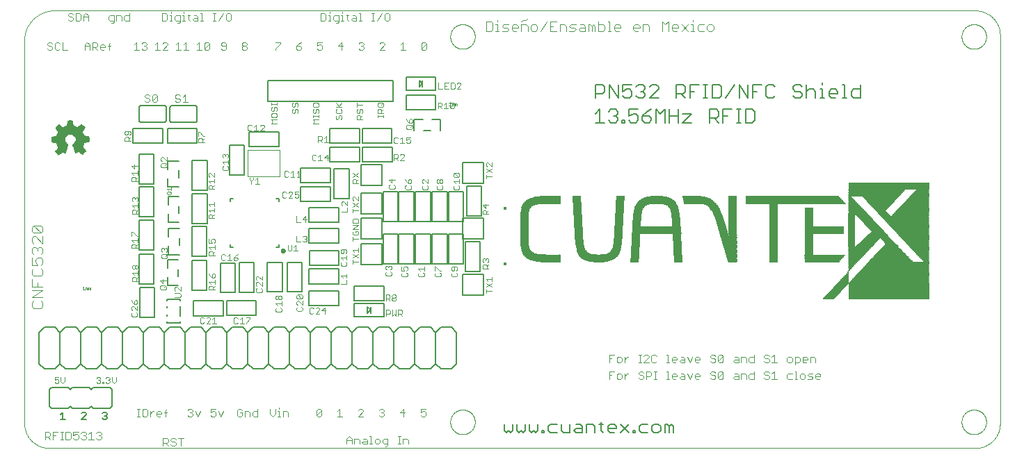
<source format=gto>
G75*
%MOIN*%
%OFA0B0*%
%FSLAX25Y25*%
%IPPOS*%
%LPD*%
%AMOC8*
5,1,8,0,0,1.08239X$1,22.5*
%
%ADD10C,0.00000*%
%ADD11C,0.00300*%
%ADD12C,0.00600*%
%ADD13C,0.00400*%
%ADD14C,0.00500*%
%ADD15C,0.01200*%
%ADD16R,0.01181X0.01181*%
%ADD17C,0.00100*%
%ADD18C,0.00200*%
%ADD19R,0.00111X0.00111*%
%ADD20R,0.05421X0.00111*%
%ADD21R,0.38500X0.00111*%
%ADD22R,0.05421X0.00111*%
%ADD23R,0.05311X0.00111*%
%ADD24R,0.05310X0.00111*%
%ADD25R,0.05310X0.00111*%
%ADD26R,0.05420X0.00111*%
%ADD27R,0.43920X0.00111*%
%ADD28R,0.43809X0.00111*%
%ADD29R,0.05199X0.00111*%
%ADD30R,0.38389X0.00111*%
%ADD31R,0.05089X0.00111*%
%ADD32R,0.38278X0.00111*%
%ADD33R,0.04978X0.00111*%
%ADD34R,0.38168X0.00111*%
%ADD35R,0.04867X0.00111*%
%ADD36R,0.38057X0.00111*%
%ADD37R,0.04757X0.00111*%
%ADD38R,0.37946X0.00111*%
%ADD39R,0.04646X0.00111*%
%ADD40R,0.37835X0.00111*%
%ADD41R,0.04535X0.00111*%
%ADD42R,0.37725X0.00111*%
%ADD43R,0.04425X0.00111*%
%ADD44R,0.37614X0.00111*%
%ADD45R,0.04315X0.00111*%
%ADD46R,0.37504X0.00111*%
%ADD47R,0.04204X0.00111*%
%ADD48R,0.37393X0.00111*%
%ADD49R,0.04093X0.00111*%
%ADD50R,0.37283X0.00111*%
%ADD51R,0.37172X0.00111*%
%ADD52R,0.03872X0.00111*%
%ADD53R,0.37061X0.00111*%
%ADD54R,0.36951X0.00111*%
%ADD55R,0.03761X0.00111*%
%ADD56R,0.36840X0.00111*%
%ADD57R,0.03650X0.00111*%
%ADD58R,0.03540X0.00111*%
%ADD59R,0.36729X0.00111*%
%ADD60R,0.03430X0.00111*%
%ADD61R,0.36619X0.00111*%
%ADD62R,0.03319X0.00111*%
%ADD63R,0.36508X0.00111*%
%ADD64R,0.03208X0.00111*%
%ADD65R,0.36397X0.00111*%
%ADD66R,0.03098X0.00111*%
%ADD67R,0.36287X0.00111*%
%ADD68R,0.02987X0.00111*%
%ADD69R,0.36176X0.00111*%
%ADD70R,0.02876X0.00111*%
%ADD71R,0.36066X0.00111*%
%ADD72R,0.02766X0.00111*%
%ADD73R,0.35955X0.00111*%
%ADD74R,0.02655X0.00111*%
%ADD75R,0.35844X0.00111*%
%ADD76R,0.02544X0.00111*%
%ADD77R,0.35734X0.00111*%
%ADD78R,0.02434X0.00111*%
%ADD79R,0.35623X0.00111*%
%ADD80R,0.35512X0.00111*%
%ADD81R,0.02323X0.00111*%
%ADD82R,0.35402X0.00111*%
%ADD83R,0.02212X0.00111*%
%ADD84R,0.35291X0.00111*%
%ADD85R,0.02102X0.00111*%
%ADD86R,0.35180X0.00111*%
%ADD87R,0.01991X0.00111*%
%ADD88R,0.01881X0.00111*%
%ADD89R,0.35070X0.00111*%
%ADD90R,0.01770X0.00111*%
%ADD91R,0.34959X0.00111*%
%ADD92R,0.01659X0.00111*%
%ADD93R,0.34848X0.00111*%
%ADD94R,0.01549X0.00111*%
%ADD95R,0.34738X0.00111*%
%ADD96R,0.01438X0.00111*%
%ADD97R,0.34628X0.00111*%
%ADD98R,0.01327X0.00111*%
%ADD99R,0.34517X0.00111*%
%ADD100R,0.01217X0.00111*%
%ADD101R,0.34406X0.00111*%
%ADD102R,0.01106X0.00111*%
%ADD103R,0.34296X0.00111*%
%ADD104R,0.00995X0.00111*%
%ADD105R,0.34185X0.00111*%
%ADD106R,0.00885X0.00111*%
%ADD107R,0.34074X0.00111*%
%ADD108R,0.00774X0.00111*%
%ADD109R,0.33963X0.00111*%
%ADD110R,0.00663X0.00111*%
%ADD111R,0.33853X0.00111*%
%ADD112R,0.33743X0.00111*%
%ADD113R,0.00553X0.00111*%
%ADD114R,0.33631X0.00111*%
%ADD115R,0.00332X0.00111*%
%ADD116R,0.33521X0.00111*%
%ADD117R,0.00221X0.00111*%
%ADD118R,0.33411X0.00111*%
%ADD119R,0.00110X0.00111*%
%ADD120R,0.33300X0.00111*%
%ADD121R,0.33189X0.00111*%
%ADD122R,0.00111X0.00111*%
%ADD123R,0.33079X0.00111*%
%ADD124R,0.00222X0.00111*%
%ADD125R,0.32968X0.00111*%
%ADD126R,0.32857X0.00111*%
%ADD127R,0.00443X0.00111*%
%ADD128R,0.32746X0.00111*%
%ADD129R,0.00554X0.00111*%
%ADD130R,0.32636X0.00111*%
%ADD131R,0.00664X0.00111*%
%ADD132R,0.32525X0.00111*%
%ADD133R,0.32415X0.00111*%
%ADD134R,0.00885X0.00111*%
%ADD135R,0.32304X0.00111*%
%ADD136R,0.32194X0.00111*%
%ADD137R,0.00996X0.00111*%
%ADD138R,0.32083X0.00111*%
%ADD139R,0.31972X0.00111*%
%ADD140R,0.31862X0.00111*%
%ADD141R,0.01328X0.00111*%
%ADD142R,0.31751X0.00111*%
%ADD143R,0.01439X0.00111*%
%ADD144R,0.31640X0.00111*%
%ADD145R,0.01660X0.00111*%
%ADD146R,0.31530X0.00111*%
%ADD147R,0.01770X0.00111*%
%ADD148R,0.31419X0.00111*%
%ADD149R,0.31308X0.00111*%
%ADD150R,0.31198X0.00111*%
%ADD151R,0.02102X0.00111*%
%ADD152R,0.31087X0.00111*%
%ADD153R,0.02213X0.00111*%
%ADD154R,0.30976X0.00111*%
%ADD155R,0.30866X0.00111*%
%ADD156R,0.30756X0.00111*%
%ADD157R,0.02545X0.00111*%
%ADD158R,0.30645X0.00111*%
%ADD159R,0.30534X0.00111*%
%ADD160R,0.30423X0.00111*%
%ADD161R,0.30313X0.00111*%
%ADD162R,0.02877X0.00111*%
%ADD163R,0.30202X0.00111*%
%ADD164R,0.02987X0.00111*%
%ADD165R,0.29981X0.00111*%
%ADD166R,0.29870X0.00111*%
%ADD167R,0.03319X0.00111*%
%ADD168R,0.29759X0.00111*%
%ADD169R,0.29649X0.00111*%
%ADD170R,0.03651X0.00111*%
%ADD171R,0.29539X0.00111*%
%ADD172R,0.03762X0.00111*%
%ADD173R,0.29428X0.00111*%
%ADD174R,0.29317X0.00111*%
%ADD175R,0.03983X0.00111*%
%ADD176R,0.29207X0.00111*%
%ADD177R,0.04094X0.00111*%
%ADD178R,0.29096X0.00111*%
%ADD179R,0.04204X0.00111*%
%ADD180R,0.26440X0.00111*%
%ADD181R,0.09293X0.00111*%
%ADD182R,0.04093X0.00111*%
%ADD183R,0.16484X0.00111*%
%ADD184R,0.21130X0.00111*%
%ADD185R,0.10509X0.00111*%
%ADD186R,0.06859X0.00111*%
%ADD187R,0.04426X0.00111*%
%ADD188R,0.20909X0.00111*%
%ADD189R,0.11506X0.00111*%
%ADD190R,0.08187X0.00111*%
%ADD191R,0.16595X0.00111*%
%ADD192R,0.04536X0.00111*%
%ADD193R,0.20688X0.00111*%
%ADD194R,0.12169X0.00111*%
%ADD195R,0.09404X0.00111*%
%ADD196R,0.16705X0.00111*%
%ADD197R,0.20577X0.00111*%
%ADD198R,0.02656X0.00111*%
%ADD199R,0.12501X0.00111*%
%ADD200R,0.09957X0.00111*%
%ADD201R,0.16816X0.00111*%
%ADD202R,0.20356X0.00111*%
%ADD203R,0.13165X0.00111*%
%ADD204R,0.10842X0.00111*%
%ADD205R,0.04536X0.00111*%
%ADD206R,0.16927X0.00111*%
%ADD207R,0.20135X0.00111*%
%ADD208R,0.13496X0.00111*%
%ADD209R,0.04868X0.00111*%
%ADD210R,0.19913X0.00111*%
%ADD211R,0.13829X0.00111*%
%ADD212R,0.12058X0.00111*%
%ADD213R,0.17148X0.00111*%
%ADD214R,0.04978X0.00111*%
%ADD215R,0.19802X0.00111*%
%ADD216R,0.14161X0.00111*%
%ADD217R,0.12612X0.00111*%
%ADD218R,0.04646X0.00111*%
%ADD219R,0.19581X0.00111*%
%ADD220R,0.14493X0.00111*%
%ADD221R,0.13054X0.00111*%
%ADD222R,0.17259X0.00111*%
%ADD223R,0.05200X0.00111*%
%ADD224R,0.19361X0.00111*%
%ADD225R,0.14713X0.00111*%
%ADD226R,0.13497X0.00111*%
%ADD227R,0.04204X0.00111*%
%ADD228R,0.17369X0.00111*%
%ADD229R,0.19139X0.00111*%
%ADD230R,0.03430X0.00111*%
%ADD231R,0.14935X0.00111*%
%ADD232R,0.13939X0.00111*%
%ADD233R,0.17480X0.00111*%
%ADD234R,0.18917X0.00111*%
%ADD235R,0.15156X0.00111*%
%ADD236R,0.14381X0.00111*%
%ADD237R,0.17590X0.00111*%
%ADD238R,0.05531X0.00111*%
%ADD239R,0.18697X0.00111*%
%ADD240R,0.15377X0.00111*%
%ADD241R,0.14714X0.00111*%
%ADD242R,0.17701X0.00111*%
%ADD243R,0.05643X0.00111*%
%ADD244R,0.18476X0.00111*%
%ADD245R,0.15599X0.00111*%
%ADD246R,0.15046X0.00111*%
%ADD247R,0.17811X0.00111*%
%ADD248R,0.05753X0.00111*%
%ADD249R,0.18254X0.00111*%
%ADD250R,0.15820X0.00111*%
%ADD251R,0.15488X0.00111*%
%ADD252R,0.05863X0.00111*%
%ADD253R,0.18032X0.00111*%
%ADD254R,0.15931X0.00111*%
%ADD255R,0.15709X0.00111*%
%ADD256R,0.17922X0.00111*%
%ADD257R,0.05974X0.00111*%
%ADD258R,0.17812X0.00111*%
%ADD259R,0.16152X0.00111*%
%ADD260R,0.16041X0.00111*%
%ADD261R,0.18033X0.00111*%
%ADD262R,0.06085X0.00111*%
%ADD263R,0.16262X0.00111*%
%ADD264R,0.16374X0.00111*%
%ADD265R,0.18144X0.00111*%
%ADD266R,0.06195X0.00111*%
%ADD267R,0.17369X0.00111*%
%ADD268R,0.16484X0.00111*%
%ADD269R,0.18254X0.00111*%
%ADD270R,0.17148X0.00111*%
%ADD271R,0.16594X0.00111*%
%ADD272R,0.16706X0.00111*%
%ADD273R,0.18365X0.00111*%
%ADD274R,0.06306X0.00111*%
%ADD275R,0.17037X0.00111*%
%ADD276R,0.17037X0.00111*%
%ADD277R,0.06417X0.00111*%
%ADD278R,0.16816X0.00111*%
%ADD279R,0.17258X0.00111*%
%ADD280R,0.18586X0.00111*%
%ADD281R,0.06528X0.00111*%
%ADD282R,0.16705X0.00111*%
%ADD283R,0.16926X0.00111*%
%ADD284R,0.18696X0.00111*%
%ADD285R,0.06638X0.00111*%
%ADD286R,0.16373X0.00111*%
%ADD287R,0.17037X0.00111*%
%ADD288R,0.17700X0.00111*%
%ADD289R,0.06749X0.00111*%
%ADD290R,0.16152X0.00111*%
%ADD291R,0.17147X0.00111*%
%ADD292R,0.18807X0.00111*%
%ADD293R,0.06859X0.00111*%
%ADD294R,0.16041X0.00111*%
%ADD295R,0.04979X0.00111*%
%ADD296R,0.17258X0.00111*%
%ADD297R,0.18918X0.00111*%
%ADD298R,0.06970X0.00111*%
%ADD299R,0.15820X0.00111*%
%ADD300R,0.17369X0.00111*%
%ADD301R,0.19028X0.00111*%
%ADD302R,0.07080X0.00111*%
%ADD303R,0.05200X0.00111*%
%ADD304R,0.07191X0.00111*%
%ADD305R,0.15378X0.00111*%
%ADD306R,0.07302X0.00111*%
%ADD307R,0.17701X0.00111*%
%ADD308R,0.18696X0.00111*%
%ADD309R,0.19250X0.00111*%
%ADD310R,0.07412X0.00111*%
%ADD311R,0.18807X0.00111*%
%ADD312R,0.19360X0.00111*%
%ADD313R,0.07523X0.00111*%
%ADD314R,0.10731X0.00111*%
%ADD315R,0.08630X0.00111*%
%ADD316R,0.08518X0.00111*%
%ADD317R,0.03983X0.00111*%
%ADD318R,0.07634X0.00111*%
%ADD319R,0.14493X0.00111*%
%ADD320R,0.08408X0.00111*%
%ADD321R,0.07191X0.00111*%
%ADD322R,0.07744X0.00111*%
%ADD323R,0.14271X0.00111*%
%ADD324R,0.07301X0.00111*%
%ADD325R,0.06417X0.00111*%
%ADD326R,0.06527X0.00111*%
%ADD327R,0.07855X0.00111*%
%ADD328R,0.14050X0.00111*%
%ADD329R,0.05974X0.00111*%
%ADD330R,0.06084X0.00111*%
%ADD331R,0.07966X0.00111*%
%ADD332R,0.13829X0.00111*%
%ADD333R,0.06306X0.00111*%
%ADD334R,0.05753X0.00111*%
%ADD335R,0.05752X0.00111*%
%ADD336R,0.13718X0.00111*%
%ADD337R,0.05863X0.00111*%
%ADD338R,0.08076X0.00111*%
%ADD339R,0.05531X0.00111*%
%ADD340R,0.13276X0.00111*%
%ADD341R,0.05089X0.00111*%
%ADD342R,0.05642X0.00111*%
%ADD343R,0.08298X0.00111*%
%ADD344R,0.13165X0.00111*%
%ADD345R,0.04868X0.00111*%
%ADD346R,0.08408X0.00111*%
%ADD347R,0.12944X0.00111*%
%ADD348R,0.08519X0.00111*%
%ADD349R,0.12722X0.00111*%
%ADD350R,0.04757X0.00111*%
%ADD351R,0.04757X0.00111*%
%ADD352R,0.08629X0.00111*%
%ADD353R,0.06748X0.00111*%
%ADD354R,0.04647X0.00111*%
%ADD355R,0.08740X0.00111*%
%ADD356R,0.12280X0.00111*%
%ADD357R,0.08851X0.00111*%
%ADD358R,0.08961X0.00111*%
%ADD359R,0.11837X0.00111*%
%ADD360R,0.09072X0.00111*%
%ADD361R,0.11617X0.00111*%
%ADD362R,0.09183X0.00111*%
%ADD363R,0.11395X0.00111*%
%ADD364R,0.04425X0.00111*%
%ADD365R,0.09293X0.00111*%
%ADD366R,0.11173X0.00111*%
%ADD367R,0.05974X0.00111*%
%ADD368R,0.10952X0.00111*%
%ADD369R,0.09515X0.00111*%
%ADD370R,0.10731X0.00111*%
%ADD371R,0.07523X0.00111*%
%ADD372R,0.09625X0.00111*%
%ADD373R,0.10510X0.00111*%
%ADD374R,0.04314X0.00111*%
%ADD375R,0.09735X0.00111*%
%ADD376R,0.10399X0.00111*%
%ADD377R,0.07744X0.00111*%
%ADD378R,0.06085X0.00111*%
%ADD379R,0.10178X0.00111*%
%ADD380R,0.09846X0.00111*%
%ADD381R,0.09957X0.00111*%
%ADD382R,0.06195X0.00111*%
%ADD383R,0.09846X0.00111*%
%ADD384R,0.04315X0.00111*%
%ADD385R,0.10067X0.00111*%
%ADD386R,0.09624X0.00111*%
%ADD387R,0.08297X0.00111*%
%ADD388R,0.10289X0.00111*%
%ADD389R,0.09072X0.00111*%
%ADD390R,0.10400X0.00111*%
%ADD391R,0.08519X0.00111*%
%ADD392R,0.08739X0.00111*%
%ADD393R,0.10620X0.00111*%
%ADD394R,0.06416X0.00111*%
%ADD395R,0.08076X0.00111*%
%ADD396R,0.07854X0.00111*%
%ADD397R,0.11063X0.00111*%
%ADD398R,0.06527X0.00111*%
%ADD399R,0.09293X0.00111*%
%ADD400R,0.03982X0.00111*%
%ADD401R,0.07744X0.00111*%
%ADD402R,0.06748X0.00111*%
%ADD403R,0.10068X0.00111*%
%ADD404R,0.06969X0.00111*%
%ADD405R,0.07633X0.00111*%
%ADD406R,0.10842X0.00111*%
%ADD407R,0.11063X0.00111*%
%ADD408R,0.11174X0.00111*%
%ADD409R,0.11284X0.00111*%
%ADD410R,0.07522X0.00111*%
%ADD411R,0.11395X0.00111*%
%ADD412R,0.11506X0.00111*%
%ADD413R,0.07302X0.00111*%
%ADD414R,0.11727X0.00111*%
%ADD415R,0.11837X0.00111*%
%ADD416R,0.11948X0.00111*%
%ADD417R,0.12059X0.00111*%
%ADD418R,0.12723X0.00111*%
%ADD419R,0.12833X0.00111*%
%ADD420R,0.12944X0.00111*%
%ADD421R,0.07633X0.00111*%
%ADD422R,0.13055X0.00111*%
%ADD423R,0.13386X0.00111*%
%ADD424R,0.11616X0.00111*%
%ADD425R,0.13497X0.00111*%
%ADD426R,0.13607X0.00111*%
%ADD427R,0.13940X0.00111*%
%ADD428R,0.10289X0.00111*%
%ADD429R,0.14272X0.00111*%
%ADD430R,0.14382X0.00111*%
%ADD431R,0.03761X0.00111*%
%ADD432R,0.14604X0.00111*%
%ADD433R,0.03872X0.00111*%
%ADD434R,0.14824X0.00111*%
%ADD435R,0.14935X0.00111*%
%ADD436R,0.00443X0.00111*%
%ADD437R,0.15046X0.00111*%
%ADD438R,0.23674X0.00111*%
%ADD439R,0.15157X0.00111*%
%ADD440R,0.15267X0.00111*%
%ADD441R,0.23454X0.00111*%
%ADD442R,0.15489X0.00111*%
%ADD443R,0.15820X0.00111*%
%ADD444R,0.16263X0.00111*%
%ADD445R,0.23343X0.00111*%
%ADD446R,0.23232X0.00111*%
%ADD447R,0.17480X0.00111*%
%ADD448R,0.18033X0.00111*%
%ADD449R,0.18254X0.00111*%
%ADD450R,0.18475X0.00111*%
%ADD451R,0.18586X0.00111*%
%ADD452R,0.19029X0.00111*%
%ADD453R,0.19250X0.00111*%
%ADD454R,0.19581X0.00111*%
%ADD455R,0.19693X0.00111*%
%ADD456R,0.19803X0.00111*%
%ADD457R,0.20024X0.00111*%
%ADD458R,0.20246X0.00111*%
%ADD459R,0.20467X0.00111*%
%ADD460R,0.20578X0.00111*%
%ADD461R,0.20798X0.00111*%
%ADD462R,0.21020X0.00111*%
%ADD463R,0.21130X0.00111*%
%ADD464R,0.21241X0.00111*%
%ADD465R,0.21352X0.00111*%
%ADD466R,0.21462X0.00111*%
%ADD467R,0.21573X0.00111*%
%ADD468R,0.21684X0.00111*%
%ADD469R,0.21794X0.00111*%
%ADD470R,0.21905X0.00111*%
%ADD471R,0.22016X0.00111*%
%ADD472R,0.22126X0.00111*%
%ADD473R,0.22237X0.00111*%
%ADD474R,0.22347X0.00111*%
%ADD475R,0.22458X0.00111*%
%ADD476R,0.22569X0.00111*%
%ADD477R,0.22679X0.00111*%
%ADD478R,0.22790X0.00111*%
%ADD479R,0.15931X0.00111*%
%ADD480R,0.06306X0.00111*%
%ADD481R,0.07413X0.00111*%
%ADD482R,0.07855X0.00111*%
%ADD483R,0.08297X0.00111*%
%ADD484R,0.08961X0.00111*%
%ADD485R,0.09182X0.00111*%
%ADD486R,0.09404X0.00111*%
%ADD487R,0.09846X0.00111*%
%ADD488R,0.05642X0.00111*%
%ADD489R,0.05532X0.00111*%
%ADD490R,0.10067X0.00111*%
%ADD491R,0.10510X0.00111*%
%ADD492R,0.06859X0.00111*%
%ADD493R,0.10953X0.00111*%
%ADD494R,0.12391X0.00111*%
%ADD495R,0.17811X0.00111*%
%ADD496R,0.18918X0.00111*%
%ADD497R,0.47681X0.00111*%
%ADD498R,0.47570X0.00111*%
%ADD499R,0.11394X0.00111*%
%ADD500R,0.18585X0.00111*%
%ADD501R,0.47460X0.00111*%
%ADD502R,0.11616X0.00111*%
%ADD503R,0.18365X0.00111*%
%ADD504R,0.14935X0.00111*%
%ADD505R,0.47349X0.00111*%
%ADD506R,0.11838X0.00111*%
%ADD507R,0.47239X0.00111*%
%ADD508R,0.12059X0.00111*%
%ADD509R,0.18143X0.00111*%
%ADD510R,0.47128X0.00111*%
%ADD511R,0.12280X0.00111*%
%ADD512R,0.17922X0.00111*%
%ADD513R,0.03872X0.00111*%
%ADD514R,0.47018X0.00111*%
%ADD515R,0.14603X0.00111*%
%ADD516R,0.46907X0.00111*%
%ADD517R,0.46796X0.00111*%
%ADD518R,0.46686X0.00111*%
%ADD519R,0.14271X0.00111*%
%ADD520R,0.46575X0.00111*%
%ADD521R,0.14160X0.00111*%
%ADD522R,0.46464X0.00111*%
%ADD523R,0.13387X0.00111*%
%ADD524R,0.14161X0.00111*%
%ADD525R,0.13608X0.00111*%
%ADD526R,0.16373X0.00111*%
%ADD527R,0.14050X0.00111*%
%ADD528R,0.46354X0.00111*%
%ADD529R,0.13828X0.00111*%
%ADD530R,0.16152X0.00111*%
%ADD531R,0.46243X0.00111*%
%ADD532R,0.14050X0.00111*%
%ADD533R,0.46132X0.00111*%
%ADD534R,0.15488X0.00111*%
%ADD535R,0.46022X0.00111*%
%ADD536R,0.14492X0.00111*%
%ADD537R,0.45911X0.00111*%
%ADD538R,0.45800X0.00111*%
%ADD539R,0.15267X0.00111*%
%ADD540R,0.14603X0.00111*%
%ADD541R,0.45690X0.00111*%
%ADD542R,0.15045X0.00111*%
%ADD543R,0.45580X0.00111*%
%ADD544R,0.14824X0.00111*%
%ADD545R,0.45469X0.00111*%
%ADD546R,0.15598X0.00111*%
%ADD547R,0.14382X0.00111*%
%ADD548R,0.12280X0.00111*%
%ADD549R,0.45358X0.00111*%
%ADD550R,0.12391X0.00111*%
%ADD551R,0.45137X0.00111*%
%ADD552R,0.13607X0.00111*%
%ADD553R,0.11948X0.00111*%
%ADD554R,0.45026X0.00111*%
%ADD555R,0.13275X0.00111*%
%ADD556R,0.44915X0.00111*%
%ADD557R,0.44805X0.00111*%
%ADD558R,0.09736X0.00111*%
%ADD559R,0.10731X0.00111*%
%ADD560R,0.08740X0.00111*%
%ADD561R,0.44694X0.00111*%
%ADD562R,0.44583X0.00111*%
%ADD563R,0.44363X0.00111*%
%ADD564R,0.17590X0.00111*%
%ADD565R,0.24339X0.00111*%
%ADD566R,0.24450X0.00111*%
%ADD567R,0.24560X0.00111*%
%ADD568R,0.24670X0.00111*%
%ADD569R,0.24781X0.00111*%
%ADD570R,0.24892X0.00111*%
%ADD571R,0.25002X0.00111*%
%ADD572R,0.25113X0.00111*%
%ADD573R,0.25224X0.00111*%
%ADD574R,0.25334X0.00111*%
%ADD575R,0.25445X0.00111*%
%ADD576R,0.25556X0.00111*%
%ADD577R,0.25667X0.00111*%
%ADD578R,0.25777X0.00111*%
%ADD579R,0.25888X0.00111*%
%ADD580R,0.25998X0.00111*%
%ADD581R,0.26109X0.00111*%
%ADD582R,0.26219X0.00111*%
%ADD583R,0.26330X0.00111*%
%ADD584R,0.26441X0.00111*%
%ADD585R,0.26551X0.00111*%
%ADD586R,0.26662X0.00111*%
%ADD587R,0.26773X0.00111*%
%ADD588R,0.26883X0.00111*%
%ADD589R,0.26994X0.00111*%
%ADD590R,0.27105X0.00111*%
%ADD591R,0.27215X0.00111*%
%ADD592R,0.00045X0.00015*%
%ADD593R,0.00105X0.00015*%
%ADD594R,0.00165X0.00015*%
%ADD595R,0.00225X0.00015*%
%ADD596R,0.00285X0.00015*%
%ADD597R,0.00345X0.00015*%
%ADD598R,0.00405X0.00015*%
%ADD599R,0.00435X0.00015*%
%ADD600R,0.00465X0.00015*%
%ADD601R,0.00495X0.00015*%
%ADD602R,0.00540X0.00015*%
%ADD603R,0.00585X0.00015*%
%ADD604R,0.00645X0.00015*%
%ADD605R,0.00150X0.00015*%
%ADD606R,0.00675X0.00015*%
%ADD607R,0.00195X0.00015*%
%ADD608R,0.00705X0.00015*%
%ADD609R,0.00240X0.00015*%
%ADD610R,0.00735X0.00015*%
%ADD611R,0.00270X0.00015*%
%ADD612R,0.00765X0.00015*%
%ADD613R,0.00300X0.00015*%
%ADD614R,0.00810X0.00015*%
%ADD615R,0.00360X0.00015*%
%ADD616R,0.00855X0.00015*%
%ADD617R,0.00435X0.00015*%
%ADD618R,0.00915X0.00015*%
%ADD619R,0.00465X0.00015*%
%ADD620R,0.00945X0.00015*%
%ADD621R,0.00960X0.00015*%
%ADD622R,0.00525X0.00015*%
%ADD623R,0.00990X0.00015*%
%ADD624R,0.00555X0.00015*%
%ADD625R,0.01035X0.00015*%
%ADD626R,0.00600X0.00015*%
%ADD627R,0.01080X0.00015*%
%ADD628R,0.01125X0.00015*%
%ADD629R,0.01170X0.00015*%
%ADD630R,0.00720X0.00015*%
%ADD631R,0.01200X0.00015*%
%ADD632R,0.00750X0.00015*%
%ADD633R,0.01230X0.00015*%
%ADD634R,0.00780X0.00015*%
%ADD635R,0.01260X0.00015*%
%ADD636R,0.00810X0.00015*%
%ADD637R,0.01305X0.00015*%
%ADD638R,0.01365X0.00015*%
%ADD639R,0.00900X0.00015*%
%ADD640R,0.01395X0.00015*%
%ADD641R,0.01440X0.00015*%
%ADD642R,0.01470X0.00015*%
%ADD643R,0.01005X0.00015*%
%ADD644R,0.01500X0.00015*%
%ADD645R,0.01020X0.00015*%
%ADD646R,0.01530X0.00015*%
%ADD647R,0.01065X0.00015*%
%ADD648R,0.01575X0.00015*%
%ADD649R,0.01095X0.00015*%
%ADD650R,0.01635X0.00015*%
%ADD651R,0.01155X0.00015*%
%ADD652R,0.01680X0.00015*%
%ADD653R,0.01200X0.00015*%
%ADD654R,0.01710X0.00015*%
%ADD655R,0.01230X0.00015*%
%ADD656R,0.01725X0.00015*%
%ADD657R,0.01245X0.00015*%
%ADD658R,0.01755X0.00015*%
%ADD659R,0.01275X0.00015*%
%ADD660R,0.01800X0.00015*%
%ADD661R,0.01320X0.00015*%
%ADD662R,0.01860X0.00015*%
%ADD663R,0.01905X0.00015*%
%ADD664R,0.01410X0.00015*%
%ADD665R,0.01935X0.00015*%
%ADD666R,0.01455X0.00015*%
%ADD667R,0.01965X0.00015*%
%ADD668R,0.01485X0.00015*%
%ADD669R,0.01995X0.00015*%
%ADD670R,0.01515X0.00015*%
%ADD671R,0.02040X0.00015*%
%ADD672R,0.01530X0.00015*%
%ADD673R,0.02070X0.00015*%
%ADD674R,0.01575X0.00015*%
%ADD675R,0.02115X0.00015*%
%ADD676R,0.01620X0.00015*%
%ADD677R,0.02160X0.00015*%
%ADD678R,0.01665X0.00015*%
%ADD679R,0.02190X0.00015*%
%ADD680R,0.00075X0.00015*%
%ADD681R,0.01695X0.00015*%
%ADD682R,0.02220X0.00015*%
%ADD683R,0.00105X0.00015*%
%ADD684R,0.02235X0.00015*%
%ADD685R,0.00135X0.00015*%
%ADD686R,0.01755X0.00015*%
%ADD687R,0.02280X0.00015*%
%ADD688R,0.00180X0.00015*%
%ADD689R,0.01785X0.00015*%
%ADD690R,0.02340X0.00015*%
%ADD691R,0.00240X0.00015*%
%ADD692R,0.01830X0.00015*%
%ADD693R,0.02385X0.00015*%
%ADD694R,0.01890X0.00015*%
%ADD695R,0.02415X0.00015*%
%ADD696R,0.00330X0.00015*%
%ADD697R,0.00120X0.00015*%
%ADD698R,0.01920X0.00015*%
%ADD699R,0.02430X0.00015*%
%ADD700R,0.00375X0.00015*%
%ADD701R,0.02460X0.00015*%
%ADD702R,0.00405X0.00015*%
%ADD703R,0.00195X0.00015*%
%ADD704R,0.01965X0.00015*%
%ADD705R,0.02505X0.00015*%
%ADD706R,0.00210X0.00015*%
%ADD707R,0.02010X0.00015*%
%ADD708R,0.02535X0.00015*%
%ADD709R,0.00480X0.00015*%
%ADD710R,0.02580X0.00015*%
%ADD711R,0.00540X0.00015*%
%ADD712R,0.02085X0.00015*%
%ADD713R,0.02625X0.00015*%
%ADD714R,0.02130X0.00015*%
%ADD715R,0.02670X0.00015*%
%ADD716R,0.00630X0.00015*%
%ADD717R,0.02700X0.00015*%
%ADD718R,0.00660X0.00015*%
%ADD719R,0.00450X0.00015*%
%ADD720R,0.02190X0.00015*%
%ADD721R,0.02715X0.00015*%
%ADD722R,0.02205X0.00015*%
%ADD723R,0.02745X0.00015*%
%ADD724R,0.00510X0.00015*%
%ADD725R,0.02235X0.00015*%
%ADD726R,0.02775X0.00015*%
%ADD727R,0.02820X0.00015*%
%ADD728R,0.02310X0.00015*%
%ADD729R,0.02880X0.00015*%
%ADD730R,0.00855X0.00015*%
%ADD731R,0.02355X0.00015*%
%ADD732R,0.02895X0.00015*%
%ADD733R,0.00870X0.00015*%
%ADD734R,0.00660X0.00015*%
%ADD735R,0.02925X0.00015*%
%ADD736R,0.00690X0.00015*%
%ADD737R,0.02970X0.00015*%
%ADD738R,0.03000X0.00015*%
%ADD739R,0.00750X0.00015*%
%ADD740R,0.03045X0.00015*%
%ADD741R,0.01005X0.00015*%
%ADD742R,0.00780X0.00015*%
%ADD743R,0.02505X0.00015*%
%ADD744R,0.03090X0.00015*%
%ADD745R,0.01050X0.00015*%
%ADD746R,0.00825X0.00015*%
%ADD747R,0.02550X0.00015*%
%ADD748R,0.03135X0.00015*%
%ADD749R,0.01095X0.00015*%
%ADD750R,0.00870X0.00015*%
%ADD751R,0.03165X0.00015*%
%ADD752R,0.01125X0.00015*%
%ADD753R,0.02625X0.00015*%
%ADD754R,0.03195X0.00015*%
%ADD755R,0.01140X0.00015*%
%ADD756R,0.00930X0.00015*%
%ADD757R,0.02655X0.00015*%
%ADD758R,0.03210X0.00015*%
%ADD759R,0.00960X0.00015*%
%ADD760R,0.03240X0.00015*%
%ADD761R,0.02700X0.00015*%
%ADD762R,0.03285X0.00015*%
%ADD763R,0.01245X0.00015*%
%ADD764R,0.02745X0.00015*%
%ADD765R,0.03330X0.00015*%
%ADD766R,0.02790X0.00015*%
%ADD767R,0.03360X0.00015*%
%ADD768R,0.01110X0.00015*%
%ADD769R,0.02835X0.00015*%
%ADD770R,0.03390X0.00015*%
%ADD771R,0.01335X0.00015*%
%ADD772R,0.01140X0.00015*%
%ADD773R,0.02865X0.00015*%
%ADD774R,0.03420X0.00015*%
%ADD775R,0.01155X0.00015*%
%ADD776R,0.04905X0.00015*%
%ADD777R,0.04920X0.00015*%
%ADD778R,0.02940X0.00015*%
%ADD779R,0.04950X0.00015*%
%ADD780R,0.02985X0.00015*%
%ADD781R,0.04965X0.00015*%
%ADD782R,0.01275X0.00015*%
%ADD783R,0.03015X0.00015*%
%ADD784R,0.04980X0.00015*%
%ADD785R,0.03045X0.00015*%
%ADD786R,0.05010X0.00015*%
%ADD787R,0.01335X0.00015*%
%ADD788R,0.03075X0.00015*%
%ADD789R,0.01350X0.00015*%
%ADD790R,0.03105X0.00015*%
%ADD791R,0.05040X0.00015*%
%ADD792R,0.01380X0.00015*%
%ADD793R,0.05040X0.00015*%
%ADD794R,0.01410X0.00015*%
%ADD795R,0.03180X0.00015*%
%ADD796R,0.05070X0.00015*%
%ADD797R,0.03225X0.00015*%
%ADD798R,0.03255X0.00015*%
%ADD799R,0.05085X0.00015*%
%ADD800R,0.01515X0.00015*%
%ADD801R,0.03300X0.00015*%
%ADD802R,0.05100X0.00015*%
%ADD803R,0.04935X0.00015*%
%ADD804R,0.05115X0.00015*%
%ADD805R,0.04995X0.00015*%
%ADD806R,0.05130X0.00015*%
%ADD807R,0.05010X0.00015*%
%ADD808R,0.05130X0.00015*%
%ADD809R,0.05010X0.00015*%
%ADD810R,0.05025X0.00015*%
%ADD811R,0.05040X0.00015*%
%ADD812R,0.05055X0.00015*%
%ADD813R,0.05130X0.00015*%
%ADD814R,0.05085X0.00015*%
%ADD815R,0.05115X0.00015*%
%ADD816R,0.05145X0.00015*%
%ADD817R,0.05160X0.00015*%
%ADD818R,0.05130X0.00015*%
%ADD819R,0.05190X0.00015*%
%ADD820R,0.05190X0.00015*%
%ADD821R,0.05205X0.00015*%
%ADD822R,0.05220X0.00015*%
%ADD823R,0.05070X0.00015*%
%ADD824R,0.05085X0.00015*%
%ADD825R,0.05205X0.00015*%
%ADD826R,0.05220X0.00015*%
%ADD827R,0.05055X0.00015*%
%ADD828R,0.05025X0.00015*%
%ADD829R,0.05205X0.00015*%
%ADD830R,0.05025X0.00015*%
%ADD831R,0.05190X0.00015*%
%ADD832R,0.05190X0.00015*%
%ADD833R,0.04995X0.00015*%
%ADD834R,0.05175X0.00015*%
%ADD835R,0.04950X0.00015*%
%ADD836R,0.05145X0.00015*%
%ADD837R,0.05145X0.00015*%
%ADD838R,0.04920X0.00015*%
%ADD839R,0.04905X0.00015*%
%ADD840R,0.04905X0.00015*%
%ADD841R,0.05115X0.00015*%
%ADD842R,0.04890X0.00015*%
%ADD843R,0.04890X0.00015*%
%ADD844R,0.04875X0.00015*%
%ADD845R,0.04845X0.00015*%
%ADD846R,0.04830X0.00015*%
%ADD847R,0.04830X0.00015*%
%ADD848R,0.05070X0.00015*%
%ADD849R,0.04830X0.00015*%
%ADD850R,0.04815X0.00015*%
%ADD851R,0.04800X0.00015*%
%ADD852R,0.04800X0.00015*%
%ADD853R,0.05010X0.00015*%
%ADD854R,0.04785X0.00015*%
%ADD855R,0.04770X0.00015*%
%ADD856R,0.04770X0.00015*%
%ADD857R,0.04755X0.00015*%
%ADD858R,0.04740X0.00015*%
%ADD859R,0.04725X0.00015*%
%ADD860R,0.04725X0.00015*%
%ADD861R,0.04980X0.00015*%
%ADD862R,0.04710X0.00015*%
%ADD863R,0.04725X0.00015*%
%ADD864R,0.04710X0.00015*%
%ADD865R,0.04695X0.00015*%
%ADD866R,0.04680X0.00015*%
%ADD867R,0.04695X0.00015*%
%ADD868R,0.04680X0.00015*%
%ADD869R,0.04905X0.00015*%
%ADD870R,0.04665X0.00015*%
%ADD871R,0.04650X0.00015*%
%ADD872R,0.04635X0.00015*%
%ADD873R,0.04620X0.00015*%
%ADD874R,0.04620X0.00015*%
%ADD875R,0.04890X0.00015*%
%ADD876R,0.04605X0.00015*%
%ADD877R,0.04605X0.00015*%
%ADD878R,0.04590X0.00015*%
%ADD879R,0.04845X0.00015*%
%ADD880R,0.04575X0.00015*%
%ADD881R,0.04590X0.00015*%
%ADD882R,0.04575X0.00015*%
%ADD883R,0.04845X0.00015*%
%ADD884R,0.04560X0.00015*%
%ADD885R,0.04545X0.00015*%
%ADD886R,0.04530X0.00015*%
%ADD887R,0.04515X0.00015*%
%ADD888R,0.04530X0.00015*%
%ADD889R,0.04500X0.00015*%
%ADD890R,0.04515X0.00015*%
%ADD891R,0.04785X0.00015*%
%ADD892R,0.04485X0.00015*%
%ADD893R,0.04755X0.00015*%
%ADD894R,0.04470X0.00015*%
%ADD895R,0.04740X0.00015*%
%ADD896R,0.04485X0.00015*%
%ADD897R,0.04755X0.00015*%
%ADD898R,0.04545X0.00015*%
%ADD899R,0.04695X0.00015*%
%ADD900R,0.04680X0.00015*%
%ADD901R,0.04665X0.00015*%
%ADD902R,0.04725X0.00015*%
%ADD903R,0.04680X0.00015*%
%ADD904R,0.04860X0.00015*%
%ADD905R,0.04740X0.00015*%
%ADD906R,0.04875X0.00015*%
%ADD907R,0.04965X0.00015*%
%ADD908R,0.04860X0.00015*%
%ADD909R,0.04995X0.00015*%
%ADD910R,0.04875X0.00015*%
%ADD911R,0.04980X0.00015*%
%ADD912R,0.05235X0.00015*%
%ADD913R,0.05235X0.00015*%
%ADD914R,0.05250X0.00015*%
%ADD915R,0.05280X0.00015*%
%ADD916R,0.05295X0.00015*%
%ADD917R,0.05325X0.00015*%
%ADD918R,0.05340X0.00015*%
%ADD919R,0.05235X0.00015*%
%ADD920R,0.05355X0.00015*%
%ADD921R,0.05370X0.00015*%
%ADD922R,0.05265X0.00015*%
%ADD923R,0.05370X0.00015*%
%ADD924R,0.05280X0.00015*%
%ADD925R,0.05385X0.00015*%
%ADD926R,0.05295X0.00015*%
%ADD927R,0.05400X0.00015*%
%ADD928R,0.05415X0.00015*%
%ADD929R,0.05310X0.00015*%
%ADD930R,0.05430X0.00015*%
%ADD931R,0.05445X0.00015*%
%ADD932R,0.05460X0.00015*%
%ADD933R,0.05355X0.00015*%
%ADD934R,0.05475X0.00015*%
%ADD935R,0.05505X0.00015*%
%ADD936R,0.05520X0.00015*%
%ADD937R,0.05535X0.00015*%
%ADD938R,0.05550X0.00015*%
%ADD939R,0.05550X0.00015*%
%ADD940R,0.05475X0.00015*%
%ADD941R,0.05490X0.00015*%
%ADD942R,0.05475X0.00015*%
%ADD943R,0.05385X0.00015*%
%ADD944R,0.05370X0.00015*%
%ADD945R,0.05325X0.00015*%
%ADD946R,0.05310X0.00015*%
%ADD947R,0.05265X0.00015*%
%ADD948R,0.05175X0.00015*%
%ADD949R,0.04980X0.00015*%
%ADD950R,0.04965X0.00015*%
%ADD951R,0.04860X0.00015*%
%ADD952R,0.04845X0.00015*%
%ADD953R,0.04815X0.00015*%
%ADD954R,0.04770X0.00015*%
%ADD955R,0.05295X0.00015*%
%ADD956R,0.04635X0.00015*%
%ADD957R,0.05610X0.00015*%
%ADD958R,0.05700X0.00015*%
%ADD959R,0.05760X0.00015*%
%ADD960R,0.05805X0.00015*%
%ADD961R,0.05850X0.00015*%
%ADD962R,0.05895X0.00015*%
%ADD963R,0.06000X0.00015*%
%ADD964R,0.06135X0.00015*%
%ADD965R,0.06225X0.00015*%
%ADD966R,0.06300X0.00015*%
%ADD967R,0.06330X0.00015*%
%ADD968R,0.06375X0.00015*%
%ADD969R,0.06450X0.00015*%
%ADD970R,0.06570X0.00015*%
%ADD971R,0.05565X0.00015*%
%ADD972R,0.06690X0.00015*%
%ADD973R,0.06735X0.00015*%
%ADD974R,0.05790X0.00015*%
%ADD975R,0.06765X0.00015*%
%ADD976R,0.05850X0.00015*%
%ADD977R,0.06780X0.00015*%
%ADD978R,0.05895X0.00015*%
%ADD979R,0.06795X0.00015*%
%ADD980R,0.05955X0.00015*%
%ADD981R,0.06810X0.00015*%
%ADD982R,0.06060X0.00015*%
%ADD983R,0.06195X0.00015*%
%ADD984R,0.06825X0.00015*%
%ADD985R,0.06330X0.00015*%
%ADD986R,0.06840X0.00015*%
%ADD987R,0.06390X0.00015*%
%ADD988R,0.06495X0.00015*%
%ADD989R,0.06840X0.00015*%
%ADD990R,0.06555X0.00015*%
%ADD991R,0.06825X0.00015*%
%ADD992R,0.06645X0.00015*%
%ADD993R,0.06825X0.00015*%
%ADD994R,0.06705X0.00015*%
%ADD995R,0.06705X0.00015*%
%ADD996R,0.06810X0.00015*%
%ADD997R,0.06720X0.00015*%
%ADD998R,0.06795X0.00015*%
%ADD999R,0.06750X0.00015*%
%ADD1000R,0.06765X0.00015*%
%ADD1001R,0.06795X0.00015*%
%ADD1002R,0.06780X0.00015*%
%ADD1003R,0.06780X0.00015*%
%ADD1004R,0.06750X0.00015*%
%ADD1005R,0.06720X0.00015*%
%ADD1006R,0.06720X0.00015*%
%ADD1007R,0.06705X0.00015*%
%ADD1008R,0.06705X0.00015*%
%ADD1009R,0.06690X0.00015*%
%ADD1010R,0.06675X0.00015*%
%ADD1011R,0.06690X0.00015*%
%ADD1012R,0.06675X0.00015*%
%ADD1013R,0.06675X0.00015*%
%ADD1014R,0.06660X0.00015*%
%ADD1015R,0.06675X0.00015*%
%ADD1016R,0.06660X0.00015*%
%ADD1017R,0.06660X0.00015*%
%ADD1018R,0.06645X0.00015*%
%ADD1019R,0.06630X0.00015*%
%ADD1020R,0.06660X0.00015*%
%ADD1021R,0.06630X0.00015*%
%ADD1022R,0.06645X0.00015*%
%ADD1023R,0.06735X0.00015*%
%ADD1024R,0.06765X0.00015*%
%ADD1025R,0.06780X0.00015*%
%ADD1026R,0.06825X0.00015*%
%ADD1027R,0.06855X0.00015*%
%ADD1028R,0.06855X0.00015*%
%ADD1029R,0.06870X0.00015*%
%ADD1030R,0.06885X0.00015*%
%ADD1031R,0.06525X0.00015*%
%ADD1032R,0.06405X0.00015*%
%ADD1033R,0.06255X0.00015*%
%ADD1034R,0.06165X0.00015*%
%ADD1035R,0.06870X0.00015*%
%ADD1036R,0.06120X0.00015*%
%ADD1037R,0.06885X0.00015*%
%ADD1038R,0.06060X0.00015*%
%ADD1039R,0.06015X0.00015*%
%ADD1040R,0.05910X0.00015*%
%ADD1041R,0.05670X0.00015*%
%ADD1042R,0.05595X0.00015*%
%ADD1043R,0.06585X0.00015*%
%ADD1044R,0.05160X0.00015*%
%ADD1045R,0.06390X0.00015*%
%ADD1046R,0.05025X0.00015*%
%ADD1047R,0.06330X0.00015*%
%ADD1048R,0.06075X0.00015*%
%ADD1049R,0.05820X0.00015*%
%ADD1050R,0.05775X0.00015*%
%ADD1051R,0.05685X0.00015*%
%ADD1052R,0.05460X0.00015*%
%ADD1053R,0.04860X0.00015*%
%ADD1054R,0.04935X0.00015*%
%ADD1055R,0.05160X0.00015*%
%ADD1056R,0.05325X0.00015*%
%ADD1057R,0.05340X0.00015*%
%ADD1058R,0.05355X0.00015*%
%ADD1059R,0.05430X0.00015*%
%ADD1060R,0.05535X0.00015*%
%ADD1061R,0.05595X0.00015*%
%ADD1062R,0.05640X0.00015*%
%ADD1063R,0.05640X0.00015*%
%ADD1064R,0.05670X0.00015*%
%ADD1065R,0.05685X0.00015*%
%ADD1066R,0.05700X0.00015*%
%ADD1067R,0.05715X0.00015*%
%ADD1068R,0.05715X0.00015*%
%ADD1069R,0.05730X0.00015*%
%ADD1070R,0.05745X0.00015*%
%ADD1071R,0.05760X0.00015*%
%ADD1072R,0.06000X0.00015*%
%ADD1073R,0.06105X0.00015*%
%ADD1074R,0.06180X0.00015*%
%ADD1075R,0.06210X0.00015*%
%ADD1076R,0.12690X0.00015*%
%ADD1077R,0.12675X0.00015*%
%ADD1078R,0.12660X0.00015*%
%ADD1079R,0.12660X0.00015*%
%ADD1080R,0.12645X0.00015*%
%ADD1081R,0.12615X0.00015*%
%ADD1082R,0.12600X0.00015*%
%ADD1083R,0.12585X0.00015*%
%ADD1084R,0.12555X0.00015*%
%ADD1085R,0.12540X0.00015*%
%ADD1086R,0.12525X0.00015*%
%ADD1087R,0.12510X0.00015*%
%ADD1088R,0.12510X0.00015*%
%ADD1089R,0.12480X0.00015*%
%ADD1090R,0.12450X0.00015*%
%ADD1091R,0.12435X0.00015*%
%ADD1092R,0.12420X0.00015*%
%ADD1093R,0.12390X0.00015*%
%ADD1094R,0.12375X0.00015*%
%ADD1095R,0.12360X0.00015*%
%ADD1096R,0.12330X0.00015*%
%ADD1097R,0.12300X0.00015*%
%ADD1098R,0.12285X0.00015*%
%ADD1099R,0.12270X0.00015*%
%ADD1100R,0.12255X0.00015*%
%ADD1101R,0.12240X0.00015*%
%ADD1102R,0.12225X0.00015*%
%ADD1103R,0.12195X0.00015*%
%ADD1104R,0.12165X0.00015*%
%ADD1105R,0.12150X0.00015*%
%ADD1106R,0.12135X0.00015*%
%ADD1107R,0.12120X0.00015*%
%ADD1108R,0.12090X0.00015*%
%ADD1109R,0.12075X0.00015*%
%ADD1110R,0.12060X0.00015*%
%ADD1111R,0.12045X0.00015*%
%ADD1112R,0.12015X0.00015*%
%ADD1113R,0.12000X0.00015*%
%ADD1114R,0.11985X0.00015*%
%ADD1115R,0.11955X0.00015*%
%ADD1116R,0.11940X0.00015*%
%ADD1117R,0.11925X0.00015*%
%ADD1118R,0.11910X0.00015*%
%ADD1119R,0.11910X0.00015*%
%ADD1120R,0.11880X0.00015*%
%ADD1121R,0.11850X0.00015*%
%ADD1122R,0.11835X0.00015*%
%ADD1123R,0.11805X0.00015*%
%ADD1124R,0.11775X0.00015*%
%ADD1125R,0.11760X0.00015*%
%ADD1126R,0.11745X0.00015*%
%ADD1127R,0.11730X0.00015*%
%ADD1128R,0.11700X0.00015*%
%ADD1129R,0.11700X0.00015*%
%ADD1130R,0.11685X0.00015*%
%ADD1131R,0.11655X0.00015*%
%ADD1132R,0.11640X0.00015*%
%ADD1133R,0.11625X0.00015*%
%ADD1134R,0.11625X0.00015*%
%ADD1135R,0.11670X0.00015*%
%ADD1136R,0.11715X0.00015*%
%ADD1137R,0.11790X0.00015*%
%ADD1138R,0.11820X0.00015*%
%ADD1139R,0.11820X0.00015*%
%ADD1140R,0.11880X0.00015*%
%ADD1141R,0.11895X0.00015*%
%ADD1142R,0.11970X0.00015*%
%ADD1143R,0.12045X0.00015*%
%ADD1144R,0.12075X0.00015*%
%ADD1145R,0.12105X0.00015*%
%ADD1146R,0.12135X0.00015*%
%ADD1147R,0.12165X0.00015*%
%ADD1148R,0.12180X0.00015*%
%ADD1149R,0.12195X0.00015*%
%ADD1150R,0.12210X0.00015*%
%ADD1151R,0.12225X0.00015*%
%ADD1152R,0.12255X0.00015*%
%ADD1153R,0.12360X0.00015*%
%ADD1154R,0.12390X0.00015*%
%ADD1155R,0.12405X0.00015*%
%ADD1156R,0.12435X0.00015*%
%ADD1157R,0.12480X0.00015*%
%ADD1158R,0.12480X0.00015*%
%ADD1159R,0.12510X0.00015*%
%ADD1160R,0.12570X0.00015*%
%ADD1161R,0.12630X0.00015*%
%ADD1162R,0.12675X0.00015*%
%ADD1163R,0.12705X0.00015*%
%ADD1164R,0.12735X0.00015*%
%ADD1165R,0.12750X0.00015*%
%ADD1166R,0.12780X0.00015*%
%ADD1167R,0.12795X0.00015*%
%ADD1168R,0.12810X0.00015*%
%ADD1169R,0.12840X0.00015*%
%ADD1170R,0.12855X0.00015*%
%ADD1171R,0.12885X0.00015*%
%ADD1172R,0.12900X0.00015*%
%ADD1173R,0.12915X0.00015*%
%ADD1174R,0.12945X0.00015*%
%ADD1175R,0.12960X0.00015*%
%ADD1176R,0.12990X0.00015*%
%ADD1177R,0.13005X0.00015*%
%ADD1178R,0.13020X0.00015*%
%ADD1179R,0.13035X0.00015*%
%ADD1180R,0.13065X0.00015*%
%ADD1181R,0.13080X0.00015*%
%ADD1182R,0.13110X0.00015*%
%ADD1183R,0.13125X0.00015*%
%ADD1184R,0.13155X0.00015*%
%ADD1185R,0.13170X0.00015*%
%ADD1186R,0.13200X0.00015*%
%ADD1187R,0.13230X0.00015*%
%ADD1188R,0.13260X0.00015*%
%ADD1189R,0.13290X0.00015*%
%ADD1190R,0.13320X0.00015*%
%ADD1191R,0.13350X0.00015*%
%ADD1192R,0.13365X0.00015*%
%ADD1193R,0.13395X0.00015*%
%ADD1194R,0.13425X0.00015*%
%ADD1195R,0.13455X0.00015*%
%ADD1196R,0.13470X0.00015*%
%ADD1197R,0.13500X0.00015*%
%ADD1198R,0.13530X0.00015*%
%ADD1199R,0.13560X0.00015*%
%ADD1200R,0.13575X0.00015*%
%ADD1201R,0.13605X0.00015*%
%ADD1202R,0.13635X0.00015*%
%ADD1203R,0.13650X0.00015*%
%ADD1204R,0.13680X0.00015*%
%ADD1205R,0.13695X0.00015*%
%ADD1206R,0.13725X0.00015*%
%ADD1207R,0.13740X0.00015*%
%ADD1208R,0.13770X0.00015*%
%ADD1209R,0.13785X0.00015*%
%ADD1210R,0.13800X0.00015*%
%ADD1211R,0.13830X0.00015*%
%ADD1212R,0.13860X0.00015*%
%ADD1213R,0.13875X0.00015*%
%ADD1214R,0.13905X0.00015*%
%ADD1215R,0.13935X0.00015*%
%ADD1216R,0.13950X0.00015*%
%ADD1217R,0.13980X0.00015*%
%ADD1218R,0.14010X0.00015*%
%ADD1219R,0.14025X0.00015*%
%ADD1220R,0.14055X0.00015*%
%ADD1221R,0.14070X0.00015*%
%ADD1222R,0.14085X0.00015*%
%ADD1223R,0.14115X0.00015*%
%ADD1224R,0.14145X0.00015*%
%ADD1225R,0.14160X0.00015*%
%ADD1226R,0.14190X0.00015*%
%ADD1227R,0.14205X0.00015*%
%ADD1228R,0.14220X0.00015*%
%ADD1229R,0.14235X0.00015*%
%ADD1230R,0.14265X0.00015*%
%ADD1231R,0.14280X0.00015*%
%ADD1232R,0.14295X0.00015*%
%ADD1233R,0.14295X0.00015*%
%ADD1234R,0.14250X0.00015*%
%ADD1235R,0.14205X0.00015*%
%ADD1236R,0.14175X0.00015*%
%ADD1237R,0.14160X0.00015*%
%ADD1238R,0.14130X0.00015*%
%ADD1239R,0.14100X0.00015*%
%ADD1240R,0.14040X0.00015*%
%ADD1241R,0.14010X0.00015*%
%ADD1242R,0.03465X0.00015*%
%ADD1243R,0.10440X0.00015*%
%ADD1244R,0.03420X0.00015*%
%ADD1245R,0.10395X0.00015*%
%ADD1246R,0.03375X0.00015*%
%ADD1247R,0.10335X0.00015*%
%ADD1248R,0.03570X0.00015*%
%ADD1249R,0.06600X0.00015*%
%ADD1250R,0.03525X0.00015*%
%ADD1251R,0.03270X0.00015*%
%ADD1252R,0.03495X0.00015*%
%ADD1253R,0.03210X0.00015*%
%ADD1254R,0.06480X0.00015*%
%ADD1255R,0.03435X0.00015*%
%ADD1256R,0.03165X0.00015*%
%ADD1257R,0.03390X0.00015*%
%ADD1258R,0.03120X0.00015*%
%ADD1259R,0.06315X0.00015*%
%ADD1260R,0.03345X0.00015*%
%ADD1261R,0.03090X0.00015*%
%ADD1262R,0.03075X0.00015*%
%ADD1263R,0.06225X0.00015*%
%ADD1264R,0.03270X0.00015*%
%ADD1265R,0.06180X0.00015*%
%ADD1266R,0.02970X0.00015*%
%ADD1267R,0.06075X0.00015*%
%ADD1268R,0.03195X0.00015*%
%ADD1269R,0.02925X0.00015*%
%ADD1270R,0.05985X0.00015*%
%ADD1271R,0.03135X0.00015*%
%ADD1272R,0.02850X0.00015*%
%ADD1273R,0.05835X0.00015*%
%ADD1274R,0.03030X0.00015*%
%ADD1275R,0.02805X0.00015*%
%ADD1276R,0.02730X0.00015*%
%ADD1277R,0.05625X0.00015*%
%ADD1278R,0.02925X0.00015*%
%ADD1279R,0.02640X0.00015*%
%ADD1280R,0.02595X0.00015*%
%ADD1281R,0.02565X0.00015*%
%ADD1282R,0.02760X0.00015*%
%ADD1283R,0.02520X0.00015*%
%ADD1284R,0.02730X0.00015*%
%ADD1285R,0.02475X0.00015*%
%ADD1286R,0.02685X0.00015*%
%ADD1287R,0.02445X0.00015*%
%ADD1288R,0.02400X0.00015*%
%ADD1289R,0.02370X0.00015*%
%ADD1290R,0.02565X0.00015*%
%ADD1291R,0.02340X0.00015*%
%ADD1292R,0.02325X0.00015*%
%ADD1293R,0.02505X0.00015*%
%ADD1294R,0.02280X0.00015*%
%ADD1295R,0.02460X0.00015*%
%ADD1296R,0.04560X0.00015*%
%ADD1297R,0.02190X0.00015*%
%ADD1298R,0.04440X0.00015*%
%ADD1299R,0.02370X0.00015*%
%ADD1300R,0.02145X0.00015*%
%ADD1301R,0.04365X0.00015*%
%ADD1302R,0.04320X0.00015*%
%ADD1303R,0.02310X0.00015*%
%ADD1304R,0.02100X0.00015*%
%ADD1305R,0.04260X0.00015*%
%ADD1306R,0.04200X0.00015*%
%ADD1307R,0.02265X0.00015*%
%ADD1308R,0.02040X0.00015*%
%ADD1309R,0.04095X0.00015*%
%ADD1310R,0.02220X0.00015*%
%ADD1311R,0.03915X0.00015*%
%ADD1312R,0.02175X0.00015*%
%ADD1313R,0.03765X0.00015*%
%ADD1314R,0.03675X0.00015*%
%ADD1315R,0.01890X0.00015*%
%ADD1316R,0.03615X0.00015*%
%ADD1317R,0.02055X0.00015*%
%ADD1318R,0.01860X0.00015*%
%ADD1319R,0.03555X0.00015*%
%ADD1320R,0.01815X0.00015*%
%ADD1321R,0.03450X0.00015*%
%ADD1322R,0.01725X0.00015*%
%ADD1323R,0.03315X0.00015*%
%ADD1324R,0.01905X0.00015*%
%ADD1325R,0.01680X0.00015*%
%ADD1326R,0.01650X0.00015*%
%ADD1327R,0.01620X0.00015*%
%ADD1328R,0.01590X0.00015*%
%ADD1329R,0.01770X0.00015*%
%ADD1330R,0.01560X0.00015*%
%ADD1331R,0.03240X0.00015*%
%ADD1332R,0.01740X0.00015*%
%ADD1333R,0.01665X0.00015*%
%ADD1334R,0.01455X0.00015*%
%ADD1335R,0.01635X0.00015*%
%ADD1336R,0.01410X0.00015*%
%ADD1337R,0.01395X0.00015*%
%ADD1338R,0.01365X0.00015*%
%ADD1339R,0.01335X0.00015*%
%ADD1340R,0.01290X0.00015*%
%ADD1341R,0.03210X0.00015*%
%ADD1342R,0.01455X0.00015*%
%ADD1343R,0.01185X0.00015*%
%ADD1344R,0.01290X0.00015*%
%ADD1345R,0.01110X0.00015*%
%ADD1346R,0.01260X0.00015*%
%ADD1347R,0.03180X0.00015*%
%ADD1348R,0.00975X0.00015*%
%ADD1349R,0.03150X0.00015*%
%ADD1350R,0.00885X0.00015*%
%ADD1351R,0.03150X0.00015*%
%ADD1352R,0.01050X0.00015*%
%ADD1353R,0.00795X0.00015*%
%ADD1354R,0.00885X0.00015*%
%ADD1355R,0.00690X0.00015*%
%ADD1356R,0.00840X0.00015*%
%ADD1357R,0.00570X0.00015*%
%ADD1358R,0.00525X0.00015*%
%ADD1359R,0.03105X0.00015*%
%ADD1360R,0.00660X0.00015*%
%ADD1361R,0.00615X0.00015*%
%ADD1362R,0.00420X0.00015*%
%ADD1363R,0.00555X0.00015*%
%ADD1364R,0.00390X0.00015*%
%ADD1365R,0.00525X0.00015*%
%ADD1366R,0.00360X0.00015*%
%ADD1367R,0.00495X0.00015*%
%ADD1368R,0.03075X0.00015*%
%ADD1369R,0.00450X0.00015*%
%ADD1370R,0.00225X0.00015*%
%ADD1371R,0.00345X0.00015*%
%ADD1372R,0.00255X0.00015*%
%ADD1373R,0.03060X0.00015*%
%ADD1374R,0.00180X0.00015*%
%ADD1375R,0.00075X0.00015*%
%ADD1376R,0.03000X0.00015*%
%ADD1377R,0.02955X0.00015*%
%ADD1378R,0.02940X0.00015*%
%ADD1379R,0.02940X0.00015*%
%ADD1380R,0.02910X0.00015*%
%ADD1381R,0.02910X0.00015*%
%ADD1382R,0.02865X0.00015*%
%ADD1383R,0.02805X0.00015*%
%ADD1384R,0.02775X0.00015*%
%ADD1385R,0.02760X0.00015*%
%ADD1386R,0.02655X0.00015*%
%ADD1387R,0.02640X0.00015*%
%ADD1388R,0.02610X0.00015*%
%ADD1389R,0.02595X0.00015*%
%ADD1390R,0.02535X0.00015*%
%ADD1391R,0.02475X0.00015*%
%ADD1392R,0.02175X0.00015*%
%ADD1393R,0.01575X0.00015*%
D10*
X0063780Y0019811D02*
X0063780Y0204189D01*
X0063796Y0204540D01*
X0063822Y0204891D01*
X0063855Y0205240D01*
X0063898Y0205589D01*
X0063949Y0205937D01*
X0064008Y0206283D01*
X0064076Y0206628D01*
X0064152Y0206971D01*
X0064237Y0207312D01*
X0064330Y0207651D01*
X0064432Y0207988D01*
X0064541Y0208322D01*
X0064659Y0208653D01*
X0064785Y0208981D01*
X0064919Y0209306D01*
X0065060Y0209628D01*
X0065210Y0209946D01*
X0065368Y0210260D01*
X0065533Y0210570D01*
X0065705Y0210876D01*
X0065885Y0211178D01*
X0066073Y0211475D01*
X0066268Y0211768D01*
X0066469Y0212056D01*
X0066678Y0212338D01*
X0066894Y0212616D01*
X0067116Y0212888D01*
X0067345Y0213154D01*
X0067581Y0213415D01*
X0067823Y0213670D01*
X0068071Y0213919D01*
X0068325Y0214162D01*
X0068585Y0214399D01*
X0068851Y0214629D01*
X0069122Y0214852D01*
X0069399Y0215069D01*
X0069680Y0215279D01*
X0069967Y0215482D01*
X0070259Y0215678D01*
X0070556Y0215866D01*
X0070857Y0216047D01*
X0071162Y0216221D01*
X0071472Y0216388D01*
X0071786Y0216546D01*
X0072103Y0216697D01*
X0072424Y0216840D01*
X0072749Y0216975D01*
X0073076Y0217102D01*
X0073407Y0217221D01*
X0073740Y0217332D01*
X0074077Y0217435D01*
X0074415Y0217529D01*
X0074756Y0217615D01*
X0075099Y0217693D01*
X0075443Y0217762D01*
X0075789Y0217823D01*
X0076137Y0217875D01*
X0076486Y0217919D01*
X0076835Y0217954D01*
X0077186Y0217980D01*
X0077537Y0217998D01*
X0077888Y0218008D01*
X0078240Y0218008D01*
X0078591Y0218000D01*
X0519409Y0218000D01*
X0531280Y0206189D02*
X0531280Y0019811D01*
X0531279Y0019811D02*
X0531275Y0019525D01*
X0531264Y0019239D01*
X0531246Y0018953D01*
X0531221Y0018668D01*
X0531189Y0018384D01*
X0531151Y0018100D01*
X0531105Y0017818D01*
X0531053Y0017537D01*
X0530994Y0017257D01*
X0530928Y0016978D01*
X0530855Y0016701D01*
X0530776Y0016426D01*
X0530690Y0016153D01*
X0530598Y0015883D01*
X0530499Y0015614D01*
X0530394Y0015348D01*
X0530282Y0015085D01*
X0530164Y0014824D01*
X0530040Y0014566D01*
X0529909Y0014312D01*
X0529772Y0014060D01*
X0529630Y0013812D01*
X0529481Y0013568D01*
X0529327Y0013327D01*
X0529166Y0013090D01*
X0529000Y0012857D01*
X0528829Y0012628D01*
X0528652Y0012403D01*
X0528469Y0012183D01*
X0528282Y0011967D01*
X0528089Y0011755D01*
X0527891Y0011549D01*
X0527688Y0011347D01*
X0527481Y0011150D01*
X0527268Y0010958D01*
X0527051Y0010771D01*
X0526830Y0010590D01*
X0526604Y0010414D01*
X0526374Y0010244D01*
X0526140Y0010079D01*
X0525903Y0009920D01*
X0525661Y0009767D01*
X0525416Y0009619D01*
X0525167Y0009478D01*
X0524915Y0009342D01*
X0524660Y0009213D01*
X0524401Y0009090D01*
X0524140Y0008973D01*
X0523876Y0008863D01*
X0523610Y0008759D01*
X0523341Y0008661D01*
X0523069Y0008570D01*
X0522796Y0008486D01*
X0522521Y0008408D01*
X0522244Y0008337D01*
X0521965Y0008273D01*
X0521685Y0008215D01*
X0521403Y0008164D01*
X0521120Y0008120D01*
X0520837Y0008083D01*
X0520552Y0008052D01*
X0520267Y0008029D01*
X0519981Y0008012D01*
X0519695Y0008003D01*
X0519409Y0008000D01*
X0075591Y0008000D01*
X0075306Y0008003D01*
X0075020Y0008014D01*
X0074735Y0008031D01*
X0074451Y0008055D01*
X0074167Y0008086D01*
X0073884Y0008124D01*
X0073603Y0008169D01*
X0073322Y0008220D01*
X0073042Y0008278D01*
X0072764Y0008343D01*
X0072488Y0008415D01*
X0072214Y0008493D01*
X0071941Y0008578D01*
X0071671Y0008670D01*
X0071403Y0008768D01*
X0071137Y0008872D01*
X0070874Y0008983D01*
X0070614Y0009100D01*
X0070356Y0009223D01*
X0070102Y0009353D01*
X0069851Y0009489D01*
X0069603Y0009630D01*
X0069359Y0009778D01*
X0069118Y0009931D01*
X0068882Y0010091D01*
X0068649Y0010256D01*
X0068420Y0010426D01*
X0068195Y0010602D01*
X0067975Y0010784D01*
X0067759Y0010970D01*
X0067548Y0011162D01*
X0067341Y0011359D01*
X0067139Y0011561D01*
X0066942Y0011768D01*
X0066750Y0011979D01*
X0066564Y0012195D01*
X0066382Y0012415D01*
X0066206Y0012640D01*
X0066036Y0012869D01*
X0065871Y0013102D01*
X0065711Y0013338D01*
X0065558Y0013579D01*
X0065410Y0013823D01*
X0065269Y0014071D01*
X0065133Y0014322D01*
X0065003Y0014576D01*
X0064880Y0014834D01*
X0064763Y0015094D01*
X0064652Y0015357D01*
X0064548Y0015623D01*
X0064450Y0015891D01*
X0064358Y0016161D01*
X0064273Y0016434D01*
X0064195Y0016708D01*
X0064123Y0016984D01*
X0064058Y0017262D01*
X0064000Y0017542D01*
X0063949Y0017823D01*
X0063904Y0018104D01*
X0063866Y0018387D01*
X0063835Y0018671D01*
X0063811Y0018955D01*
X0063794Y0019240D01*
X0063783Y0019526D01*
X0063780Y0019811D01*
X0267874Y0020500D02*
X0267876Y0020653D01*
X0267882Y0020807D01*
X0267892Y0020960D01*
X0267906Y0021112D01*
X0267924Y0021265D01*
X0267946Y0021416D01*
X0267971Y0021567D01*
X0268001Y0021718D01*
X0268035Y0021868D01*
X0268072Y0022016D01*
X0268113Y0022164D01*
X0268158Y0022310D01*
X0268207Y0022456D01*
X0268260Y0022600D01*
X0268316Y0022742D01*
X0268376Y0022883D01*
X0268440Y0023023D01*
X0268507Y0023161D01*
X0268578Y0023297D01*
X0268653Y0023431D01*
X0268730Y0023563D01*
X0268812Y0023693D01*
X0268896Y0023821D01*
X0268984Y0023947D01*
X0269075Y0024070D01*
X0269169Y0024191D01*
X0269267Y0024309D01*
X0269367Y0024425D01*
X0269471Y0024538D01*
X0269577Y0024649D01*
X0269686Y0024757D01*
X0269798Y0024862D01*
X0269912Y0024963D01*
X0270030Y0025062D01*
X0270149Y0025158D01*
X0270271Y0025251D01*
X0270396Y0025340D01*
X0270523Y0025427D01*
X0270652Y0025509D01*
X0270783Y0025589D01*
X0270916Y0025665D01*
X0271051Y0025738D01*
X0271188Y0025807D01*
X0271327Y0025872D01*
X0271467Y0025934D01*
X0271609Y0025992D01*
X0271752Y0026047D01*
X0271897Y0026098D01*
X0272043Y0026145D01*
X0272190Y0026188D01*
X0272338Y0026227D01*
X0272487Y0026263D01*
X0272637Y0026294D01*
X0272788Y0026322D01*
X0272939Y0026346D01*
X0273092Y0026366D01*
X0273244Y0026382D01*
X0273397Y0026394D01*
X0273550Y0026402D01*
X0273703Y0026406D01*
X0273857Y0026406D01*
X0274010Y0026402D01*
X0274163Y0026394D01*
X0274316Y0026382D01*
X0274468Y0026366D01*
X0274621Y0026346D01*
X0274772Y0026322D01*
X0274923Y0026294D01*
X0275073Y0026263D01*
X0275222Y0026227D01*
X0275370Y0026188D01*
X0275517Y0026145D01*
X0275663Y0026098D01*
X0275808Y0026047D01*
X0275951Y0025992D01*
X0276093Y0025934D01*
X0276233Y0025872D01*
X0276372Y0025807D01*
X0276509Y0025738D01*
X0276644Y0025665D01*
X0276777Y0025589D01*
X0276908Y0025509D01*
X0277037Y0025427D01*
X0277164Y0025340D01*
X0277289Y0025251D01*
X0277411Y0025158D01*
X0277530Y0025062D01*
X0277648Y0024963D01*
X0277762Y0024862D01*
X0277874Y0024757D01*
X0277983Y0024649D01*
X0278089Y0024538D01*
X0278193Y0024425D01*
X0278293Y0024309D01*
X0278391Y0024191D01*
X0278485Y0024070D01*
X0278576Y0023947D01*
X0278664Y0023821D01*
X0278748Y0023693D01*
X0278830Y0023563D01*
X0278907Y0023431D01*
X0278982Y0023297D01*
X0279053Y0023161D01*
X0279120Y0023023D01*
X0279184Y0022883D01*
X0279244Y0022742D01*
X0279300Y0022600D01*
X0279353Y0022456D01*
X0279402Y0022310D01*
X0279447Y0022164D01*
X0279488Y0022016D01*
X0279525Y0021868D01*
X0279559Y0021718D01*
X0279589Y0021567D01*
X0279614Y0021416D01*
X0279636Y0021265D01*
X0279654Y0021112D01*
X0279668Y0020960D01*
X0279678Y0020807D01*
X0279684Y0020653D01*
X0279686Y0020500D01*
X0279684Y0020347D01*
X0279678Y0020193D01*
X0279668Y0020040D01*
X0279654Y0019888D01*
X0279636Y0019735D01*
X0279614Y0019584D01*
X0279589Y0019433D01*
X0279559Y0019282D01*
X0279525Y0019132D01*
X0279488Y0018984D01*
X0279447Y0018836D01*
X0279402Y0018690D01*
X0279353Y0018544D01*
X0279300Y0018400D01*
X0279244Y0018258D01*
X0279184Y0018117D01*
X0279120Y0017977D01*
X0279053Y0017839D01*
X0278982Y0017703D01*
X0278907Y0017569D01*
X0278830Y0017437D01*
X0278748Y0017307D01*
X0278664Y0017179D01*
X0278576Y0017053D01*
X0278485Y0016930D01*
X0278391Y0016809D01*
X0278293Y0016691D01*
X0278193Y0016575D01*
X0278089Y0016462D01*
X0277983Y0016351D01*
X0277874Y0016243D01*
X0277762Y0016138D01*
X0277648Y0016037D01*
X0277530Y0015938D01*
X0277411Y0015842D01*
X0277289Y0015749D01*
X0277164Y0015660D01*
X0277037Y0015573D01*
X0276908Y0015491D01*
X0276777Y0015411D01*
X0276644Y0015335D01*
X0276509Y0015262D01*
X0276372Y0015193D01*
X0276233Y0015128D01*
X0276093Y0015066D01*
X0275951Y0015008D01*
X0275808Y0014953D01*
X0275663Y0014902D01*
X0275517Y0014855D01*
X0275370Y0014812D01*
X0275222Y0014773D01*
X0275073Y0014737D01*
X0274923Y0014706D01*
X0274772Y0014678D01*
X0274621Y0014654D01*
X0274468Y0014634D01*
X0274316Y0014618D01*
X0274163Y0014606D01*
X0274010Y0014598D01*
X0273857Y0014594D01*
X0273703Y0014594D01*
X0273550Y0014598D01*
X0273397Y0014606D01*
X0273244Y0014618D01*
X0273092Y0014634D01*
X0272939Y0014654D01*
X0272788Y0014678D01*
X0272637Y0014706D01*
X0272487Y0014737D01*
X0272338Y0014773D01*
X0272190Y0014812D01*
X0272043Y0014855D01*
X0271897Y0014902D01*
X0271752Y0014953D01*
X0271609Y0015008D01*
X0271467Y0015066D01*
X0271327Y0015128D01*
X0271188Y0015193D01*
X0271051Y0015262D01*
X0270916Y0015335D01*
X0270783Y0015411D01*
X0270652Y0015491D01*
X0270523Y0015573D01*
X0270396Y0015660D01*
X0270271Y0015749D01*
X0270149Y0015842D01*
X0270030Y0015938D01*
X0269912Y0016037D01*
X0269798Y0016138D01*
X0269686Y0016243D01*
X0269577Y0016351D01*
X0269471Y0016462D01*
X0269367Y0016575D01*
X0269267Y0016691D01*
X0269169Y0016809D01*
X0269075Y0016930D01*
X0268984Y0017053D01*
X0268896Y0017179D01*
X0268812Y0017307D01*
X0268730Y0017437D01*
X0268653Y0017569D01*
X0268578Y0017703D01*
X0268507Y0017839D01*
X0268440Y0017977D01*
X0268376Y0018117D01*
X0268316Y0018258D01*
X0268260Y0018400D01*
X0268207Y0018544D01*
X0268158Y0018690D01*
X0268113Y0018836D01*
X0268072Y0018984D01*
X0268035Y0019132D01*
X0268001Y0019282D01*
X0267971Y0019433D01*
X0267946Y0019584D01*
X0267924Y0019735D01*
X0267906Y0019888D01*
X0267892Y0020040D01*
X0267882Y0020193D01*
X0267876Y0020347D01*
X0267874Y0020500D01*
X0512874Y0020500D02*
X0512876Y0020653D01*
X0512882Y0020807D01*
X0512892Y0020960D01*
X0512906Y0021112D01*
X0512924Y0021265D01*
X0512946Y0021416D01*
X0512971Y0021567D01*
X0513001Y0021718D01*
X0513035Y0021868D01*
X0513072Y0022016D01*
X0513113Y0022164D01*
X0513158Y0022310D01*
X0513207Y0022456D01*
X0513260Y0022600D01*
X0513316Y0022742D01*
X0513376Y0022883D01*
X0513440Y0023023D01*
X0513507Y0023161D01*
X0513578Y0023297D01*
X0513653Y0023431D01*
X0513730Y0023563D01*
X0513812Y0023693D01*
X0513896Y0023821D01*
X0513984Y0023947D01*
X0514075Y0024070D01*
X0514169Y0024191D01*
X0514267Y0024309D01*
X0514367Y0024425D01*
X0514471Y0024538D01*
X0514577Y0024649D01*
X0514686Y0024757D01*
X0514798Y0024862D01*
X0514912Y0024963D01*
X0515030Y0025062D01*
X0515149Y0025158D01*
X0515271Y0025251D01*
X0515396Y0025340D01*
X0515523Y0025427D01*
X0515652Y0025509D01*
X0515783Y0025589D01*
X0515916Y0025665D01*
X0516051Y0025738D01*
X0516188Y0025807D01*
X0516327Y0025872D01*
X0516467Y0025934D01*
X0516609Y0025992D01*
X0516752Y0026047D01*
X0516897Y0026098D01*
X0517043Y0026145D01*
X0517190Y0026188D01*
X0517338Y0026227D01*
X0517487Y0026263D01*
X0517637Y0026294D01*
X0517788Y0026322D01*
X0517939Y0026346D01*
X0518092Y0026366D01*
X0518244Y0026382D01*
X0518397Y0026394D01*
X0518550Y0026402D01*
X0518703Y0026406D01*
X0518857Y0026406D01*
X0519010Y0026402D01*
X0519163Y0026394D01*
X0519316Y0026382D01*
X0519468Y0026366D01*
X0519621Y0026346D01*
X0519772Y0026322D01*
X0519923Y0026294D01*
X0520073Y0026263D01*
X0520222Y0026227D01*
X0520370Y0026188D01*
X0520517Y0026145D01*
X0520663Y0026098D01*
X0520808Y0026047D01*
X0520951Y0025992D01*
X0521093Y0025934D01*
X0521233Y0025872D01*
X0521372Y0025807D01*
X0521509Y0025738D01*
X0521644Y0025665D01*
X0521777Y0025589D01*
X0521908Y0025509D01*
X0522037Y0025427D01*
X0522164Y0025340D01*
X0522289Y0025251D01*
X0522411Y0025158D01*
X0522530Y0025062D01*
X0522648Y0024963D01*
X0522762Y0024862D01*
X0522874Y0024757D01*
X0522983Y0024649D01*
X0523089Y0024538D01*
X0523193Y0024425D01*
X0523293Y0024309D01*
X0523391Y0024191D01*
X0523485Y0024070D01*
X0523576Y0023947D01*
X0523664Y0023821D01*
X0523748Y0023693D01*
X0523830Y0023563D01*
X0523907Y0023431D01*
X0523982Y0023297D01*
X0524053Y0023161D01*
X0524120Y0023023D01*
X0524184Y0022883D01*
X0524244Y0022742D01*
X0524300Y0022600D01*
X0524353Y0022456D01*
X0524402Y0022310D01*
X0524447Y0022164D01*
X0524488Y0022016D01*
X0524525Y0021868D01*
X0524559Y0021718D01*
X0524589Y0021567D01*
X0524614Y0021416D01*
X0524636Y0021265D01*
X0524654Y0021112D01*
X0524668Y0020960D01*
X0524678Y0020807D01*
X0524684Y0020653D01*
X0524686Y0020500D01*
X0524684Y0020347D01*
X0524678Y0020193D01*
X0524668Y0020040D01*
X0524654Y0019888D01*
X0524636Y0019735D01*
X0524614Y0019584D01*
X0524589Y0019433D01*
X0524559Y0019282D01*
X0524525Y0019132D01*
X0524488Y0018984D01*
X0524447Y0018836D01*
X0524402Y0018690D01*
X0524353Y0018544D01*
X0524300Y0018400D01*
X0524244Y0018258D01*
X0524184Y0018117D01*
X0524120Y0017977D01*
X0524053Y0017839D01*
X0523982Y0017703D01*
X0523907Y0017569D01*
X0523830Y0017437D01*
X0523748Y0017307D01*
X0523664Y0017179D01*
X0523576Y0017053D01*
X0523485Y0016930D01*
X0523391Y0016809D01*
X0523293Y0016691D01*
X0523193Y0016575D01*
X0523089Y0016462D01*
X0522983Y0016351D01*
X0522874Y0016243D01*
X0522762Y0016138D01*
X0522648Y0016037D01*
X0522530Y0015938D01*
X0522411Y0015842D01*
X0522289Y0015749D01*
X0522164Y0015660D01*
X0522037Y0015573D01*
X0521908Y0015491D01*
X0521777Y0015411D01*
X0521644Y0015335D01*
X0521509Y0015262D01*
X0521372Y0015193D01*
X0521233Y0015128D01*
X0521093Y0015066D01*
X0520951Y0015008D01*
X0520808Y0014953D01*
X0520663Y0014902D01*
X0520517Y0014855D01*
X0520370Y0014812D01*
X0520222Y0014773D01*
X0520073Y0014737D01*
X0519923Y0014706D01*
X0519772Y0014678D01*
X0519621Y0014654D01*
X0519468Y0014634D01*
X0519316Y0014618D01*
X0519163Y0014606D01*
X0519010Y0014598D01*
X0518857Y0014594D01*
X0518703Y0014594D01*
X0518550Y0014598D01*
X0518397Y0014606D01*
X0518244Y0014618D01*
X0518092Y0014634D01*
X0517939Y0014654D01*
X0517788Y0014678D01*
X0517637Y0014706D01*
X0517487Y0014737D01*
X0517338Y0014773D01*
X0517190Y0014812D01*
X0517043Y0014855D01*
X0516897Y0014902D01*
X0516752Y0014953D01*
X0516609Y0015008D01*
X0516467Y0015066D01*
X0516327Y0015128D01*
X0516188Y0015193D01*
X0516051Y0015262D01*
X0515916Y0015335D01*
X0515783Y0015411D01*
X0515652Y0015491D01*
X0515523Y0015573D01*
X0515396Y0015660D01*
X0515271Y0015749D01*
X0515149Y0015842D01*
X0515030Y0015938D01*
X0514912Y0016037D01*
X0514798Y0016138D01*
X0514686Y0016243D01*
X0514577Y0016351D01*
X0514471Y0016462D01*
X0514367Y0016575D01*
X0514267Y0016691D01*
X0514169Y0016809D01*
X0514075Y0016930D01*
X0513984Y0017053D01*
X0513896Y0017179D01*
X0513812Y0017307D01*
X0513730Y0017437D01*
X0513653Y0017569D01*
X0513578Y0017703D01*
X0513507Y0017839D01*
X0513440Y0017977D01*
X0513376Y0018117D01*
X0513316Y0018258D01*
X0513260Y0018400D01*
X0513207Y0018544D01*
X0513158Y0018690D01*
X0513113Y0018836D01*
X0513072Y0018984D01*
X0513035Y0019132D01*
X0513001Y0019282D01*
X0512971Y0019433D01*
X0512946Y0019584D01*
X0512924Y0019735D01*
X0512906Y0019888D01*
X0512892Y0020040D01*
X0512882Y0020193D01*
X0512876Y0020347D01*
X0512874Y0020500D01*
X0512874Y0205500D02*
X0512876Y0205653D01*
X0512882Y0205807D01*
X0512892Y0205960D01*
X0512906Y0206112D01*
X0512924Y0206265D01*
X0512946Y0206416D01*
X0512971Y0206567D01*
X0513001Y0206718D01*
X0513035Y0206868D01*
X0513072Y0207016D01*
X0513113Y0207164D01*
X0513158Y0207310D01*
X0513207Y0207456D01*
X0513260Y0207600D01*
X0513316Y0207742D01*
X0513376Y0207883D01*
X0513440Y0208023D01*
X0513507Y0208161D01*
X0513578Y0208297D01*
X0513653Y0208431D01*
X0513730Y0208563D01*
X0513812Y0208693D01*
X0513896Y0208821D01*
X0513984Y0208947D01*
X0514075Y0209070D01*
X0514169Y0209191D01*
X0514267Y0209309D01*
X0514367Y0209425D01*
X0514471Y0209538D01*
X0514577Y0209649D01*
X0514686Y0209757D01*
X0514798Y0209862D01*
X0514912Y0209963D01*
X0515030Y0210062D01*
X0515149Y0210158D01*
X0515271Y0210251D01*
X0515396Y0210340D01*
X0515523Y0210427D01*
X0515652Y0210509D01*
X0515783Y0210589D01*
X0515916Y0210665D01*
X0516051Y0210738D01*
X0516188Y0210807D01*
X0516327Y0210872D01*
X0516467Y0210934D01*
X0516609Y0210992D01*
X0516752Y0211047D01*
X0516897Y0211098D01*
X0517043Y0211145D01*
X0517190Y0211188D01*
X0517338Y0211227D01*
X0517487Y0211263D01*
X0517637Y0211294D01*
X0517788Y0211322D01*
X0517939Y0211346D01*
X0518092Y0211366D01*
X0518244Y0211382D01*
X0518397Y0211394D01*
X0518550Y0211402D01*
X0518703Y0211406D01*
X0518857Y0211406D01*
X0519010Y0211402D01*
X0519163Y0211394D01*
X0519316Y0211382D01*
X0519468Y0211366D01*
X0519621Y0211346D01*
X0519772Y0211322D01*
X0519923Y0211294D01*
X0520073Y0211263D01*
X0520222Y0211227D01*
X0520370Y0211188D01*
X0520517Y0211145D01*
X0520663Y0211098D01*
X0520808Y0211047D01*
X0520951Y0210992D01*
X0521093Y0210934D01*
X0521233Y0210872D01*
X0521372Y0210807D01*
X0521509Y0210738D01*
X0521644Y0210665D01*
X0521777Y0210589D01*
X0521908Y0210509D01*
X0522037Y0210427D01*
X0522164Y0210340D01*
X0522289Y0210251D01*
X0522411Y0210158D01*
X0522530Y0210062D01*
X0522648Y0209963D01*
X0522762Y0209862D01*
X0522874Y0209757D01*
X0522983Y0209649D01*
X0523089Y0209538D01*
X0523193Y0209425D01*
X0523293Y0209309D01*
X0523391Y0209191D01*
X0523485Y0209070D01*
X0523576Y0208947D01*
X0523664Y0208821D01*
X0523748Y0208693D01*
X0523830Y0208563D01*
X0523907Y0208431D01*
X0523982Y0208297D01*
X0524053Y0208161D01*
X0524120Y0208023D01*
X0524184Y0207883D01*
X0524244Y0207742D01*
X0524300Y0207600D01*
X0524353Y0207456D01*
X0524402Y0207310D01*
X0524447Y0207164D01*
X0524488Y0207016D01*
X0524525Y0206868D01*
X0524559Y0206718D01*
X0524589Y0206567D01*
X0524614Y0206416D01*
X0524636Y0206265D01*
X0524654Y0206112D01*
X0524668Y0205960D01*
X0524678Y0205807D01*
X0524684Y0205653D01*
X0524686Y0205500D01*
X0524684Y0205347D01*
X0524678Y0205193D01*
X0524668Y0205040D01*
X0524654Y0204888D01*
X0524636Y0204735D01*
X0524614Y0204584D01*
X0524589Y0204433D01*
X0524559Y0204282D01*
X0524525Y0204132D01*
X0524488Y0203984D01*
X0524447Y0203836D01*
X0524402Y0203690D01*
X0524353Y0203544D01*
X0524300Y0203400D01*
X0524244Y0203258D01*
X0524184Y0203117D01*
X0524120Y0202977D01*
X0524053Y0202839D01*
X0523982Y0202703D01*
X0523907Y0202569D01*
X0523830Y0202437D01*
X0523748Y0202307D01*
X0523664Y0202179D01*
X0523576Y0202053D01*
X0523485Y0201930D01*
X0523391Y0201809D01*
X0523293Y0201691D01*
X0523193Y0201575D01*
X0523089Y0201462D01*
X0522983Y0201351D01*
X0522874Y0201243D01*
X0522762Y0201138D01*
X0522648Y0201037D01*
X0522530Y0200938D01*
X0522411Y0200842D01*
X0522289Y0200749D01*
X0522164Y0200660D01*
X0522037Y0200573D01*
X0521908Y0200491D01*
X0521777Y0200411D01*
X0521644Y0200335D01*
X0521509Y0200262D01*
X0521372Y0200193D01*
X0521233Y0200128D01*
X0521093Y0200066D01*
X0520951Y0200008D01*
X0520808Y0199953D01*
X0520663Y0199902D01*
X0520517Y0199855D01*
X0520370Y0199812D01*
X0520222Y0199773D01*
X0520073Y0199737D01*
X0519923Y0199706D01*
X0519772Y0199678D01*
X0519621Y0199654D01*
X0519468Y0199634D01*
X0519316Y0199618D01*
X0519163Y0199606D01*
X0519010Y0199598D01*
X0518857Y0199594D01*
X0518703Y0199594D01*
X0518550Y0199598D01*
X0518397Y0199606D01*
X0518244Y0199618D01*
X0518092Y0199634D01*
X0517939Y0199654D01*
X0517788Y0199678D01*
X0517637Y0199706D01*
X0517487Y0199737D01*
X0517338Y0199773D01*
X0517190Y0199812D01*
X0517043Y0199855D01*
X0516897Y0199902D01*
X0516752Y0199953D01*
X0516609Y0200008D01*
X0516467Y0200066D01*
X0516327Y0200128D01*
X0516188Y0200193D01*
X0516051Y0200262D01*
X0515916Y0200335D01*
X0515783Y0200411D01*
X0515652Y0200491D01*
X0515523Y0200573D01*
X0515396Y0200660D01*
X0515271Y0200749D01*
X0515149Y0200842D01*
X0515030Y0200938D01*
X0514912Y0201037D01*
X0514798Y0201138D01*
X0514686Y0201243D01*
X0514577Y0201351D01*
X0514471Y0201462D01*
X0514367Y0201575D01*
X0514267Y0201691D01*
X0514169Y0201809D01*
X0514075Y0201930D01*
X0513984Y0202053D01*
X0513896Y0202179D01*
X0513812Y0202307D01*
X0513730Y0202437D01*
X0513653Y0202569D01*
X0513578Y0202703D01*
X0513507Y0202839D01*
X0513440Y0202977D01*
X0513376Y0203117D01*
X0513316Y0203258D01*
X0513260Y0203400D01*
X0513207Y0203544D01*
X0513158Y0203690D01*
X0513113Y0203836D01*
X0513072Y0203984D01*
X0513035Y0204132D01*
X0513001Y0204282D01*
X0512971Y0204433D01*
X0512946Y0204584D01*
X0512924Y0204735D01*
X0512906Y0204888D01*
X0512892Y0205040D01*
X0512882Y0205193D01*
X0512876Y0205347D01*
X0512874Y0205500D01*
X0519409Y0218000D02*
X0519695Y0217997D01*
X0519981Y0217988D01*
X0520267Y0217971D01*
X0520552Y0217948D01*
X0520837Y0217917D01*
X0521120Y0217880D01*
X0521403Y0217836D01*
X0521685Y0217785D01*
X0521965Y0217727D01*
X0522244Y0217663D01*
X0522521Y0217592D01*
X0522796Y0217514D01*
X0523069Y0217430D01*
X0523341Y0217339D01*
X0523610Y0217241D01*
X0523876Y0217137D01*
X0524140Y0217027D01*
X0524401Y0216910D01*
X0524660Y0216787D01*
X0524915Y0216658D01*
X0525167Y0216522D01*
X0525416Y0216381D01*
X0525661Y0216233D01*
X0525903Y0216080D01*
X0526140Y0215921D01*
X0526374Y0215756D01*
X0526604Y0215586D01*
X0526830Y0215410D01*
X0527051Y0215229D01*
X0527268Y0215042D01*
X0527481Y0214850D01*
X0527688Y0214653D01*
X0527891Y0214451D01*
X0528089Y0214245D01*
X0528282Y0214033D01*
X0528469Y0213817D01*
X0528652Y0213597D01*
X0528829Y0213372D01*
X0529000Y0213143D01*
X0529166Y0212910D01*
X0529327Y0212673D01*
X0529481Y0212432D01*
X0529630Y0212188D01*
X0529772Y0211940D01*
X0529909Y0211688D01*
X0530040Y0211434D01*
X0530164Y0211176D01*
X0530282Y0210915D01*
X0530394Y0210652D01*
X0530499Y0210386D01*
X0530598Y0210117D01*
X0530690Y0209847D01*
X0530776Y0209574D01*
X0530855Y0209299D01*
X0530928Y0209022D01*
X0530994Y0208743D01*
X0531053Y0208463D01*
X0531105Y0208182D01*
X0531151Y0207900D01*
X0531189Y0207616D01*
X0531221Y0207332D01*
X0531246Y0207047D01*
X0531264Y0206761D01*
X0531275Y0206475D01*
X0531279Y0206189D01*
X0267874Y0205500D02*
X0267876Y0205653D01*
X0267882Y0205807D01*
X0267892Y0205960D01*
X0267906Y0206112D01*
X0267924Y0206265D01*
X0267946Y0206416D01*
X0267971Y0206567D01*
X0268001Y0206718D01*
X0268035Y0206868D01*
X0268072Y0207016D01*
X0268113Y0207164D01*
X0268158Y0207310D01*
X0268207Y0207456D01*
X0268260Y0207600D01*
X0268316Y0207742D01*
X0268376Y0207883D01*
X0268440Y0208023D01*
X0268507Y0208161D01*
X0268578Y0208297D01*
X0268653Y0208431D01*
X0268730Y0208563D01*
X0268812Y0208693D01*
X0268896Y0208821D01*
X0268984Y0208947D01*
X0269075Y0209070D01*
X0269169Y0209191D01*
X0269267Y0209309D01*
X0269367Y0209425D01*
X0269471Y0209538D01*
X0269577Y0209649D01*
X0269686Y0209757D01*
X0269798Y0209862D01*
X0269912Y0209963D01*
X0270030Y0210062D01*
X0270149Y0210158D01*
X0270271Y0210251D01*
X0270396Y0210340D01*
X0270523Y0210427D01*
X0270652Y0210509D01*
X0270783Y0210589D01*
X0270916Y0210665D01*
X0271051Y0210738D01*
X0271188Y0210807D01*
X0271327Y0210872D01*
X0271467Y0210934D01*
X0271609Y0210992D01*
X0271752Y0211047D01*
X0271897Y0211098D01*
X0272043Y0211145D01*
X0272190Y0211188D01*
X0272338Y0211227D01*
X0272487Y0211263D01*
X0272637Y0211294D01*
X0272788Y0211322D01*
X0272939Y0211346D01*
X0273092Y0211366D01*
X0273244Y0211382D01*
X0273397Y0211394D01*
X0273550Y0211402D01*
X0273703Y0211406D01*
X0273857Y0211406D01*
X0274010Y0211402D01*
X0274163Y0211394D01*
X0274316Y0211382D01*
X0274468Y0211366D01*
X0274621Y0211346D01*
X0274772Y0211322D01*
X0274923Y0211294D01*
X0275073Y0211263D01*
X0275222Y0211227D01*
X0275370Y0211188D01*
X0275517Y0211145D01*
X0275663Y0211098D01*
X0275808Y0211047D01*
X0275951Y0210992D01*
X0276093Y0210934D01*
X0276233Y0210872D01*
X0276372Y0210807D01*
X0276509Y0210738D01*
X0276644Y0210665D01*
X0276777Y0210589D01*
X0276908Y0210509D01*
X0277037Y0210427D01*
X0277164Y0210340D01*
X0277289Y0210251D01*
X0277411Y0210158D01*
X0277530Y0210062D01*
X0277648Y0209963D01*
X0277762Y0209862D01*
X0277874Y0209757D01*
X0277983Y0209649D01*
X0278089Y0209538D01*
X0278193Y0209425D01*
X0278293Y0209309D01*
X0278391Y0209191D01*
X0278485Y0209070D01*
X0278576Y0208947D01*
X0278664Y0208821D01*
X0278748Y0208693D01*
X0278830Y0208563D01*
X0278907Y0208431D01*
X0278982Y0208297D01*
X0279053Y0208161D01*
X0279120Y0208023D01*
X0279184Y0207883D01*
X0279244Y0207742D01*
X0279300Y0207600D01*
X0279353Y0207456D01*
X0279402Y0207310D01*
X0279447Y0207164D01*
X0279488Y0207016D01*
X0279525Y0206868D01*
X0279559Y0206718D01*
X0279589Y0206567D01*
X0279614Y0206416D01*
X0279636Y0206265D01*
X0279654Y0206112D01*
X0279668Y0205960D01*
X0279678Y0205807D01*
X0279684Y0205653D01*
X0279686Y0205500D01*
X0279684Y0205347D01*
X0279678Y0205193D01*
X0279668Y0205040D01*
X0279654Y0204888D01*
X0279636Y0204735D01*
X0279614Y0204584D01*
X0279589Y0204433D01*
X0279559Y0204282D01*
X0279525Y0204132D01*
X0279488Y0203984D01*
X0279447Y0203836D01*
X0279402Y0203690D01*
X0279353Y0203544D01*
X0279300Y0203400D01*
X0279244Y0203258D01*
X0279184Y0203117D01*
X0279120Y0202977D01*
X0279053Y0202839D01*
X0278982Y0202703D01*
X0278907Y0202569D01*
X0278830Y0202437D01*
X0278748Y0202307D01*
X0278664Y0202179D01*
X0278576Y0202053D01*
X0278485Y0201930D01*
X0278391Y0201809D01*
X0278293Y0201691D01*
X0278193Y0201575D01*
X0278089Y0201462D01*
X0277983Y0201351D01*
X0277874Y0201243D01*
X0277762Y0201138D01*
X0277648Y0201037D01*
X0277530Y0200938D01*
X0277411Y0200842D01*
X0277289Y0200749D01*
X0277164Y0200660D01*
X0277037Y0200573D01*
X0276908Y0200491D01*
X0276777Y0200411D01*
X0276644Y0200335D01*
X0276509Y0200262D01*
X0276372Y0200193D01*
X0276233Y0200128D01*
X0276093Y0200066D01*
X0275951Y0200008D01*
X0275808Y0199953D01*
X0275663Y0199902D01*
X0275517Y0199855D01*
X0275370Y0199812D01*
X0275222Y0199773D01*
X0275073Y0199737D01*
X0274923Y0199706D01*
X0274772Y0199678D01*
X0274621Y0199654D01*
X0274468Y0199634D01*
X0274316Y0199618D01*
X0274163Y0199606D01*
X0274010Y0199598D01*
X0273857Y0199594D01*
X0273703Y0199594D01*
X0273550Y0199598D01*
X0273397Y0199606D01*
X0273244Y0199618D01*
X0273092Y0199634D01*
X0272939Y0199654D01*
X0272788Y0199678D01*
X0272637Y0199706D01*
X0272487Y0199737D01*
X0272338Y0199773D01*
X0272190Y0199812D01*
X0272043Y0199855D01*
X0271897Y0199902D01*
X0271752Y0199953D01*
X0271609Y0200008D01*
X0271467Y0200066D01*
X0271327Y0200128D01*
X0271188Y0200193D01*
X0271051Y0200262D01*
X0270916Y0200335D01*
X0270783Y0200411D01*
X0270652Y0200491D01*
X0270523Y0200573D01*
X0270396Y0200660D01*
X0270271Y0200749D01*
X0270149Y0200842D01*
X0270030Y0200938D01*
X0269912Y0201037D01*
X0269798Y0201138D01*
X0269686Y0201243D01*
X0269577Y0201351D01*
X0269471Y0201462D01*
X0269367Y0201575D01*
X0269267Y0201691D01*
X0269169Y0201809D01*
X0269075Y0201930D01*
X0268984Y0202053D01*
X0268896Y0202179D01*
X0268812Y0202307D01*
X0268730Y0202437D01*
X0268653Y0202569D01*
X0268578Y0202703D01*
X0268507Y0202839D01*
X0268440Y0202977D01*
X0268376Y0203117D01*
X0268316Y0203258D01*
X0268260Y0203400D01*
X0268207Y0203544D01*
X0268158Y0203690D01*
X0268113Y0203836D01*
X0268072Y0203984D01*
X0268035Y0204132D01*
X0268001Y0204282D01*
X0267971Y0204433D01*
X0267946Y0204584D01*
X0267924Y0204735D01*
X0267906Y0204888D01*
X0267892Y0205040D01*
X0267882Y0205193D01*
X0267876Y0205347D01*
X0267874Y0205500D01*
D11*
X0256436Y0202236D02*
X0256436Y0199767D01*
X0255818Y0199150D01*
X0254584Y0199150D01*
X0253967Y0199767D01*
X0256436Y0202236D01*
X0255818Y0202853D01*
X0254584Y0202853D01*
X0253967Y0202236D01*
X0253967Y0199767D01*
X0246436Y0199150D02*
X0243967Y0199150D01*
X0245201Y0199150D02*
X0245201Y0202853D01*
X0243967Y0201619D01*
X0236436Y0201619D02*
X0236436Y0202236D01*
X0235818Y0202853D01*
X0234584Y0202853D01*
X0233967Y0202236D01*
X0236436Y0201619D02*
X0233967Y0199150D01*
X0236436Y0199150D01*
X0226436Y0199767D02*
X0225818Y0199150D01*
X0224584Y0199150D01*
X0223967Y0199767D01*
X0225201Y0201002D02*
X0225818Y0201002D01*
X0226436Y0200384D01*
X0226436Y0199767D01*
X0225818Y0201002D02*
X0226436Y0201619D01*
X0226436Y0202236D01*
X0225818Y0202853D01*
X0224584Y0202853D01*
X0223967Y0202236D01*
X0216436Y0201002D02*
X0213967Y0201002D01*
X0215818Y0202853D01*
X0215818Y0199150D01*
X0206436Y0199767D02*
X0205818Y0199150D01*
X0204584Y0199150D01*
X0203967Y0199767D01*
X0203967Y0201002D02*
X0205201Y0201619D01*
X0205818Y0201619D01*
X0206436Y0201002D01*
X0206436Y0199767D01*
X0203967Y0201002D02*
X0203967Y0202853D01*
X0206436Y0202853D01*
X0196436Y0202853D02*
X0195201Y0202236D01*
X0193967Y0201002D01*
X0195818Y0201002D01*
X0196436Y0200384D01*
X0196436Y0199767D01*
X0195818Y0199150D01*
X0194584Y0199150D01*
X0193967Y0199767D01*
X0193967Y0201002D01*
X0186436Y0202236D02*
X0183967Y0199767D01*
X0183967Y0199150D01*
X0183967Y0202853D02*
X0186436Y0202853D01*
X0186436Y0202236D01*
X0170436Y0202236D02*
X0170436Y0201619D01*
X0169818Y0201002D01*
X0168584Y0201002D01*
X0167967Y0201619D01*
X0167967Y0202236D01*
X0168584Y0202853D01*
X0169818Y0202853D01*
X0170436Y0202236D01*
X0169818Y0201002D02*
X0170436Y0200384D01*
X0170436Y0199767D01*
X0169818Y0199150D01*
X0168584Y0199150D01*
X0167967Y0199767D01*
X0167967Y0200384D01*
X0168584Y0201002D01*
X0160436Y0201002D02*
X0158584Y0201002D01*
X0157967Y0201619D01*
X0157967Y0202236D01*
X0158584Y0202853D01*
X0159818Y0202853D01*
X0160436Y0202236D01*
X0160436Y0199767D01*
X0159818Y0199150D01*
X0158584Y0199150D01*
X0157967Y0199767D01*
X0152436Y0199767D02*
X0151818Y0199150D01*
X0150584Y0199150D01*
X0149967Y0199767D01*
X0152436Y0202236D01*
X0152436Y0199767D01*
X0152436Y0202236D02*
X0151818Y0202853D01*
X0150584Y0202853D01*
X0149967Y0202236D01*
X0149967Y0199767D01*
X0148752Y0199150D02*
X0146284Y0199150D01*
X0147518Y0199150D02*
X0147518Y0202853D01*
X0146284Y0201619D01*
X0142436Y0199150D02*
X0139967Y0199150D01*
X0138752Y0199150D02*
X0136284Y0199150D01*
X0137518Y0199150D02*
X0137518Y0202853D01*
X0136284Y0201619D01*
X0139967Y0201619D02*
X0141201Y0202853D01*
X0141201Y0199150D01*
X0132436Y0199150D02*
X0129967Y0199150D01*
X0132436Y0201619D01*
X0132436Y0202236D01*
X0131818Y0202853D01*
X0130584Y0202853D01*
X0129967Y0202236D01*
X0127518Y0202853D02*
X0126284Y0201619D01*
X0127518Y0202853D02*
X0127518Y0199150D01*
X0126284Y0199150D02*
X0128752Y0199150D01*
X0122436Y0199767D02*
X0121818Y0199150D01*
X0120584Y0199150D01*
X0119967Y0199767D01*
X0118752Y0199150D02*
X0116284Y0199150D01*
X0117518Y0199150D02*
X0117518Y0202853D01*
X0116284Y0201619D01*
X0119967Y0202236D02*
X0120584Y0202853D01*
X0121818Y0202853D01*
X0122436Y0202236D01*
X0122436Y0201619D01*
X0121818Y0201002D01*
X0122436Y0200384D01*
X0122436Y0199767D01*
X0121818Y0201002D02*
X0121201Y0201002D01*
X0104934Y0201002D02*
X0103699Y0201002D01*
X0102485Y0201002D02*
X0102485Y0200384D01*
X0100016Y0200384D01*
X0100016Y0199767D02*
X0100016Y0201002D01*
X0100633Y0201619D01*
X0101868Y0201619D01*
X0102485Y0201002D01*
X0101868Y0199150D02*
X0100633Y0199150D01*
X0100016Y0199767D01*
X0098802Y0199150D02*
X0097568Y0200384D01*
X0098185Y0200384D02*
X0096333Y0200384D01*
X0096333Y0199150D02*
X0096333Y0202853D01*
X0098185Y0202853D01*
X0098802Y0202236D01*
X0098802Y0201002D01*
X0098185Y0200384D01*
X0095119Y0201002D02*
X0092650Y0201002D01*
X0092650Y0201619D02*
X0093884Y0202853D01*
X0095119Y0201619D01*
X0095119Y0199150D01*
X0092650Y0199150D02*
X0092650Y0201619D01*
X0084485Y0199150D02*
X0082016Y0199150D01*
X0082016Y0202853D01*
X0080802Y0202236D02*
X0080185Y0202853D01*
X0078950Y0202853D01*
X0078333Y0202236D01*
X0078333Y0199767D01*
X0078950Y0199150D01*
X0080185Y0199150D01*
X0080802Y0199767D01*
X0077119Y0199767D02*
X0076502Y0199150D01*
X0075267Y0199150D01*
X0074650Y0199767D01*
X0075267Y0201002D02*
X0076502Y0201002D01*
X0077119Y0200384D01*
X0077119Y0199767D01*
X0075267Y0201002D02*
X0074650Y0201619D01*
X0074650Y0202236D01*
X0075267Y0202853D01*
X0076502Y0202853D01*
X0077119Y0202236D01*
X0085267Y0213150D02*
X0084650Y0213767D01*
X0085267Y0213150D02*
X0086502Y0213150D01*
X0087119Y0213767D01*
X0087119Y0214384D01*
X0086502Y0215002D01*
X0085267Y0215002D01*
X0084650Y0215619D01*
X0084650Y0216236D01*
X0085267Y0216853D01*
X0086502Y0216853D01*
X0087119Y0216236D01*
X0088333Y0216853D02*
X0090185Y0216853D01*
X0090802Y0216236D01*
X0090802Y0213767D01*
X0090185Y0213150D01*
X0088333Y0213150D01*
X0088333Y0216853D01*
X0092016Y0215619D02*
X0092016Y0213150D01*
X0092016Y0215002D02*
X0094485Y0215002D01*
X0094485Y0215619D02*
X0094485Y0213150D01*
X0094485Y0215619D02*
X0093251Y0216853D01*
X0092016Y0215619D01*
X0104150Y0215002D02*
X0104150Y0213767D01*
X0104767Y0213150D01*
X0106619Y0213150D01*
X0106619Y0212533D02*
X0106002Y0211916D01*
X0105384Y0211916D01*
X0106619Y0212533D02*
X0106619Y0215619D01*
X0104767Y0215619D01*
X0104150Y0215002D01*
X0107833Y0215619D02*
X0107833Y0213150D01*
X0107833Y0215619D02*
X0109685Y0215619D01*
X0110302Y0215002D01*
X0110302Y0213150D01*
X0111516Y0213767D02*
X0111516Y0215002D01*
X0112133Y0215619D01*
X0113985Y0215619D01*
X0113985Y0216853D02*
X0113985Y0213150D01*
X0112133Y0213150D01*
X0111516Y0213767D01*
X0129650Y0213150D02*
X0131502Y0213150D01*
X0132119Y0213767D01*
X0132119Y0216236D01*
X0131502Y0216853D01*
X0129650Y0216853D01*
X0129650Y0213150D01*
X0133333Y0213150D02*
X0134568Y0213150D01*
X0133950Y0213150D02*
X0133950Y0215619D01*
X0133333Y0215619D01*
X0133950Y0216853D02*
X0133950Y0217470D01*
X0136406Y0215619D02*
X0135789Y0215002D01*
X0135789Y0213767D01*
X0136406Y0213150D01*
X0138257Y0213150D01*
X0138257Y0212533D02*
X0138257Y0215619D01*
X0136406Y0215619D01*
X0139472Y0215619D02*
X0140089Y0215619D01*
X0140089Y0213150D01*
X0139472Y0213150D02*
X0140706Y0213150D01*
X0142544Y0213767D02*
X0143162Y0213150D01*
X0142544Y0213767D02*
X0142544Y0216236D01*
X0141927Y0215619D02*
X0143162Y0215619D01*
X0145000Y0215619D02*
X0146234Y0215619D01*
X0146851Y0215002D01*
X0146851Y0213150D01*
X0145000Y0213150D01*
X0144383Y0213767D01*
X0145000Y0214384D01*
X0146851Y0214384D01*
X0148066Y0213150D02*
X0149300Y0213150D01*
X0148683Y0213150D02*
X0148683Y0216853D01*
X0148066Y0216853D01*
X0154204Y0216853D02*
X0155439Y0216853D01*
X0154821Y0216853D02*
X0154821Y0213150D01*
X0154204Y0213150D02*
X0155439Y0213150D01*
X0156660Y0213150D02*
X0159128Y0216853D01*
X0160343Y0216236D02*
X0160343Y0213767D01*
X0160960Y0213150D01*
X0162194Y0213150D01*
X0162812Y0213767D01*
X0162812Y0216236D01*
X0162194Y0216853D01*
X0160960Y0216853D01*
X0160343Y0216236D01*
X0140089Y0216853D02*
X0140089Y0217470D01*
X0138257Y0212533D02*
X0137640Y0211916D01*
X0137023Y0211916D01*
X0104934Y0202853D02*
X0104317Y0202236D01*
X0104317Y0199150D01*
X0121947Y0177853D02*
X0121330Y0177236D01*
X0121330Y0176619D01*
X0121947Y0176002D01*
X0123181Y0176002D01*
X0123798Y0175384D01*
X0123798Y0174767D01*
X0123181Y0174150D01*
X0121947Y0174150D01*
X0121330Y0174767D01*
X0123798Y0177236D02*
X0123181Y0177853D01*
X0121947Y0177853D01*
X0125013Y0177236D02*
X0125630Y0177853D01*
X0126864Y0177853D01*
X0127481Y0177236D01*
X0125013Y0174767D01*
X0125630Y0174150D01*
X0126864Y0174150D01*
X0127481Y0174767D01*
X0127481Y0177236D01*
X0125013Y0177236D02*
X0125013Y0174767D01*
X0135930Y0174667D02*
X0136547Y0174050D01*
X0137781Y0174050D01*
X0138398Y0174667D01*
X0138398Y0175284D01*
X0137781Y0175902D01*
X0136547Y0175902D01*
X0135930Y0176519D01*
X0135930Y0177136D01*
X0136547Y0177753D01*
X0137781Y0177753D01*
X0138398Y0177136D01*
X0139613Y0176519D02*
X0140847Y0177753D01*
X0140847Y0174050D01*
X0139613Y0174050D02*
X0142081Y0174050D01*
X0114730Y0159748D02*
X0114246Y0160231D01*
X0112311Y0160231D01*
X0111827Y0159748D01*
X0111827Y0158780D01*
X0112311Y0158297D01*
X0112795Y0158297D01*
X0113278Y0158780D01*
X0113278Y0160231D01*
X0114730Y0159748D02*
X0114730Y0158780D01*
X0114246Y0158297D01*
X0114730Y0157285D02*
X0113762Y0156317D01*
X0113762Y0156801D02*
X0113762Y0155350D01*
X0114730Y0155350D02*
X0111827Y0155350D01*
X0111827Y0156801D01*
X0112311Y0157285D01*
X0113278Y0157285D01*
X0113762Y0156801D01*
X0129127Y0147148D02*
X0129127Y0146180D01*
X0129611Y0145697D01*
X0129611Y0144685D02*
X0131546Y0144685D01*
X0132030Y0144201D01*
X0132030Y0143234D01*
X0131546Y0142750D01*
X0129611Y0142750D01*
X0129127Y0143234D01*
X0129127Y0144201D01*
X0129611Y0144685D01*
X0131062Y0143717D02*
X0132030Y0144685D01*
X0132030Y0145697D02*
X0130095Y0147631D01*
X0129611Y0147631D01*
X0129127Y0147148D01*
X0132030Y0147631D02*
X0132030Y0145697D01*
X0118030Y0143494D02*
X0115127Y0143494D01*
X0116578Y0142043D01*
X0116578Y0143978D01*
X0118030Y0141031D02*
X0118030Y0139097D01*
X0118030Y0140064D02*
X0115127Y0140064D01*
X0116095Y0139097D01*
X0116578Y0138085D02*
X0117062Y0137601D01*
X0117062Y0136150D01*
X0117062Y0137117D02*
X0118030Y0138085D01*
X0116578Y0138085D02*
X0115611Y0138085D01*
X0115127Y0137601D01*
X0115127Y0136150D01*
X0118030Y0136150D01*
X0117746Y0128278D02*
X0118230Y0127794D01*
X0118230Y0126827D01*
X0117746Y0126343D01*
X0118230Y0125331D02*
X0118230Y0123397D01*
X0118230Y0124364D02*
X0115327Y0124364D01*
X0116295Y0123397D01*
X0116778Y0122385D02*
X0117262Y0121901D01*
X0117262Y0120450D01*
X0117262Y0121417D02*
X0118230Y0122385D01*
X0116778Y0122385D02*
X0115811Y0122385D01*
X0115327Y0121901D01*
X0115327Y0120450D01*
X0118230Y0120450D01*
X0115811Y0126343D02*
X0115327Y0126827D01*
X0115327Y0127794D01*
X0115811Y0128278D01*
X0116295Y0128278D01*
X0116778Y0127794D01*
X0117262Y0128278D01*
X0117746Y0128278D01*
X0116778Y0127794D02*
X0116778Y0127311D01*
X0151927Y0125171D02*
X0152895Y0124203D01*
X0151927Y0125171D02*
X0154830Y0125171D01*
X0154830Y0126138D02*
X0154830Y0124203D01*
X0154830Y0123192D02*
X0154830Y0121257D01*
X0154830Y0122224D02*
X0151927Y0122224D01*
X0152895Y0121257D01*
X0153378Y0120245D02*
X0153862Y0119762D01*
X0153862Y0118310D01*
X0154830Y0118310D02*
X0151927Y0118310D01*
X0151927Y0119762D01*
X0152411Y0120245D01*
X0153378Y0120245D01*
X0153862Y0119278D02*
X0154830Y0120245D01*
X0154646Y0108378D02*
X0153678Y0108378D01*
X0153195Y0107894D01*
X0153195Y0107411D01*
X0153678Y0106443D01*
X0152227Y0106443D01*
X0152227Y0108378D01*
X0154646Y0108378D02*
X0155130Y0107894D01*
X0155130Y0106927D01*
X0154646Y0106443D01*
X0155130Y0105431D02*
X0155130Y0103497D01*
X0155130Y0104464D02*
X0152227Y0104464D01*
X0153195Y0103497D01*
X0153678Y0102485D02*
X0154162Y0102001D01*
X0154162Y0100550D01*
X0154162Y0101517D02*
X0155130Y0102485D01*
X0153678Y0102485D02*
X0152711Y0102485D01*
X0152227Y0102001D01*
X0152227Y0100550D01*
X0155130Y0100550D01*
X0158130Y0100528D02*
X0158130Y0098593D01*
X0158613Y0098109D01*
X0159581Y0098109D01*
X0160065Y0098593D01*
X0161076Y0098109D02*
X0163011Y0098109D01*
X0162044Y0098109D02*
X0162044Y0101012D01*
X0161076Y0100044D01*
X0160065Y0100528D02*
X0159581Y0101012D01*
X0158613Y0101012D01*
X0158130Y0100528D01*
X0164023Y0099560D02*
X0164023Y0098593D01*
X0164506Y0098109D01*
X0165474Y0098109D01*
X0165958Y0098593D01*
X0165958Y0099077D01*
X0165474Y0099560D01*
X0164023Y0099560D01*
X0164990Y0100528D01*
X0165958Y0101012D01*
X0189969Y0103106D02*
X0190453Y0102622D01*
X0191420Y0102622D01*
X0191904Y0103106D01*
X0191904Y0105525D01*
X0192915Y0104557D02*
X0193883Y0105525D01*
X0193883Y0102622D01*
X0194850Y0102622D02*
X0192915Y0102622D01*
X0189969Y0103106D02*
X0189969Y0105525D01*
X0194077Y0106950D02*
X0196012Y0106950D01*
X0197024Y0107434D02*
X0197508Y0106950D01*
X0198475Y0106950D01*
X0198959Y0107434D01*
X0198959Y0107917D01*
X0198475Y0108401D01*
X0197991Y0108401D01*
X0198475Y0108401D02*
X0198959Y0108885D01*
X0198959Y0109369D01*
X0198475Y0109852D01*
X0197508Y0109852D01*
X0197024Y0109369D01*
X0194077Y0109852D02*
X0194077Y0106950D01*
X0215352Y0102894D02*
X0215352Y0101927D01*
X0215836Y0101443D01*
X0216320Y0101443D01*
X0216803Y0101927D01*
X0216803Y0103378D01*
X0215836Y0103378D02*
X0215352Y0102894D01*
X0215836Y0103378D02*
X0217771Y0103378D01*
X0218255Y0102894D01*
X0218255Y0101927D01*
X0217771Y0101443D01*
X0218255Y0100431D02*
X0218255Y0098497D01*
X0218255Y0099464D02*
X0215352Y0099464D01*
X0216320Y0098497D01*
X0215836Y0097485D02*
X0215352Y0097001D01*
X0215352Y0096034D01*
X0215836Y0095550D01*
X0217771Y0095550D01*
X0218255Y0096034D01*
X0218255Y0097001D01*
X0217771Y0097485D01*
X0220927Y0097317D02*
X0223830Y0097317D01*
X0223830Y0099297D02*
X0220927Y0101231D01*
X0221895Y0102243D02*
X0220927Y0103211D01*
X0223830Y0103211D01*
X0223830Y0104178D02*
X0223830Y0102243D01*
X0223830Y0101231D02*
X0220927Y0099297D01*
X0220927Y0098285D02*
X0220927Y0096350D01*
X0218230Y0091572D02*
X0218230Y0089637D01*
X0218230Y0090605D02*
X0215327Y0090605D01*
X0216295Y0089637D01*
X0218230Y0088626D02*
X0218230Y0086691D01*
X0215327Y0086691D01*
X0197030Y0081114D02*
X0197030Y0080146D01*
X0196546Y0079663D01*
X0194611Y0081598D01*
X0196546Y0081598D01*
X0197030Y0081114D01*
X0196546Y0079663D02*
X0194611Y0079663D01*
X0194127Y0080146D01*
X0194127Y0081114D01*
X0194611Y0081598D01*
X0187030Y0080714D02*
X0187030Y0079746D01*
X0186546Y0079263D01*
X0186062Y0079263D01*
X0185578Y0079746D01*
X0185578Y0080714D01*
X0186062Y0081198D01*
X0186546Y0081198D01*
X0187030Y0080714D01*
X0185578Y0080714D02*
X0185095Y0081198D01*
X0184611Y0081198D01*
X0184127Y0080714D01*
X0184127Y0079746D01*
X0184611Y0079263D01*
X0185095Y0079263D01*
X0185578Y0079746D01*
X0187030Y0078251D02*
X0187030Y0076316D01*
X0187030Y0077284D02*
X0184127Y0077284D01*
X0185095Y0076316D01*
X0184611Y0075304D02*
X0184127Y0074821D01*
X0184127Y0073853D01*
X0184611Y0073370D01*
X0186546Y0073370D01*
X0187030Y0073853D01*
X0187030Y0074821D01*
X0186546Y0075304D01*
X0194127Y0075221D02*
X0194127Y0074253D01*
X0194611Y0073770D01*
X0196546Y0073770D01*
X0197030Y0074253D01*
X0197030Y0075221D01*
X0196546Y0075704D01*
X0197030Y0076716D02*
X0195095Y0078651D01*
X0194611Y0078651D01*
X0194127Y0078167D01*
X0194127Y0077200D01*
X0194611Y0076716D01*
X0194611Y0075704D02*
X0194127Y0075221D01*
X0197030Y0076716D02*
X0197030Y0078651D01*
X0200330Y0074944D02*
X0200330Y0073009D01*
X0200813Y0072525D01*
X0201781Y0072525D01*
X0202265Y0073009D01*
X0203276Y0072525D02*
X0205211Y0074460D01*
X0205211Y0074944D01*
X0204727Y0075427D01*
X0203760Y0075427D01*
X0203276Y0074944D01*
X0202265Y0074944D02*
X0201781Y0075427D01*
X0200813Y0075427D01*
X0200330Y0074944D01*
X0203276Y0072525D02*
X0205211Y0072525D01*
X0206223Y0073976D02*
X0208158Y0073976D01*
X0207674Y0072525D02*
X0207674Y0075427D01*
X0206223Y0073976D01*
X0177670Y0083234D02*
X0177670Y0084201D01*
X0177187Y0084685D01*
X0177670Y0085697D02*
X0175735Y0087631D01*
X0175252Y0087631D01*
X0174768Y0087148D01*
X0174768Y0086180D01*
X0175252Y0085697D01*
X0175252Y0084685D02*
X0174768Y0084201D01*
X0174768Y0083234D01*
X0175252Y0082750D01*
X0177187Y0082750D01*
X0177670Y0083234D01*
X0177670Y0085697D02*
X0177670Y0087631D01*
X0177670Y0088643D02*
X0175735Y0090578D01*
X0175252Y0090578D01*
X0174768Y0090094D01*
X0174768Y0089127D01*
X0175252Y0088643D01*
X0177670Y0088643D02*
X0177670Y0090578D01*
X0155130Y0090327D02*
X0154646Y0089843D01*
X0153678Y0089843D01*
X0153678Y0091294D01*
X0154162Y0091778D01*
X0154646Y0091778D01*
X0155130Y0091294D01*
X0155130Y0090327D01*
X0155130Y0088831D02*
X0155130Y0086897D01*
X0155130Y0087864D02*
X0152227Y0087864D01*
X0153195Y0086897D01*
X0153678Y0085885D02*
X0154162Y0085401D01*
X0154162Y0083950D01*
X0154162Y0084917D02*
X0155130Y0085885D01*
X0153678Y0085885D02*
X0152711Y0085885D01*
X0152227Y0085401D01*
X0152227Y0083950D01*
X0155130Y0083950D01*
X0153678Y0089843D02*
X0152711Y0090811D01*
X0152227Y0091778D01*
X0138667Y0085280D02*
X0138667Y0083345D01*
X0136732Y0085280D01*
X0136249Y0085280D01*
X0135765Y0084797D01*
X0135765Y0083829D01*
X0136249Y0083345D01*
X0135765Y0082334D02*
X0138184Y0082334D01*
X0138667Y0081850D01*
X0138667Y0080883D01*
X0138184Y0080399D01*
X0135765Y0080399D01*
X0131630Y0084541D02*
X0131146Y0084057D01*
X0129211Y0084057D01*
X0128727Y0084541D01*
X0128727Y0085508D01*
X0129211Y0085992D01*
X0131146Y0085992D01*
X0131630Y0085508D01*
X0131630Y0084541D01*
X0130662Y0085024D02*
X0131630Y0085992D01*
X0130178Y0087003D02*
X0130178Y0088938D01*
X0128727Y0088455D02*
X0130178Y0087003D01*
X0128727Y0088455D02*
X0131630Y0088455D01*
X0118230Y0088050D02*
X0115327Y0088050D01*
X0115327Y0089501D01*
X0115811Y0089985D01*
X0116778Y0089985D01*
X0117262Y0089501D01*
X0117262Y0088050D01*
X0117262Y0089017D02*
X0118230Y0089985D01*
X0118230Y0090997D02*
X0118230Y0092931D01*
X0118230Y0091964D02*
X0115327Y0091964D01*
X0116295Y0090997D01*
X0116295Y0093943D02*
X0115811Y0093943D01*
X0115327Y0094427D01*
X0115327Y0095394D01*
X0115811Y0095878D01*
X0116295Y0095878D01*
X0116778Y0095394D01*
X0116778Y0094427D01*
X0116295Y0093943D01*
X0116778Y0094427D02*
X0117262Y0093943D01*
X0117746Y0093943D01*
X0118230Y0094427D01*
X0118230Y0095394D01*
X0117746Y0095878D01*
X0117262Y0095878D01*
X0116778Y0095394D01*
X0129327Y0099641D02*
X0129327Y0100608D01*
X0129811Y0101092D01*
X0131746Y0101092D01*
X0132230Y0100608D01*
X0132230Y0099641D01*
X0131746Y0099157D01*
X0129811Y0099157D01*
X0129327Y0099641D01*
X0131262Y0100124D02*
X0132230Y0101092D01*
X0131746Y0102103D02*
X0132230Y0102587D01*
X0132230Y0103555D01*
X0131746Y0104038D01*
X0131262Y0104038D01*
X0130778Y0103555D01*
X0130778Y0103071D01*
X0130778Y0103555D02*
X0130295Y0104038D01*
X0129811Y0104038D01*
X0129327Y0103555D01*
X0129327Y0102587D01*
X0129811Y0102103D01*
X0118130Y0103950D02*
X0115227Y0103950D01*
X0115227Y0105401D01*
X0115711Y0105885D01*
X0116678Y0105885D01*
X0117162Y0105401D01*
X0117162Y0103950D01*
X0117162Y0104917D02*
X0118130Y0105885D01*
X0118130Y0106897D02*
X0118130Y0108831D01*
X0118130Y0107864D02*
X0115227Y0107864D01*
X0116195Y0106897D01*
X0115227Y0109843D02*
X0115227Y0111778D01*
X0115711Y0111778D01*
X0117646Y0109843D01*
X0118130Y0109843D01*
X0151927Y0132310D02*
X0151927Y0133762D01*
X0152411Y0134245D01*
X0153378Y0134245D01*
X0153862Y0133762D01*
X0153862Y0132310D01*
X0154830Y0132310D02*
X0151927Y0132310D01*
X0153862Y0133278D02*
X0154830Y0134245D01*
X0154830Y0135257D02*
X0154830Y0137192D01*
X0154830Y0136224D02*
X0151927Y0136224D01*
X0152895Y0135257D01*
X0152411Y0138203D02*
X0151927Y0138687D01*
X0151927Y0139655D01*
X0152411Y0140138D01*
X0152895Y0140138D01*
X0154830Y0138203D01*
X0154830Y0140138D01*
X0158605Y0141849D02*
X0159089Y0141366D01*
X0161024Y0141366D01*
X0161507Y0141849D01*
X0161507Y0142817D01*
X0161024Y0143301D01*
X0161507Y0144312D02*
X0161507Y0146247D01*
X0161507Y0145280D02*
X0158605Y0145280D01*
X0159573Y0144312D01*
X0159089Y0143301D02*
X0158605Y0142817D01*
X0158605Y0141849D01*
X0159089Y0147259D02*
X0158605Y0147743D01*
X0158605Y0148710D01*
X0159089Y0149194D01*
X0159573Y0149194D01*
X0160056Y0148710D01*
X0160540Y0149194D01*
X0161024Y0149194D01*
X0161507Y0148710D01*
X0161507Y0147743D01*
X0161024Y0147259D01*
X0160056Y0148226D02*
X0160056Y0148710D01*
X0150030Y0154857D02*
X0147127Y0154857D01*
X0147127Y0156308D01*
X0147611Y0156792D01*
X0148578Y0156792D01*
X0149062Y0156308D01*
X0149062Y0154857D01*
X0149062Y0155824D02*
X0150030Y0156792D01*
X0150030Y0157803D02*
X0149546Y0157803D01*
X0147611Y0159738D01*
X0147127Y0159738D01*
X0147127Y0157803D01*
X0170906Y0160756D02*
X0171389Y0160272D01*
X0172357Y0160272D01*
X0172841Y0160756D01*
X0173852Y0160272D02*
X0175787Y0160272D01*
X0174820Y0160272D02*
X0174820Y0163175D01*
X0173852Y0162207D01*
X0172841Y0162691D02*
X0172357Y0163175D01*
X0171389Y0163175D01*
X0170906Y0162691D01*
X0170906Y0160756D01*
X0176799Y0160272D02*
X0178734Y0162207D01*
X0178734Y0162691D01*
X0178250Y0163175D01*
X0177282Y0163175D01*
X0176799Y0162691D01*
X0176799Y0160272D02*
X0178734Y0160272D01*
X0181927Y0163846D02*
X0182895Y0164814D01*
X0181927Y0165781D01*
X0184830Y0165781D01*
X0184346Y0166793D02*
X0184830Y0167276D01*
X0184830Y0168244D01*
X0184346Y0168728D01*
X0182411Y0168728D01*
X0181927Y0168244D01*
X0181927Y0167276D01*
X0182411Y0166793D01*
X0184346Y0166793D01*
X0184346Y0169739D02*
X0184830Y0170223D01*
X0184830Y0171190D01*
X0184346Y0171674D01*
X0183862Y0171674D01*
X0183378Y0171190D01*
X0183378Y0170223D01*
X0182895Y0169739D01*
X0182411Y0169739D01*
X0181927Y0170223D01*
X0181927Y0171190D01*
X0182411Y0171674D01*
X0181927Y0172686D02*
X0181927Y0173653D01*
X0181927Y0173169D02*
X0184830Y0173169D01*
X0184830Y0172686D02*
X0184830Y0173653D01*
X0191927Y0173155D02*
X0191927Y0172187D01*
X0192411Y0171703D01*
X0192895Y0171703D01*
X0193378Y0172187D01*
X0193378Y0173155D01*
X0193862Y0173638D01*
X0194346Y0173638D01*
X0194830Y0173155D01*
X0194830Y0172187D01*
X0194346Y0171703D01*
X0194346Y0170692D02*
X0194830Y0170208D01*
X0194830Y0169241D01*
X0194346Y0168757D01*
X0193378Y0169241D02*
X0192895Y0168757D01*
X0192411Y0168757D01*
X0191927Y0169241D01*
X0191927Y0170208D01*
X0192411Y0170692D01*
X0193378Y0170208D02*
X0193862Y0170692D01*
X0194346Y0170692D01*
X0193378Y0170208D02*
X0193378Y0169241D01*
X0191927Y0173155D02*
X0192411Y0173638D01*
X0201927Y0173155D02*
X0202411Y0173638D01*
X0204346Y0173638D01*
X0204830Y0173155D01*
X0204830Y0172187D01*
X0204346Y0171703D01*
X0202411Y0171703D01*
X0201927Y0172187D01*
X0201927Y0173155D01*
X0202411Y0170692D02*
X0201927Y0170208D01*
X0201927Y0169241D01*
X0202411Y0168757D01*
X0202895Y0168757D01*
X0203378Y0169241D01*
X0203378Y0170208D01*
X0203862Y0170692D01*
X0204346Y0170692D01*
X0204830Y0170208D01*
X0204830Y0169241D01*
X0204346Y0168757D01*
X0204830Y0167760D02*
X0204830Y0166793D01*
X0204830Y0167276D02*
X0201927Y0167276D01*
X0201927Y0166793D02*
X0201927Y0167760D01*
X0201927Y0165781D02*
X0204830Y0165781D01*
X0204830Y0163846D02*
X0201927Y0163846D01*
X0202895Y0164814D01*
X0201927Y0165781D01*
X0212927Y0166294D02*
X0213411Y0165810D01*
X0213895Y0165810D01*
X0214378Y0166294D01*
X0214378Y0167262D01*
X0214862Y0167745D01*
X0215346Y0167745D01*
X0215830Y0167262D01*
X0215830Y0166294D01*
X0215346Y0165810D01*
X0212927Y0166294D02*
X0212927Y0167262D01*
X0213411Y0167745D01*
X0213411Y0168757D02*
X0215346Y0168757D01*
X0215830Y0169241D01*
X0215830Y0170208D01*
X0215346Y0170692D01*
X0215830Y0171703D02*
X0212927Y0171703D01*
X0213411Y0170692D02*
X0212927Y0170208D01*
X0212927Y0169241D01*
X0213411Y0168757D01*
X0222927Y0169241D02*
X0223411Y0168757D01*
X0223895Y0168757D01*
X0224378Y0169241D01*
X0224378Y0170208D01*
X0224862Y0170692D01*
X0225346Y0170692D01*
X0225830Y0170208D01*
X0225830Y0169241D01*
X0225346Y0168757D01*
X0225830Y0167745D02*
X0224862Y0166778D01*
X0224862Y0167262D02*
X0224862Y0165810D01*
X0225830Y0165810D02*
X0222927Y0165810D01*
X0222927Y0167262D01*
X0223411Y0167745D01*
X0224378Y0167745D01*
X0224862Y0167262D01*
X0222927Y0169241D02*
X0222927Y0170208D01*
X0223411Y0170692D01*
X0222927Y0171703D02*
X0222927Y0173638D01*
X0222927Y0172671D02*
X0225830Y0172671D01*
X0232927Y0173155D02*
X0233411Y0173638D01*
X0235346Y0173638D01*
X0235830Y0173155D01*
X0235830Y0172187D01*
X0235346Y0171703D01*
X0233411Y0171703D01*
X0232927Y0172187D01*
X0232927Y0173155D01*
X0234862Y0172671D02*
X0235830Y0173638D01*
X0235830Y0170692D02*
X0234862Y0169724D01*
X0234862Y0170208D02*
X0234862Y0168757D01*
X0235830Y0168757D02*
X0232927Y0168757D01*
X0232927Y0170208D01*
X0233411Y0170692D01*
X0234378Y0170692D01*
X0234862Y0170208D01*
X0235830Y0167760D02*
X0235830Y0166793D01*
X0235830Y0167276D02*
X0232927Y0167276D01*
X0232927Y0166793D02*
X0232927Y0167760D01*
X0246727Y0166031D02*
X0247211Y0165064D01*
X0248178Y0164097D01*
X0248178Y0165548D01*
X0248662Y0166031D01*
X0249146Y0166031D01*
X0249630Y0165548D01*
X0249630Y0164580D01*
X0249146Y0164097D01*
X0248178Y0164097D01*
X0247211Y0163085D02*
X0249146Y0163085D01*
X0249630Y0162601D01*
X0249630Y0161634D01*
X0249146Y0161150D01*
X0247211Y0161150D01*
X0246727Y0161634D01*
X0246727Y0162601D01*
X0247211Y0163085D01*
X0248662Y0162117D02*
X0249630Y0163085D01*
X0248717Y0157215D02*
X0246782Y0157215D01*
X0246782Y0155764D01*
X0247749Y0156248D01*
X0248233Y0156248D01*
X0248717Y0155764D01*
X0248717Y0154797D01*
X0248233Y0154313D01*
X0247265Y0154313D01*
X0246782Y0154797D01*
X0245770Y0154313D02*
X0243835Y0154313D01*
X0244803Y0154313D02*
X0244803Y0157215D01*
X0243835Y0156248D01*
X0242824Y0156732D02*
X0242340Y0157215D01*
X0241372Y0157215D01*
X0240889Y0156732D01*
X0240889Y0154797D01*
X0241372Y0154313D01*
X0242340Y0154313D01*
X0242824Y0154797D01*
X0242297Y0149093D02*
X0242780Y0148610D01*
X0242780Y0147642D01*
X0242297Y0147158D01*
X0240845Y0147158D01*
X0240845Y0146191D02*
X0240845Y0149093D01*
X0242297Y0149093D01*
X0243792Y0148610D02*
X0244276Y0149093D01*
X0245243Y0149093D01*
X0245727Y0148610D01*
X0245727Y0148126D01*
X0243792Y0146191D01*
X0245727Y0146191D01*
X0242780Y0146191D02*
X0241813Y0147158D01*
X0223830Y0140031D02*
X0220927Y0138097D01*
X0221411Y0137085D02*
X0222378Y0137085D01*
X0222862Y0136601D01*
X0222862Y0135150D01*
X0222862Y0136117D02*
X0223830Y0137085D01*
X0223830Y0138097D02*
X0220927Y0140031D01*
X0221411Y0137085D02*
X0220927Y0136601D01*
X0220927Y0135150D01*
X0223830Y0135150D01*
X0238439Y0133817D02*
X0238439Y0132849D01*
X0238923Y0132366D01*
X0240858Y0132366D01*
X0241341Y0132849D01*
X0241341Y0133817D01*
X0240858Y0134301D01*
X0239890Y0135312D02*
X0239890Y0137247D01*
X0241341Y0136763D02*
X0238439Y0136763D01*
X0239890Y0135312D01*
X0238923Y0134301D02*
X0238439Y0133817D01*
X0246255Y0133617D02*
X0246255Y0132649D01*
X0246738Y0132166D01*
X0248673Y0132166D01*
X0249157Y0132649D01*
X0249157Y0133617D01*
X0248673Y0134101D01*
X0248673Y0135112D02*
X0249157Y0135596D01*
X0249157Y0136563D01*
X0248673Y0137047D01*
X0248190Y0137047D01*
X0247706Y0136563D01*
X0247706Y0135112D01*
X0248673Y0135112D01*
X0247706Y0135112D02*
X0246738Y0136080D01*
X0246255Y0137047D01*
X0246738Y0134101D02*
X0246255Y0133617D01*
X0254270Y0133617D02*
X0254754Y0134101D01*
X0254270Y0133617D02*
X0254270Y0132649D01*
X0254754Y0132166D01*
X0256689Y0132166D01*
X0257173Y0132649D01*
X0257173Y0133617D01*
X0256689Y0134101D01*
X0257173Y0135112D02*
X0255238Y0137047D01*
X0254754Y0137047D01*
X0254270Y0136563D01*
X0254270Y0135596D01*
X0254754Y0135112D01*
X0257173Y0135112D02*
X0257173Y0137047D01*
X0261286Y0136563D02*
X0261286Y0135596D01*
X0261770Y0135112D01*
X0262254Y0135112D01*
X0262737Y0135596D01*
X0262737Y0136563D01*
X0263221Y0137047D01*
X0263705Y0137047D01*
X0264189Y0136563D01*
X0264189Y0135596D01*
X0263705Y0135112D01*
X0263221Y0135112D01*
X0262737Y0135596D01*
X0262737Y0136563D02*
X0262254Y0137047D01*
X0261770Y0137047D01*
X0261286Y0136563D01*
X0261770Y0134101D02*
X0261286Y0133617D01*
X0261286Y0132649D01*
X0261770Y0132166D01*
X0263705Y0132166D01*
X0264189Y0132649D01*
X0264189Y0133617D01*
X0263705Y0134101D01*
X0269302Y0133633D02*
X0269302Y0132665D01*
X0269786Y0132181D01*
X0271721Y0132181D01*
X0272204Y0132665D01*
X0272204Y0133633D01*
X0271721Y0134116D01*
X0272204Y0135128D02*
X0272204Y0137063D01*
X0272204Y0136095D02*
X0269302Y0136095D01*
X0270269Y0135128D01*
X0269786Y0134116D02*
X0269302Y0133633D01*
X0269786Y0138075D02*
X0269302Y0138558D01*
X0269302Y0139526D01*
X0269786Y0140010D01*
X0271721Y0138075D01*
X0272204Y0138558D01*
X0272204Y0139526D01*
X0271721Y0140010D01*
X0269786Y0140010D01*
X0269786Y0138075D02*
X0271721Y0138075D01*
X0284927Y0138278D02*
X0287830Y0138278D01*
X0287830Y0140257D02*
X0284927Y0142192D01*
X0285411Y0143203D02*
X0284927Y0143687D01*
X0284927Y0144655D01*
X0285411Y0145138D01*
X0285895Y0145138D01*
X0287830Y0143203D01*
X0287830Y0145138D01*
X0287830Y0142192D02*
X0284927Y0140257D01*
X0284927Y0139245D02*
X0284927Y0137310D01*
X0284772Y0125154D02*
X0284772Y0123219D01*
X0283321Y0124670D01*
X0286223Y0124670D01*
X0286223Y0122208D02*
X0285256Y0121240D01*
X0285256Y0121724D02*
X0285256Y0120273D01*
X0286223Y0120273D02*
X0283321Y0120273D01*
X0283321Y0121724D01*
X0283805Y0122208D01*
X0284772Y0122208D01*
X0285256Y0121724D01*
X0285271Y0099123D02*
X0285755Y0099123D01*
X0286239Y0098639D01*
X0286239Y0097671D01*
X0285755Y0097188D01*
X0286239Y0096176D02*
X0285271Y0095209D01*
X0285271Y0095692D02*
X0285271Y0094241D01*
X0286239Y0094241D02*
X0283337Y0094241D01*
X0283337Y0095692D01*
X0283820Y0096176D01*
X0284788Y0096176D01*
X0285271Y0095692D01*
X0283820Y0097188D02*
X0283337Y0097671D01*
X0283337Y0098639D01*
X0283820Y0099123D01*
X0284304Y0099123D01*
X0284788Y0098639D01*
X0285271Y0099123D01*
X0284788Y0098639D02*
X0284788Y0098155D01*
X0287830Y0090138D02*
X0287830Y0088203D01*
X0287830Y0089171D02*
X0284927Y0089171D01*
X0285895Y0088203D01*
X0284927Y0087192D02*
X0287830Y0085257D01*
X0287830Y0087192D02*
X0284927Y0085257D01*
X0284927Y0084245D02*
X0284927Y0082310D01*
X0284927Y0083278D02*
X0287830Y0083278D01*
X0271255Y0090772D02*
X0271255Y0091740D01*
X0270771Y0092223D01*
X0270771Y0093235D02*
X0271255Y0093719D01*
X0271255Y0094686D01*
X0270771Y0095170D01*
X0268836Y0095170D01*
X0268352Y0094686D01*
X0268352Y0093719D01*
X0268836Y0093235D01*
X0269320Y0093235D01*
X0269803Y0093719D01*
X0269803Y0095170D01*
X0268836Y0092223D02*
X0268352Y0091740D01*
X0268352Y0090772D01*
X0268836Y0090288D01*
X0270771Y0090288D01*
X0271255Y0090772D01*
X0263270Y0090772D02*
X0263270Y0091740D01*
X0262787Y0092223D01*
X0262787Y0093235D02*
X0263270Y0093235D01*
X0262787Y0093235D02*
X0260852Y0095170D01*
X0260368Y0095170D01*
X0260368Y0093235D01*
X0260852Y0092223D02*
X0260368Y0091740D01*
X0260368Y0090772D01*
X0260852Y0090288D01*
X0262787Y0090288D01*
X0263270Y0090772D01*
X0255302Y0090772D02*
X0255302Y0091740D01*
X0254818Y0092223D01*
X0255302Y0093235D02*
X0255302Y0095170D01*
X0255302Y0094202D02*
X0252399Y0094202D01*
X0253367Y0093235D01*
X0252883Y0092223D02*
X0252399Y0091740D01*
X0252399Y0090772D01*
X0252883Y0090288D01*
X0254818Y0090288D01*
X0255302Y0090772D01*
X0247302Y0090772D02*
X0247302Y0091740D01*
X0246818Y0092223D01*
X0246818Y0093235D02*
X0247302Y0093719D01*
X0247302Y0094686D01*
X0246818Y0095170D01*
X0245851Y0095170D01*
X0245367Y0094686D01*
X0245367Y0094202D01*
X0245851Y0093235D01*
X0244399Y0093235D01*
X0244399Y0095170D01*
X0244883Y0092223D02*
X0244399Y0091740D01*
X0244399Y0090772D01*
X0244883Y0090288D01*
X0246818Y0090288D01*
X0247302Y0090772D01*
X0239702Y0091172D02*
X0239702Y0092140D01*
X0239218Y0092623D01*
X0239218Y0093635D02*
X0239702Y0094119D01*
X0239702Y0095086D01*
X0239218Y0095570D01*
X0238734Y0095570D01*
X0238251Y0095086D01*
X0238251Y0094602D01*
X0238251Y0095086D02*
X0237767Y0095570D01*
X0237283Y0095570D01*
X0236799Y0095086D01*
X0236799Y0094119D01*
X0237283Y0093635D01*
X0237283Y0092623D02*
X0236799Y0092140D01*
X0236799Y0091172D01*
X0237283Y0090688D01*
X0239218Y0090688D01*
X0239702Y0091172D01*
X0240394Y0081644D02*
X0241362Y0081644D01*
X0241846Y0081160D01*
X0241846Y0080676D01*
X0241362Y0080193D01*
X0240394Y0080193D01*
X0239911Y0080676D01*
X0239911Y0081160D01*
X0240394Y0081644D01*
X0240394Y0080193D02*
X0239911Y0079709D01*
X0239911Y0079225D01*
X0240394Y0078741D01*
X0241362Y0078741D01*
X0241846Y0079225D01*
X0241846Y0079709D01*
X0241362Y0080193D01*
X0238899Y0080193D02*
X0238899Y0081160D01*
X0238415Y0081644D01*
X0236964Y0081644D01*
X0236964Y0078741D01*
X0236964Y0079709D02*
X0238415Y0079709D01*
X0238899Y0080193D01*
X0237932Y0079709D02*
X0238899Y0078741D01*
X0238471Y0074318D02*
X0238954Y0073834D01*
X0238954Y0072867D01*
X0238471Y0072383D01*
X0237019Y0072383D01*
X0237019Y0071415D02*
X0237019Y0074318D01*
X0238471Y0074318D01*
X0239966Y0074318D02*
X0239966Y0071415D01*
X0240933Y0072383D01*
X0241901Y0071415D01*
X0241901Y0074318D01*
X0242912Y0074318D02*
X0244364Y0074318D01*
X0244847Y0073834D01*
X0244847Y0072867D01*
X0244364Y0072383D01*
X0242912Y0072383D01*
X0242912Y0071415D02*
X0242912Y0074318D01*
X0243880Y0072383D02*
X0244847Y0071415D01*
X0171918Y0070652D02*
X0171918Y0070169D01*
X0169983Y0068234D01*
X0169983Y0067750D01*
X0168971Y0067750D02*
X0167036Y0067750D01*
X0168004Y0067750D02*
X0168004Y0070652D01*
X0167036Y0069685D01*
X0166025Y0070169D02*
X0165541Y0070652D01*
X0164574Y0070652D01*
X0164090Y0070169D01*
X0164090Y0068234D01*
X0164574Y0067750D01*
X0165541Y0067750D01*
X0166025Y0068234D01*
X0169983Y0070652D02*
X0171918Y0070652D01*
X0155810Y0067864D02*
X0153875Y0067864D01*
X0154843Y0067864D02*
X0154843Y0070767D01*
X0153875Y0069799D01*
X0152864Y0069799D02*
X0152864Y0070283D01*
X0152380Y0070767D01*
X0151412Y0070767D01*
X0150929Y0070283D01*
X0149917Y0070283D02*
X0149433Y0070767D01*
X0148466Y0070767D01*
X0147982Y0070283D01*
X0147982Y0068348D01*
X0148466Y0067864D01*
X0149433Y0067864D01*
X0149917Y0068348D01*
X0150929Y0067864D02*
X0152864Y0069799D01*
X0152864Y0067864D02*
X0150929Y0067864D01*
X0117902Y0071717D02*
X0117902Y0072685D01*
X0117418Y0073168D01*
X0117902Y0074180D02*
X0115967Y0076115D01*
X0115483Y0076115D01*
X0114999Y0075631D01*
X0114999Y0074664D01*
X0115483Y0074180D01*
X0115483Y0073168D02*
X0114999Y0072685D01*
X0114999Y0071717D01*
X0115483Y0071233D01*
X0117418Y0071233D01*
X0117902Y0071717D01*
X0117902Y0074180D02*
X0117902Y0076115D01*
X0117418Y0077127D02*
X0116451Y0077127D01*
X0116451Y0078578D01*
X0116934Y0079061D01*
X0117418Y0079061D01*
X0117902Y0078578D01*
X0117902Y0077610D01*
X0117418Y0077127D01*
X0116451Y0077127D02*
X0115483Y0078094D01*
X0114999Y0079061D01*
X0107590Y0042052D02*
X0107590Y0040117D01*
X0106622Y0039150D01*
X0105655Y0040117D01*
X0105655Y0042052D01*
X0104643Y0041569D02*
X0104160Y0042052D01*
X0103192Y0042052D01*
X0102708Y0041569D01*
X0103676Y0040601D02*
X0104160Y0040601D01*
X0104643Y0040117D01*
X0104643Y0039634D01*
X0104160Y0039150D01*
X0103192Y0039150D01*
X0102708Y0039634D01*
X0101719Y0039634D02*
X0101719Y0039150D01*
X0101235Y0039150D01*
X0101235Y0039634D01*
X0101719Y0039634D01*
X0100224Y0039634D02*
X0099740Y0039150D01*
X0098772Y0039150D01*
X0098289Y0039634D01*
X0099256Y0040601D02*
X0099740Y0040601D01*
X0100224Y0040117D01*
X0100224Y0039634D01*
X0099740Y0040601D02*
X0100224Y0041085D01*
X0100224Y0041569D01*
X0099740Y0042052D01*
X0098772Y0042052D01*
X0098289Y0041569D01*
X0104160Y0040601D02*
X0104643Y0041085D01*
X0104643Y0041569D01*
X0083170Y0042052D02*
X0083170Y0040117D01*
X0082203Y0039150D01*
X0081235Y0040117D01*
X0081235Y0042052D01*
X0080224Y0042052D02*
X0078289Y0042052D01*
X0078289Y0040601D01*
X0079256Y0041085D01*
X0079740Y0041085D01*
X0080224Y0040601D01*
X0080224Y0039634D01*
X0079740Y0039150D01*
X0078772Y0039150D01*
X0078289Y0039634D01*
X0117843Y0026853D02*
X0119078Y0026853D01*
X0118461Y0026853D02*
X0118461Y0023150D01*
X0119078Y0023150D02*
X0117843Y0023150D01*
X0120299Y0023767D02*
X0120916Y0023150D01*
X0122150Y0023150D01*
X0122768Y0023767D01*
X0122768Y0026236D01*
X0122150Y0026853D01*
X0120916Y0026853D01*
X0120299Y0026236D01*
X0120299Y0023767D01*
X0123982Y0023150D02*
X0123982Y0025619D01*
X0125216Y0025619D02*
X0125833Y0025619D01*
X0125216Y0025619D02*
X0123982Y0024384D01*
X0127051Y0024384D02*
X0129520Y0024384D01*
X0129520Y0025002D01*
X0128903Y0025619D01*
X0127668Y0025619D01*
X0127051Y0025002D01*
X0127051Y0023767D01*
X0127668Y0023150D01*
X0128903Y0023150D01*
X0131352Y0023150D02*
X0131352Y0026236D01*
X0131969Y0026853D01*
X0131969Y0025002D02*
X0130734Y0025002D01*
X0141970Y0026236D02*
X0142587Y0026853D01*
X0143822Y0026853D01*
X0144439Y0026236D01*
X0144439Y0025619D01*
X0143822Y0025002D01*
X0144439Y0024384D01*
X0144439Y0023767D01*
X0143822Y0023150D01*
X0142587Y0023150D01*
X0141970Y0023767D01*
X0143204Y0025002D02*
X0143822Y0025002D01*
X0145653Y0025619D02*
X0146888Y0023150D01*
X0148122Y0025619D01*
X0152970Y0025002D02*
X0152970Y0026853D01*
X0155439Y0026853D01*
X0154822Y0025619D02*
X0154204Y0025619D01*
X0152970Y0025002D01*
X0152970Y0023767D02*
X0153587Y0023150D01*
X0154822Y0023150D01*
X0155439Y0023767D01*
X0155439Y0025002D01*
X0154822Y0025619D01*
X0156653Y0025619D02*
X0157888Y0023150D01*
X0159122Y0025619D01*
X0165690Y0026236D02*
X0165690Y0023767D01*
X0166307Y0023150D01*
X0167541Y0023150D01*
X0168159Y0023767D01*
X0168159Y0025002D01*
X0166924Y0025002D01*
X0165690Y0026236D02*
X0166307Y0026853D01*
X0167541Y0026853D01*
X0168159Y0026236D01*
X0169373Y0025619D02*
X0171224Y0025619D01*
X0171842Y0025002D01*
X0171842Y0023150D01*
X0173056Y0023767D02*
X0173056Y0025002D01*
X0173673Y0025619D01*
X0175525Y0025619D01*
X0175525Y0026853D02*
X0175525Y0023150D01*
X0173673Y0023150D01*
X0173056Y0023767D01*
X0169373Y0023150D02*
X0169373Y0025619D01*
X0181470Y0026853D02*
X0181470Y0024384D01*
X0182704Y0023150D01*
X0183939Y0024384D01*
X0183939Y0026853D01*
X0185153Y0025619D02*
X0185770Y0025619D01*
X0185770Y0023150D01*
X0185153Y0023150D02*
X0186388Y0023150D01*
X0187609Y0023150D02*
X0187609Y0025619D01*
X0189460Y0025619D01*
X0190077Y0025002D01*
X0190077Y0023150D01*
X0185770Y0026853D02*
X0185770Y0027470D01*
X0203650Y0026236D02*
X0203650Y0023767D01*
X0206119Y0026236D01*
X0206119Y0023767D01*
X0205502Y0023150D01*
X0204267Y0023150D01*
X0203650Y0023767D01*
X0203650Y0026236D02*
X0204267Y0026853D01*
X0205502Y0026853D01*
X0206119Y0026236D01*
X0213650Y0025619D02*
X0214884Y0026853D01*
X0214884Y0023150D01*
X0213650Y0023150D02*
X0216119Y0023150D01*
X0223650Y0023150D02*
X0226119Y0025619D01*
X0226119Y0026236D01*
X0225502Y0026853D01*
X0224267Y0026853D01*
X0223650Y0026236D01*
X0223650Y0023150D02*
X0226119Y0023150D01*
X0233650Y0023767D02*
X0234267Y0023150D01*
X0235502Y0023150D01*
X0236119Y0023767D01*
X0236119Y0024384D01*
X0235502Y0025002D01*
X0234884Y0025002D01*
X0235502Y0025002D02*
X0236119Y0025619D01*
X0236119Y0026236D01*
X0235502Y0026853D01*
X0234267Y0026853D01*
X0233650Y0026236D01*
X0243650Y0025002D02*
X0246119Y0025002D01*
X0245502Y0026853D02*
X0245502Y0023150D01*
X0243650Y0025002D02*
X0245502Y0026853D01*
X0253650Y0026853D02*
X0253650Y0025002D01*
X0254884Y0025619D01*
X0255502Y0025619D01*
X0256119Y0025002D01*
X0256119Y0023767D01*
X0255502Y0023150D01*
X0254267Y0023150D01*
X0253650Y0023767D01*
X0253650Y0026853D02*
X0256119Y0026853D01*
X0243978Y0013673D02*
X0242744Y0013673D01*
X0243361Y0013673D02*
X0243361Y0009970D01*
X0242744Y0009970D02*
X0243978Y0009970D01*
X0245199Y0009970D02*
X0245199Y0012439D01*
X0247051Y0012439D01*
X0247668Y0011822D01*
X0247668Y0009970D01*
X0237847Y0009970D02*
X0235995Y0009970D01*
X0235378Y0010587D01*
X0235378Y0011822D01*
X0235995Y0012439D01*
X0237847Y0012439D01*
X0237847Y0009353D01*
X0237229Y0008736D01*
X0236612Y0008736D01*
X0234163Y0010587D02*
X0234163Y0011822D01*
X0233546Y0012439D01*
X0232312Y0012439D01*
X0231695Y0011822D01*
X0231695Y0010587D01*
X0232312Y0009970D01*
X0233546Y0009970D01*
X0234163Y0010587D01*
X0230474Y0009970D02*
X0229239Y0009970D01*
X0229856Y0009970D02*
X0229856Y0013673D01*
X0229239Y0013673D01*
X0227408Y0012439D02*
X0228025Y0011822D01*
X0228025Y0009970D01*
X0226173Y0009970D01*
X0225556Y0010587D01*
X0226173Y0011204D01*
X0228025Y0011204D01*
X0227408Y0012439D02*
X0226173Y0012439D01*
X0224342Y0011822D02*
X0224342Y0009970D01*
X0224342Y0011822D02*
X0223724Y0012439D01*
X0221873Y0012439D01*
X0221873Y0009970D01*
X0220659Y0009970D02*
X0220659Y0012439D01*
X0219424Y0013673D01*
X0218190Y0012439D01*
X0218190Y0009970D01*
X0218190Y0011822D02*
X0220659Y0011822D01*
X0139975Y0012853D02*
X0137507Y0012853D01*
X0138741Y0012853D02*
X0138741Y0009150D01*
X0136292Y0009767D02*
X0135675Y0009150D01*
X0134441Y0009150D01*
X0133823Y0009767D01*
X0132609Y0009150D02*
X0131375Y0010384D01*
X0131992Y0010384D02*
X0130140Y0010384D01*
X0130140Y0009150D02*
X0130140Y0012853D01*
X0131992Y0012853D01*
X0132609Y0012236D01*
X0132609Y0011002D01*
X0131992Y0010384D01*
X0133823Y0011619D02*
X0134441Y0011002D01*
X0135675Y0011002D01*
X0136292Y0010384D01*
X0136292Y0009767D01*
X0136292Y0012236D02*
X0135675Y0012853D01*
X0134441Y0012853D01*
X0133823Y0012236D01*
X0133823Y0011619D01*
X0100715Y0012767D02*
X0100098Y0012150D01*
X0098864Y0012150D01*
X0098246Y0012767D01*
X0097032Y0012150D02*
X0094563Y0012150D01*
X0095798Y0012150D02*
X0095798Y0015853D01*
X0094563Y0014619D01*
X0093349Y0014619D02*
X0092732Y0014002D01*
X0093349Y0013384D01*
X0093349Y0012767D01*
X0092732Y0012150D01*
X0091497Y0012150D01*
X0090880Y0012767D01*
X0089666Y0012767D02*
X0089666Y0014002D01*
X0089048Y0014619D01*
X0088431Y0014619D01*
X0087197Y0014002D01*
X0087197Y0015853D01*
X0089666Y0015853D01*
X0090880Y0015236D02*
X0091497Y0015853D01*
X0092732Y0015853D01*
X0093349Y0015236D01*
X0093349Y0014619D01*
X0092732Y0014002D02*
X0092114Y0014002D01*
X0089666Y0012767D02*
X0089048Y0012150D01*
X0087814Y0012150D01*
X0087197Y0012767D01*
X0085983Y0012767D02*
X0085983Y0015236D01*
X0085365Y0015853D01*
X0083514Y0015853D01*
X0083514Y0012150D01*
X0085365Y0012150D01*
X0085983Y0012767D01*
X0082293Y0012150D02*
X0081058Y0012150D01*
X0081676Y0012150D02*
X0081676Y0015853D01*
X0082293Y0015853D02*
X0081058Y0015853D01*
X0079844Y0015853D02*
X0077375Y0015853D01*
X0077375Y0012150D01*
X0076161Y0012150D02*
X0074926Y0013384D01*
X0075544Y0013384D02*
X0073692Y0013384D01*
X0073692Y0012150D02*
X0073692Y0015853D01*
X0075544Y0015853D01*
X0076161Y0015236D01*
X0076161Y0014002D01*
X0075544Y0013384D01*
X0077375Y0014002D02*
X0078610Y0014002D01*
X0098246Y0015236D02*
X0098864Y0015853D01*
X0100098Y0015853D01*
X0100715Y0015236D01*
X0100715Y0014619D01*
X0100098Y0014002D01*
X0100715Y0013384D01*
X0100715Y0012767D01*
X0100098Y0014002D02*
X0099481Y0014002D01*
X0220927Y0107350D02*
X0220927Y0109285D01*
X0220927Y0108317D02*
X0223830Y0108317D01*
X0223346Y0110297D02*
X0223830Y0110780D01*
X0223830Y0111748D01*
X0223346Y0112231D01*
X0222378Y0112231D01*
X0222378Y0111264D01*
X0221411Y0110297D02*
X0223346Y0110297D01*
X0221411Y0110297D02*
X0220927Y0110780D01*
X0220927Y0111748D01*
X0221411Y0112231D01*
X0220927Y0113243D02*
X0223830Y0115178D01*
X0220927Y0115178D01*
X0220927Y0116190D02*
X0220927Y0117641D01*
X0221411Y0118125D01*
X0223346Y0118125D01*
X0223830Y0117641D01*
X0223830Y0116190D01*
X0220927Y0116190D01*
X0220927Y0113243D02*
X0223830Y0113243D01*
X0220927Y0120950D02*
X0220927Y0122885D01*
X0220927Y0121917D02*
X0223830Y0121917D01*
X0223830Y0123897D02*
X0220927Y0125831D01*
X0221411Y0126843D02*
X0220927Y0127327D01*
X0220927Y0128294D01*
X0221411Y0128778D01*
X0221895Y0128778D01*
X0223830Y0126843D01*
X0223830Y0128778D01*
X0223830Y0125831D02*
X0220927Y0123897D01*
X0218570Y0123392D02*
X0218570Y0121457D01*
X0215668Y0121457D01*
X0216152Y0124403D02*
X0215668Y0124887D01*
X0215668Y0125855D01*
X0216152Y0126338D01*
X0216635Y0126338D01*
X0218570Y0124403D01*
X0218570Y0126338D01*
X0198475Y0119252D02*
X0197024Y0117801D01*
X0198959Y0117801D01*
X0198475Y0116350D02*
X0198475Y0119252D01*
X0196012Y0116350D02*
X0194077Y0116350D01*
X0194077Y0119252D01*
X0193747Y0128150D02*
X0193264Y0128634D01*
X0193747Y0128150D02*
X0194715Y0128150D01*
X0195198Y0128634D01*
X0195198Y0129601D01*
X0194715Y0130085D01*
X0194231Y0130085D01*
X0193264Y0129601D01*
X0193264Y0131052D01*
X0195198Y0131052D01*
X0192252Y0130569D02*
X0191768Y0131052D01*
X0190801Y0131052D01*
X0190317Y0130569D01*
X0189305Y0130569D02*
X0188822Y0131052D01*
X0187854Y0131052D01*
X0187370Y0130569D01*
X0187370Y0128634D01*
X0187854Y0128150D01*
X0188822Y0128150D01*
X0189305Y0128634D01*
X0190317Y0128150D02*
X0192252Y0130085D01*
X0192252Y0130569D01*
X0192252Y0128150D02*
X0190317Y0128150D01*
X0176496Y0134750D02*
X0174561Y0134750D01*
X0175528Y0134750D02*
X0175528Y0137652D01*
X0174561Y0136685D01*
X0173549Y0137169D02*
X0173549Y0137652D01*
X0173549Y0137169D02*
X0172582Y0136201D01*
X0172582Y0134750D01*
X0172582Y0136201D02*
X0171614Y0137169D01*
X0171614Y0137652D01*
X0188370Y0138634D02*
X0188854Y0138150D01*
X0189822Y0138150D01*
X0190305Y0138634D01*
X0191317Y0138150D02*
X0193252Y0138150D01*
X0192284Y0138150D02*
X0192284Y0141052D01*
X0191317Y0140085D01*
X0190305Y0140569D02*
X0189822Y0141052D01*
X0188854Y0141052D01*
X0188370Y0140569D01*
X0188370Y0138634D01*
X0194264Y0138150D02*
X0196198Y0138150D01*
X0195231Y0138150D02*
X0195231Y0141052D01*
X0194264Y0140085D01*
X0201633Y0146449D02*
X0202117Y0145966D01*
X0203085Y0145966D01*
X0203568Y0146449D01*
X0204580Y0145966D02*
X0206515Y0145966D01*
X0205547Y0145966D02*
X0205547Y0148868D01*
X0204580Y0147901D01*
X0203568Y0148384D02*
X0203085Y0148868D01*
X0202117Y0148868D01*
X0201633Y0148384D01*
X0201633Y0146449D01*
X0207526Y0147417D02*
X0209461Y0147417D01*
X0208978Y0148868D02*
X0207526Y0147417D01*
X0208978Y0145966D02*
X0208978Y0148868D01*
X0209375Y0154903D02*
X0207440Y0154903D01*
X0208407Y0154903D02*
X0208407Y0157805D01*
X0207440Y0156838D01*
X0206428Y0157321D02*
X0206428Y0156354D01*
X0205944Y0155870D01*
X0204493Y0155870D01*
X0204493Y0154903D02*
X0204493Y0157805D01*
X0205944Y0157805D01*
X0206428Y0157321D01*
X0205461Y0155870D02*
X0206428Y0154903D01*
X0184830Y0163846D02*
X0181927Y0163846D01*
X0212927Y0173638D02*
X0214862Y0171703D01*
X0214378Y0172187D02*
X0215830Y0173638D01*
X0261930Y0173852D02*
X0261930Y0170950D01*
X0261930Y0171917D02*
X0263381Y0171917D01*
X0263865Y0172401D01*
X0263865Y0173369D01*
X0263381Y0173852D01*
X0261930Y0173852D01*
X0262897Y0171917D02*
X0263865Y0170950D01*
X0264876Y0170950D02*
X0266811Y0170950D01*
X0265844Y0170950D02*
X0265844Y0173852D01*
X0264876Y0172885D01*
X0267823Y0173369D02*
X0268306Y0173852D01*
X0269274Y0173852D01*
X0269758Y0173369D01*
X0267823Y0171434D01*
X0268306Y0170950D01*
X0269274Y0170950D01*
X0269758Y0171434D01*
X0269758Y0173369D01*
X0267823Y0173369D02*
X0267823Y0171434D01*
X0268023Y0180350D02*
X0269474Y0180350D01*
X0269958Y0180834D01*
X0269958Y0182769D01*
X0269474Y0183252D01*
X0268023Y0183252D01*
X0268023Y0180350D01*
X0267011Y0180350D02*
X0265076Y0180350D01*
X0265076Y0183252D01*
X0267011Y0183252D01*
X0266044Y0181801D02*
X0265076Y0181801D01*
X0264065Y0180350D02*
X0262130Y0180350D01*
X0262130Y0183252D01*
X0270969Y0182769D02*
X0271453Y0183252D01*
X0272420Y0183252D01*
X0272904Y0182769D01*
X0272904Y0182285D01*
X0270969Y0180350D01*
X0272904Y0180350D01*
X0214257Y0212533D02*
X0214257Y0215619D01*
X0212406Y0215619D01*
X0211789Y0215002D01*
X0211789Y0213767D01*
X0212406Y0213150D01*
X0214257Y0213150D01*
X0214257Y0212533D02*
X0213640Y0211916D01*
X0213023Y0211916D01*
X0215472Y0213150D02*
X0216706Y0213150D01*
X0216089Y0213150D02*
X0216089Y0215619D01*
X0215472Y0215619D01*
X0216089Y0216853D02*
X0216089Y0217470D01*
X0217927Y0215619D02*
X0219162Y0215619D01*
X0218544Y0216236D02*
X0218544Y0213767D01*
X0219162Y0213150D01*
X0220383Y0213767D02*
X0221000Y0214384D01*
X0222851Y0214384D01*
X0222851Y0215002D02*
X0222851Y0213150D01*
X0221000Y0213150D01*
X0220383Y0213767D01*
X0221000Y0215619D02*
X0222234Y0215619D01*
X0222851Y0215002D01*
X0224066Y0216853D02*
X0224683Y0216853D01*
X0224683Y0213150D01*
X0224066Y0213150D02*
X0225300Y0213150D01*
X0230204Y0213150D02*
X0231439Y0213150D01*
X0230821Y0213150D02*
X0230821Y0216853D01*
X0230204Y0216853D02*
X0231439Y0216853D01*
X0235128Y0216853D02*
X0232660Y0213150D01*
X0236343Y0213767D02*
X0236343Y0216236D01*
X0236960Y0216853D01*
X0238194Y0216853D01*
X0238812Y0216236D01*
X0238812Y0213767D01*
X0238194Y0213150D01*
X0236960Y0213150D01*
X0236343Y0213767D01*
X0210568Y0213150D02*
X0209333Y0213150D01*
X0209950Y0213150D02*
X0209950Y0215619D01*
X0209333Y0215619D01*
X0208119Y0216236D02*
X0207502Y0216853D01*
X0205650Y0216853D01*
X0205650Y0213150D01*
X0207502Y0213150D01*
X0208119Y0213767D01*
X0208119Y0216236D01*
X0209950Y0216853D02*
X0209950Y0217470D01*
X0343930Y0052853D02*
X0346398Y0052853D01*
X0348230Y0051619D02*
X0347613Y0051002D01*
X0347613Y0049767D01*
X0348230Y0049150D01*
X0349464Y0049150D01*
X0350081Y0049767D01*
X0350081Y0051002D01*
X0349464Y0051619D01*
X0348230Y0051619D01*
X0351296Y0051619D02*
X0351296Y0049150D01*
X0351296Y0050384D02*
X0352530Y0051619D01*
X0353147Y0051619D01*
X0358048Y0052853D02*
X0359283Y0052853D01*
X0358665Y0052853D02*
X0358665Y0049150D01*
X0358048Y0049150D02*
X0359283Y0049150D01*
X0360504Y0049150D02*
X0362972Y0051619D01*
X0362972Y0052236D01*
X0362355Y0052853D01*
X0361121Y0052853D01*
X0360504Y0052236D01*
X0360504Y0049150D02*
X0362972Y0049150D01*
X0364187Y0049767D02*
X0364804Y0049150D01*
X0366038Y0049150D01*
X0366656Y0049767D01*
X0366656Y0052236D02*
X0366038Y0052853D01*
X0364804Y0052853D01*
X0364187Y0052236D01*
X0364187Y0049767D01*
X0371553Y0049150D02*
X0372787Y0049150D01*
X0372170Y0049150D02*
X0372170Y0052853D01*
X0371553Y0052853D01*
X0374009Y0051002D02*
X0374626Y0051619D01*
X0375860Y0051619D01*
X0376477Y0051002D01*
X0376477Y0050384D01*
X0374009Y0050384D01*
X0374009Y0049767D02*
X0374009Y0051002D01*
X0374009Y0049767D02*
X0374626Y0049150D01*
X0375860Y0049150D01*
X0377692Y0049767D02*
X0378309Y0050384D01*
X0380160Y0050384D01*
X0380160Y0051002D02*
X0380160Y0049150D01*
X0378309Y0049150D01*
X0377692Y0049767D01*
X0378309Y0051619D02*
X0379543Y0051619D01*
X0380160Y0051002D01*
X0381375Y0051619D02*
X0382609Y0049150D01*
X0383844Y0051619D01*
X0385058Y0051002D02*
X0385675Y0051619D01*
X0386910Y0051619D01*
X0387527Y0051002D01*
X0387527Y0050384D01*
X0385058Y0050384D01*
X0385058Y0049767D02*
X0385058Y0051002D01*
X0385058Y0049767D02*
X0385675Y0049150D01*
X0386910Y0049150D01*
X0392424Y0049767D02*
X0393041Y0049150D01*
X0394276Y0049150D01*
X0394893Y0049767D01*
X0394893Y0050384D01*
X0394276Y0051002D01*
X0393041Y0051002D01*
X0392424Y0051619D01*
X0392424Y0052236D01*
X0393041Y0052853D01*
X0394276Y0052853D01*
X0394893Y0052236D01*
X0396107Y0052236D02*
X0396725Y0052853D01*
X0397959Y0052853D01*
X0398576Y0052236D01*
X0396107Y0049767D01*
X0396725Y0049150D01*
X0397959Y0049150D01*
X0398576Y0049767D01*
X0398576Y0052236D01*
X0396107Y0052236D02*
X0396107Y0049767D01*
X0403474Y0049767D02*
X0404091Y0050384D01*
X0405942Y0050384D01*
X0405942Y0051002D02*
X0405942Y0049150D01*
X0404091Y0049150D01*
X0403474Y0049767D01*
X0404091Y0051619D02*
X0405325Y0051619D01*
X0405942Y0051002D01*
X0407157Y0051619D02*
X0409008Y0051619D01*
X0409626Y0051002D01*
X0409626Y0049150D01*
X0410840Y0049767D02*
X0410840Y0051002D01*
X0411457Y0051619D01*
X0413309Y0051619D01*
X0413309Y0052853D02*
X0413309Y0049150D01*
X0411457Y0049150D01*
X0410840Y0049767D01*
X0407157Y0049150D02*
X0407157Y0051619D01*
X0418206Y0051619D02*
X0418823Y0051002D01*
X0420058Y0051002D01*
X0420675Y0050384D01*
X0420675Y0049767D01*
X0420058Y0049150D01*
X0418823Y0049150D01*
X0418206Y0049767D01*
X0418206Y0051619D02*
X0418206Y0052236D01*
X0418823Y0052853D01*
X0420058Y0052853D01*
X0420675Y0052236D01*
X0421889Y0051619D02*
X0423124Y0052853D01*
X0423124Y0049150D01*
X0424358Y0049150D02*
X0421889Y0049150D01*
X0429256Y0049767D02*
X0429256Y0051002D01*
X0429873Y0051619D01*
X0431107Y0051619D01*
X0431724Y0051002D01*
X0431724Y0049767D01*
X0431107Y0049150D01*
X0429873Y0049150D01*
X0429256Y0049767D01*
X0432939Y0049150D02*
X0434790Y0049150D01*
X0435408Y0049767D01*
X0435408Y0051002D01*
X0434790Y0051619D01*
X0432939Y0051619D01*
X0432939Y0047916D01*
X0432939Y0044853D02*
X0433556Y0044853D01*
X0433556Y0041150D01*
X0432939Y0041150D02*
X0434173Y0041150D01*
X0435394Y0041767D02*
X0436011Y0041150D01*
X0437246Y0041150D01*
X0437863Y0041767D01*
X0437863Y0043002D01*
X0437246Y0043619D01*
X0436011Y0043619D01*
X0435394Y0043002D01*
X0435394Y0041767D01*
X0431724Y0041150D02*
X0429873Y0041150D01*
X0429256Y0041767D01*
X0429256Y0043002D01*
X0429873Y0043619D01*
X0431724Y0043619D01*
X0439077Y0043002D02*
X0439695Y0043619D01*
X0441546Y0043619D01*
X0442761Y0043002D02*
X0443378Y0043619D01*
X0444612Y0043619D01*
X0445229Y0043002D01*
X0445229Y0042384D01*
X0442761Y0042384D01*
X0442761Y0041767D02*
X0442761Y0043002D01*
X0442761Y0041767D02*
X0443378Y0041150D01*
X0444612Y0041150D01*
X0441546Y0041767D02*
X0440929Y0042384D01*
X0439695Y0042384D01*
X0439077Y0043002D01*
X0439077Y0041150D02*
X0440929Y0041150D01*
X0441546Y0041767D01*
X0442774Y0049150D02*
X0442774Y0051002D01*
X0442157Y0051619D01*
X0440305Y0051619D01*
X0440305Y0049150D01*
X0439091Y0050384D02*
X0436622Y0050384D01*
X0436622Y0049767D02*
X0436622Y0051002D01*
X0437239Y0051619D01*
X0438474Y0051619D01*
X0439091Y0051002D01*
X0439091Y0050384D01*
X0438474Y0049150D02*
X0437239Y0049150D01*
X0436622Y0049767D01*
X0423124Y0044853D02*
X0421889Y0043619D01*
X0420675Y0044236D02*
X0420058Y0044853D01*
X0418823Y0044853D01*
X0418206Y0044236D01*
X0418206Y0043619D01*
X0418823Y0043002D01*
X0420058Y0043002D01*
X0420675Y0042384D01*
X0420675Y0041767D01*
X0420058Y0041150D01*
X0418823Y0041150D01*
X0418206Y0041767D01*
X0421889Y0041150D02*
X0424358Y0041150D01*
X0423124Y0041150D02*
X0423124Y0044853D01*
X0413309Y0044853D02*
X0413309Y0041150D01*
X0411457Y0041150D01*
X0410840Y0041767D01*
X0410840Y0043002D01*
X0411457Y0043619D01*
X0413309Y0043619D01*
X0409626Y0043002D02*
X0409626Y0041150D01*
X0409626Y0043002D02*
X0409008Y0043619D01*
X0407157Y0043619D01*
X0407157Y0041150D01*
X0405942Y0041150D02*
X0404091Y0041150D01*
X0403474Y0041767D01*
X0404091Y0042384D01*
X0405942Y0042384D01*
X0405942Y0043002D02*
X0405942Y0041150D01*
X0405942Y0043002D02*
X0405325Y0043619D01*
X0404091Y0043619D01*
X0398576Y0044236D02*
X0396107Y0041767D01*
X0396725Y0041150D01*
X0397959Y0041150D01*
X0398576Y0041767D01*
X0398576Y0044236D01*
X0397959Y0044853D01*
X0396725Y0044853D01*
X0396107Y0044236D01*
X0396107Y0041767D01*
X0394893Y0041767D02*
X0394276Y0041150D01*
X0393041Y0041150D01*
X0392424Y0041767D01*
X0393041Y0043002D02*
X0394276Y0043002D01*
X0394893Y0042384D01*
X0394893Y0041767D01*
X0393041Y0043002D02*
X0392424Y0043619D01*
X0392424Y0044236D01*
X0393041Y0044853D01*
X0394276Y0044853D01*
X0394893Y0044236D01*
X0387527Y0043002D02*
X0387527Y0042384D01*
X0385058Y0042384D01*
X0385058Y0041767D02*
X0385058Y0043002D01*
X0385675Y0043619D01*
X0386910Y0043619D01*
X0387527Y0043002D01*
X0386910Y0041150D02*
X0385675Y0041150D01*
X0385058Y0041767D01*
X0383844Y0043619D02*
X0382609Y0041150D01*
X0381375Y0043619D01*
X0380160Y0043002D02*
X0380160Y0041150D01*
X0378309Y0041150D01*
X0377692Y0041767D01*
X0378309Y0042384D01*
X0380160Y0042384D01*
X0380160Y0043002D02*
X0379543Y0043619D01*
X0378309Y0043619D01*
X0376477Y0043002D02*
X0376477Y0042384D01*
X0374009Y0042384D01*
X0374009Y0041767D02*
X0374009Y0043002D01*
X0374626Y0043619D01*
X0375860Y0043619D01*
X0376477Y0043002D01*
X0375860Y0041150D02*
X0374626Y0041150D01*
X0374009Y0041767D01*
X0372787Y0041150D02*
X0371553Y0041150D01*
X0372170Y0041150D02*
X0372170Y0044853D01*
X0371553Y0044853D01*
X0366649Y0044853D02*
X0365415Y0044853D01*
X0366032Y0044853D02*
X0366032Y0041150D01*
X0365415Y0041150D02*
X0366649Y0041150D01*
X0364200Y0043002D02*
X0363583Y0042384D01*
X0361731Y0042384D01*
X0360517Y0042384D02*
X0360517Y0041767D01*
X0359900Y0041150D01*
X0358665Y0041150D01*
X0358048Y0041767D01*
X0358665Y0043002D02*
X0359900Y0043002D01*
X0360517Y0042384D01*
X0361731Y0041150D02*
X0361731Y0044853D01*
X0363583Y0044853D01*
X0364200Y0044236D01*
X0364200Y0043002D01*
X0360517Y0044236D02*
X0359900Y0044853D01*
X0358665Y0044853D01*
X0358048Y0044236D01*
X0358048Y0043619D01*
X0358665Y0043002D01*
X0353147Y0043619D02*
X0352530Y0043619D01*
X0351296Y0042384D01*
X0351296Y0041150D02*
X0351296Y0043619D01*
X0350081Y0043002D02*
X0349464Y0043619D01*
X0348230Y0043619D01*
X0347613Y0043002D01*
X0347613Y0041767D01*
X0348230Y0041150D01*
X0349464Y0041150D01*
X0350081Y0041767D01*
X0350081Y0043002D01*
X0346398Y0044853D02*
X0343930Y0044853D01*
X0343930Y0041150D01*
X0343930Y0043002D02*
X0345164Y0043002D01*
X0343930Y0049150D02*
X0343930Y0052853D01*
X0343930Y0051002D02*
X0345164Y0051002D01*
D12*
X0270780Y0048500D02*
X0268280Y0046000D01*
X0263280Y0046000D01*
X0260780Y0048500D01*
X0260780Y0063500D01*
X0258280Y0066000D01*
X0253280Y0066000D01*
X0250780Y0063500D01*
X0250780Y0048500D01*
X0248280Y0046000D01*
X0243280Y0046000D01*
X0240780Y0048500D01*
X0240780Y0063500D01*
X0238280Y0066000D01*
X0233280Y0066000D01*
X0230780Y0063500D01*
X0230780Y0048500D01*
X0228280Y0046000D01*
X0223280Y0046000D01*
X0220780Y0048500D01*
X0220780Y0063500D01*
X0218280Y0066000D01*
X0213280Y0066000D01*
X0210780Y0063500D01*
X0210780Y0048500D01*
X0208280Y0046000D01*
X0203280Y0046000D01*
X0200780Y0048500D01*
X0200780Y0063500D01*
X0203280Y0066000D01*
X0208280Y0066000D01*
X0210780Y0063500D01*
X0220780Y0063500D02*
X0223280Y0066000D01*
X0228280Y0066000D01*
X0230780Y0063500D01*
X0240780Y0063500D02*
X0243280Y0066000D01*
X0248280Y0066000D01*
X0250780Y0063500D01*
X0260780Y0063500D02*
X0263280Y0066000D01*
X0268280Y0066000D01*
X0270780Y0063500D01*
X0270780Y0048500D01*
X0260780Y0048500D02*
X0258280Y0046000D01*
X0253280Y0046000D01*
X0250780Y0048500D01*
X0240780Y0048500D02*
X0238280Y0046000D01*
X0233280Y0046000D01*
X0230780Y0048500D01*
X0220780Y0048500D02*
X0218280Y0046000D01*
X0213280Y0046000D01*
X0210780Y0048500D01*
X0200780Y0048500D02*
X0198280Y0046000D01*
X0193280Y0046000D01*
X0190780Y0048500D01*
X0190780Y0063500D01*
X0193280Y0066000D01*
X0198280Y0066000D01*
X0200780Y0063500D01*
X0190780Y0063500D02*
X0188280Y0066000D01*
X0183280Y0066000D01*
X0180780Y0063500D01*
X0180780Y0048500D01*
X0178280Y0046000D01*
X0173280Y0046000D01*
X0170780Y0048500D01*
X0170780Y0063500D01*
X0173280Y0066000D01*
X0178280Y0066000D01*
X0180780Y0063500D01*
X0170780Y0063500D02*
X0168280Y0066000D01*
X0163280Y0066000D01*
X0160780Y0063500D01*
X0160780Y0048500D01*
X0158280Y0046000D01*
X0153280Y0046000D01*
X0150780Y0048500D01*
X0150780Y0063500D01*
X0153280Y0066000D01*
X0158280Y0066000D01*
X0160780Y0063500D01*
X0150780Y0063500D02*
X0148280Y0066000D01*
X0143280Y0066000D01*
X0140780Y0063500D01*
X0140780Y0048500D01*
X0138280Y0046000D01*
X0133280Y0046000D01*
X0130780Y0048500D01*
X0130780Y0063500D01*
X0133280Y0066000D01*
X0138280Y0066000D01*
X0140780Y0063500D01*
X0130780Y0063500D02*
X0128280Y0066000D01*
X0123280Y0066000D01*
X0120780Y0063500D01*
X0120780Y0048500D01*
X0118280Y0046000D01*
X0113280Y0046000D01*
X0110780Y0048500D01*
X0110780Y0063500D01*
X0113280Y0066000D01*
X0118280Y0066000D01*
X0120780Y0063500D01*
X0110780Y0063500D02*
X0108280Y0066000D01*
X0103280Y0066000D01*
X0100780Y0063500D01*
X0100780Y0048500D01*
X0098280Y0046000D01*
X0093280Y0046000D01*
X0090780Y0048500D01*
X0090780Y0063500D01*
X0093280Y0066000D01*
X0098280Y0066000D01*
X0100780Y0063500D01*
X0090780Y0063500D02*
X0088280Y0066000D01*
X0083280Y0066000D01*
X0080780Y0063500D01*
X0078280Y0066000D01*
X0073280Y0066000D01*
X0070780Y0063500D01*
X0070780Y0048500D01*
X0073280Y0046000D01*
X0078280Y0046000D01*
X0080780Y0048500D01*
X0080780Y0063500D01*
X0080780Y0048500D02*
X0083280Y0046000D01*
X0088280Y0046000D01*
X0090780Y0048500D01*
X0100780Y0048500D02*
X0103280Y0046000D01*
X0108280Y0046000D01*
X0110780Y0048500D01*
X0120780Y0048500D02*
X0123280Y0046000D01*
X0128280Y0046000D01*
X0130780Y0048500D01*
X0140780Y0048500D02*
X0143280Y0046000D01*
X0148280Y0046000D01*
X0150780Y0048500D01*
X0160780Y0048500D02*
X0163280Y0046000D01*
X0168280Y0046000D01*
X0170780Y0048500D01*
X0180780Y0048500D02*
X0183280Y0046000D01*
X0188280Y0046000D01*
X0190780Y0048500D01*
X0105780Y0036000D02*
X0105780Y0028000D01*
X0104780Y0027000D01*
X0096780Y0027000D01*
X0095780Y0028000D01*
X0094780Y0027000D01*
X0086780Y0027000D01*
X0085780Y0028000D01*
X0084780Y0027000D01*
X0076780Y0027000D01*
X0075780Y0028000D01*
X0075780Y0036000D01*
X0076780Y0037000D01*
X0084780Y0037000D01*
X0085780Y0036000D01*
X0086780Y0037000D01*
X0094780Y0037000D01*
X0095780Y0036000D01*
X0096780Y0037000D01*
X0104780Y0037000D01*
X0105780Y0036000D01*
X0132380Y0086009D02*
X0132380Y0090178D01*
X0137580Y0090482D02*
X0137580Y0093863D01*
X0132380Y0094419D02*
X0132380Y0098391D01*
X0137548Y0098391D01*
X0137948Y0100909D02*
X0132780Y0100909D01*
X0132780Y0105078D01*
X0137980Y0105382D02*
X0137980Y0108763D01*
X0132780Y0109319D02*
X0132780Y0113291D01*
X0137948Y0113291D01*
X0137848Y0116309D02*
X0132680Y0116309D01*
X0132680Y0120478D01*
X0137880Y0120782D02*
X0137880Y0124163D01*
X0132680Y0124719D02*
X0132680Y0128691D01*
X0137848Y0128691D01*
X0137748Y0133409D02*
X0132580Y0133409D01*
X0132580Y0137578D01*
X0137780Y0137882D02*
X0137780Y0141263D01*
X0132580Y0141819D02*
X0132580Y0145791D01*
X0137748Y0145791D01*
X0134480Y0164400D02*
X0145480Y0164400D01*
X0145540Y0164402D01*
X0145601Y0164407D01*
X0145660Y0164416D01*
X0145719Y0164429D01*
X0145778Y0164445D01*
X0145835Y0164465D01*
X0145890Y0164488D01*
X0145945Y0164515D01*
X0145997Y0164544D01*
X0146048Y0164577D01*
X0146097Y0164613D01*
X0146143Y0164651D01*
X0146187Y0164693D01*
X0146229Y0164737D01*
X0146267Y0164783D01*
X0146303Y0164832D01*
X0146336Y0164883D01*
X0146365Y0164935D01*
X0146392Y0164990D01*
X0146415Y0165045D01*
X0146435Y0165102D01*
X0146451Y0165161D01*
X0146464Y0165220D01*
X0146473Y0165279D01*
X0146478Y0165340D01*
X0146480Y0165400D01*
X0146480Y0171400D01*
X0146478Y0171460D01*
X0146473Y0171521D01*
X0146464Y0171580D01*
X0146451Y0171639D01*
X0146435Y0171698D01*
X0146415Y0171755D01*
X0146392Y0171810D01*
X0146365Y0171865D01*
X0146336Y0171917D01*
X0146303Y0171968D01*
X0146267Y0172017D01*
X0146229Y0172063D01*
X0146187Y0172107D01*
X0146143Y0172149D01*
X0146097Y0172187D01*
X0146048Y0172223D01*
X0145997Y0172256D01*
X0145945Y0172285D01*
X0145890Y0172312D01*
X0145835Y0172335D01*
X0145778Y0172355D01*
X0145719Y0172371D01*
X0145660Y0172384D01*
X0145601Y0172393D01*
X0145540Y0172398D01*
X0145480Y0172400D01*
X0134480Y0172400D01*
X0134420Y0172398D01*
X0134359Y0172393D01*
X0134300Y0172384D01*
X0134241Y0172371D01*
X0134182Y0172355D01*
X0134125Y0172335D01*
X0134070Y0172312D01*
X0134015Y0172285D01*
X0133963Y0172256D01*
X0133912Y0172223D01*
X0133863Y0172187D01*
X0133817Y0172149D01*
X0133773Y0172107D01*
X0133731Y0172063D01*
X0133693Y0172017D01*
X0133657Y0171968D01*
X0133624Y0171917D01*
X0133595Y0171865D01*
X0133568Y0171810D01*
X0133545Y0171755D01*
X0133525Y0171698D01*
X0133509Y0171639D01*
X0133496Y0171580D01*
X0133487Y0171521D01*
X0133482Y0171460D01*
X0133480Y0171400D01*
X0133480Y0165400D01*
X0133482Y0165340D01*
X0133487Y0165279D01*
X0133496Y0165220D01*
X0133509Y0165161D01*
X0133525Y0165102D01*
X0133545Y0165045D01*
X0133568Y0164990D01*
X0133595Y0164935D01*
X0133624Y0164883D01*
X0133657Y0164832D01*
X0133693Y0164783D01*
X0133731Y0164737D01*
X0133773Y0164693D01*
X0133817Y0164651D01*
X0133863Y0164613D01*
X0133912Y0164577D01*
X0133963Y0164544D01*
X0134015Y0164515D01*
X0134070Y0164488D01*
X0134125Y0164465D01*
X0134182Y0164445D01*
X0134241Y0164429D01*
X0134300Y0164416D01*
X0134359Y0164407D01*
X0134420Y0164402D01*
X0134480Y0164400D01*
X0131680Y0165500D02*
X0131680Y0171500D01*
X0131678Y0171560D01*
X0131673Y0171621D01*
X0131664Y0171680D01*
X0131651Y0171739D01*
X0131635Y0171798D01*
X0131615Y0171855D01*
X0131592Y0171910D01*
X0131565Y0171965D01*
X0131536Y0172017D01*
X0131503Y0172068D01*
X0131467Y0172117D01*
X0131429Y0172163D01*
X0131387Y0172207D01*
X0131343Y0172249D01*
X0131297Y0172287D01*
X0131248Y0172323D01*
X0131197Y0172356D01*
X0131145Y0172385D01*
X0131090Y0172412D01*
X0131035Y0172435D01*
X0130978Y0172455D01*
X0130919Y0172471D01*
X0130860Y0172484D01*
X0130801Y0172493D01*
X0130740Y0172498D01*
X0130680Y0172500D01*
X0119680Y0172500D01*
X0119620Y0172498D01*
X0119559Y0172493D01*
X0119500Y0172484D01*
X0119441Y0172471D01*
X0119382Y0172455D01*
X0119325Y0172435D01*
X0119270Y0172412D01*
X0119215Y0172385D01*
X0119163Y0172356D01*
X0119112Y0172323D01*
X0119063Y0172287D01*
X0119017Y0172249D01*
X0118973Y0172207D01*
X0118931Y0172163D01*
X0118893Y0172117D01*
X0118857Y0172068D01*
X0118824Y0172017D01*
X0118795Y0171965D01*
X0118768Y0171910D01*
X0118745Y0171855D01*
X0118725Y0171798D01*
X0118709Y0171739D01*
X0118696Y0171680D01*
X0118687Y0171621D01*
X0118682Y0171560D01*
X0118680Y0171500D01*
X0118680Y0165500D01*
X0118682Y0165440D01*
X0118687Y0165379D01*
X0118696Y0165320D01*
X0118709Y0165261D01*
X0118725Y0165202D01*
X0118745Y0165145D01*
X0118768Y0165090D01*
X0118795Y0165035D01*
X0118824Y0164983D01*
X0118857Y0164932D01*
X0118893Y0164883D01*
X0118931Y0164837D01*
X0118973Y0164793D01*
X0119017Y0164751D01*
X0119063Y0164713D01*
X0119112Y0164677D01*
X0119163Y0164644D01*
X0119215Y0164615D01*
X0119270Y0164588D01*
X0119325Y0164565D01*
X0119382Y0164545D01*
X0119441Y0164529D01*
X0119500Y0164516D01*
X0119559Y0164507D01*
X0119620Y0164502D01*
X0119680Y0164500D01*
X0130680Y0164500D01*
X0130740Y0164502D01*
X0130801Y0164507D01*
X0130860Y0164516D01*
X0130919Y0164529D01*
X0130978Y0164545D01*
X0131035Y0164565D01*
X0131090Y0164588D01*
X0131145Y0164615D01*
X0131197Y0164644D01*
X0131248Y0164677D01*
X0131297Y0164713D01*
X0131343Y0164751D01*
X0131387Y0164793D01*
X0131429Y0164837D01*
X0131467Y0164883D01*
X0131503Y0164932D01*
X0131536Y0164983D01*
X0131565Y0165035D01*
X0131592Y0165090D01*
X0131615Y0165145D01*
X0131635Y0165202D01*
X0131651Y0165261D01*
X0131664Y0165320D01*
X0131673Y0165379D01*
X0131678Y0165440D01*
X0131680Y0165500D01*
X0250589Y0165600D02*
X0250589Y0160431D01*
X0255061Y0160400D02*
X0258443Y0160400D01*
X0262970Y0160431D02*
X0262970Y0165600D01*
X0258998Y0165600D01*
X0254757Y0165600D02*
X0250589Y0165600D01*
X0337355Y0164221D02*
X0341625Y0164221D01*
X0339490Y0164221D02*
X0339490Y0170627D01*
X0337355Y0168492D01*
X0343801Y0169559D02*
X0344868Y0170627D01*
X0347003Y0170627D01*
X0348071Y0169559D01*
X0348071Y0168492D01*
X0347003Y0167424D01*
X0348071Y0166356D01*
X0348071Y0165289D01*
X0347003Y0164221D01*
X0344868Y0164221D01*
X0343801Y0165289D01*
X0345936Y0167424D02*
X0347003Y0167424D01*
X0350246Y0165289D02*
X0351314Y0165289D01*
X0351314Y0164221D01*
X0350246Y0164221D01*
X0350246Y0165289D01*
X0353469Y0165289D02*
X0354536Y0164221D01*
X0356672Y0164221D01*
X0357739Y0165289D01*
X0357739Y0167424D01*
X0356672Y0168492D01*
X0355604Y0168492D01*
X0353469Y0167424D01*
X0353469Y0170627D01*
X0357739Y0170627D01*
X0359914Y0167424D02*
X0363117Y0167424D01*
X0364185Y0166356D01*
X0364185Y0165289D01*
X0363117Y0164221D01*
X0360982Y0164221D01*
X0359914Y0165289D01*
X0359914Y0167424D01*
X0362050Y0169559D01*
X0364185Y0170627D01*
X0366360Y0170627D02*
X0368495Y0168492D01*
X0370630Y0170627D01*
X0370630Y0164221D01*
X0372805Y0164221D02*
X0372805Y0170627D01*
X0372805Y0167424D02*
X0377076Y0167424D01*
X0379251Y0168492D02*
X0383521Y0168492D01*
X0379251Y0164221D01*
X0383521Y0164221D01*
X0392142Y0164221D02*
X0392142Y0170627D01*
X0395345Y0170627D01*
X0396412Y0169559D01*
X0396412Y0167424D01*
X0395345Y0166356D01*
X0392142Y0166356D01*
X0394277Y0166356D02*
X0396412Y0164221D01*
X0398587Y0164221D02*
X0398587Y0170627D01*
X0402858Y0170627D01*
X0405033Y0170627D02*
X0407168Y0170627D01*
X0406100Y0170627D02*
X0406100Y0164221D01*
X0405033Y0164221D02*
X0407168Y0164221D01*
X0409330Y0164221D02*
X0412533Y0164221D01*
X0413600Y0165289D01*
X0413600Y0169559D01*
X0412533Y0170627D01*
X0409330Y0170627D01*
X0409330Y0164221D01*
X0400722Y0167424D02*
X0398587Y0167424D01*
X0399851Y0176032D02*
X0404121Y0182438D01*
X0406296Y0182438D02*
X0410566Y0176032D01*
X0410566Y0182438D01*
X0412742Y0182438D02*
X0417012Y0182438D01*
X0419187Y0181370D02*
X0420255Y0182438D01*
X0422390Y0182438D01*
X0423457Y0181370D01*
X0419187Y0181370D02*
X0419187Y0177100D01*
X0420255Y0176032D01*
X0422390Y0176032D01*
X0423457Y0177100D01*
X0432078Y0177100D02*
X0433146Y0176032D01*
X0435281Y0176032D01*
X0436348Y0177100D01*
X0436348Y0178167D01*
X0435281Y0179235D01*
X0433146Y0179235D01*
X0432078Y0180303D01*
X0432078Y0181370D01*
X0433146Y0182438D01*
X0435281Y0182438D01*
X0436348Y0181370D01*
X0438524Y0182438D02*
X0438524Y0176032D01*
X0438524Y0179235D02*
X0439591Y0180303D01*
X0441726Y0180303D01*
X0442794Y0179235D01*
X0442794Y0176032D01*
X0444969Y0176032D02*
X0447104Y0176032D01*
X0446037Y0176032D02*
X0446037Y0180303D01*
X0444969Y0180303D01*
X0446037Y0182438D02*
X0446037Y0183505D01*
X0449266Y0179235D02*
X0450334Y0180303D01*
X0452469Y0180303D01*
X0453536Y0179235D01*
X0453536Y0178167D01*
X0449266Y0178167D01*
X0449266Y0177100D02*
X0449266Y0179235D01*
X0449266Y0177100D02*
X0450334Y0176032D01*
X0452469Y0176032D01*
X0455712Y0176032D02*
X0457847Y0176032D01*
X0456779Y0176032D02*
X0456779Y0182438D01*
X0455712Y0182438D01*
X0460009Y0179235D02*
X0461076Y0180303D01*
X0464279Y0180303D01*
X0464279Y0182438D02*
X0464279Y0176032D01*
X0461076Y0176032D01*
X0460009Y0177100D01*
X0460009Y0179235D01*
X0414877Y0179235D02*
X0412742Y0179235D01*
X0412742Y0176032D02*
X0412742Y0182438D01*
X0406296Y0182438D02*
X0406296Y0176032D01*
X0397675Y0177100D02*
X0397675Y0181370D01*
X0396608Y0182438D01*
X0393405Y0182438D01*
X0393405Y0176032D01*
X0396608Y0176032D01*
X0397675Y0177100D01*
X0391243Y0176032D02*
X0389108Y0176032D01*
X0390176Y0176032D02*
X0390176Y0182438D01*
X0391243Y0182438D02*
X0389108Y0182438D01*
X0386933Y0182438D02*
X0382663Y0182438D01*
X0382663Y0176032D01*
X0380487Y0176032D02*
X0378352Y0178167D01*
X0379420Y0178167D02*
X0376217Y0178167D01*
X0376217Y0176032D02*
X0376217Y0182438D01*
X0379420Y0182438D01*
X0380487Y0181370D01*
X0380487Y0179235D01*
X0379420Y0178167D01*
X0382663Y0179235D02*
X0384798Y0179235D01*
X0367596Y0180303D02*
X0367596Y0181370D01*
X0366529Y0182438D01*
X0364394Y0182438D01*
X0363326Y0181370D01*
X0361151Y0181370D02*
X0360083Y0182438D01*
X0357948Y0182438D01*
X0356881Y0181370D01*
X0354705Y0182438D02*
X0350435Y0182438D01*
X0350435Y0179235D01*
X0352570Y0180303D01*
X0353638Y0180303D01*
X0354705Y0179235D01*
X0354705Y0177100D01*
X0353638Y0176032D01*
X0351503Y0176032D01*
X0350435Y0177100D01*
X0348260Y0176032D02*
X0348260Y0182438D01*
X0343990Y0182438D02*
X0348260Y0176032D01*
X0343990Y0176032D02*
X0343990Y0182438D01*
X0341814Y0181370D02*
X0340747Y0182438D01*
X0337544Y0182438D01*
X0337544Y0176032D01*
X0337544Y0178167D02*
X0340747Y0178167D01*
X0341814Y0179235D01*
X0341814Y0181370D01*
X0356881Y0177100D02*
X0357948Y0176032D01*
X0360083Y0176032D01*
X0361151Y0177100D01*
X0361151Y0178167D01*
X0360083Y0179235D01*
X0359016Y0179235D01*
X0360083Y0179235D02*
X0361151Y0180303D01*
X0361151Y0181370D01*
X0363326Y0176032D02*
X0367596Y0180303D01*
X0367596Y0176032D02*
X0363326Y0176032D01*
X0366360Y0170627D02*
X0366360Y0164221D01*
X0377076Y0164221D02*
X0377076Y0170627D01*
X0137548Y0086009D02*
X0132380Y0086009D01*
D13*
X0072580Y0085513D02*
X0067375Y0085513D01*
X0067375Y0088982D01*
X0068242Y0090669D02*
X0071712Y0090669D01*
X0072580Y0091537D01*
X0072580Y0093271D01*
X0071712Y0094139D01*
X0071712Y0095826D02*
X0072580Y0096693D01*
X0072580Y0098428D01*
X0071712Y0099295D01*
X0069977Y0099295D01*
X0069110Y0098428D01*
X0069110Y0097560D01*
X0069977Y0095826D01*
X0067375Y0095826D01*
X0067375Y0099295D01*
X0068242Y0100982D02*
X0067375Y0101849D01*
X0067375Y0103584D01*
X0068242Y0104452D01*
X0069110Y0104452D01*
X0069977Y0103584D01*
X0070845Y0104452D01*
X0071712Y0104452D01*
X0072580Y0103584D01*
X0072580Y0101849D01*
X0071712Y0100982D01*
X0069977Y0102717D02*
X0069977Y0103584D01*
X0068242Y0106138D02*
X0067375Y0107006D01*
X0067375Y0108741D01*
X0068242Y0109608D01*
X0069110Y0109608D01*
X0072580Y0106138D01*
X0072580Y0109608D01*
X0071712Y0111295D02*
X0068242Y0111295D01*
X0067375Y0112162D01*
X0067375Y0113897D01*
X0068242Y0114764D01*
X0071712Y0111295D01*
X0072580Y0112162D01*
X0072580Y0113897D01*
X0071712Y0114764D01*
X0068242Y0114764D01*
X0068242Y0094139D02*
X0067375Y0093271D01*
X0067375Y0091537D01*
X0068242Y0090669D01*
X0069977Y0087248D02*
X0069977Y0085513D01*
X0072580Y0083826D02*
X0067375Y0083826D01*
X0067375Y0080356D02*
X0072580Y0083826D01*
X0072580Y0080356D02*
X0067375Y0080356D01*
X0068242Y0078670D02*
X0067375Y0077802D01*
X0067375Y0076067D01*
X0068242Y0075200D01*
X0071712Y0075200D01*
X0072580Y0076067D01*
X0072580Y0077802D01*
X0071712Y0078670D01*
X0170623Y0138485D02*
X0186092Y0138485D01*
X0186107Y0138550D02*
X0186107Y0151050D01*
X0186092Y0151115D02*
X0170623Y0151115D01*
X0170607Y0151050D02*
X0170607Y0138550D01*
X0284980Y0208200D02*
X0287281Y0208200D01*
X0288049Y0208967D01*
X0288049Y0212037D01*
X0287281Y0212804D01*
X0284980Y0212804D01*
X0284980Y0208200D01*
X0289583Y0208200D02*
X0291118Y0208200D01*
X0290351Y0208200D02*
X0290351Y0211269D01*
X0289583Y0211269D01*
X0290351Y0212804D02*
X0290351Y0213571D01*
X0293420Y0211269D02*
X0295722Y0211269D01*
X0294955Y0209735D02*
X0293420Y0209735D01*
X0292653Y0210502D01*
X0293420Y0211269D01*
X0294955Y0209735D02*
X0295722Y0208967D01*
X0294955Y0208200D01*
X0292653Y0208200D01*
X0297257Y0208967D02*
X0297257Y0210502D01*
X0298024Y0211269D01*
X0299559Y0211269D01*
X0300326Y0210502D01*
X0300326Y0209735D01*
X0297257Y0209735D01*
X0297257Y0208967D02*
X0298024Y0208200D01*
X0299559Y0208200D01*
X0301861Y0208200D02*
X0301861Y0211269D01*
X0304163Y0211269D01*
X0304930Y0210502D01*
X0304930Y0208200D01*
X0306465Y0208967D02*
X0307232Y0208200D01*
X0308766Y0208200D01*
X0309534Y0208967D01*
X0309534Y0210502D01*
X0308766Y0211269D01*
X0307232Y0211269D01*
X0306465Y0210502D01*
X0306465Y0208967D01*
X0311068Y0208200D02*
X0314138Y0212804D01*
X0315672Y0212804D02*
X0315672Y0208200D01*
X0318742Y0208200D01*
X0320276Y0208200D02*
X0320276Y0211269D01*
X0322578Y0211269D01*
X0323346Y0210502D01*
X0323346Y0208200D01*
X0324880Y0208200D02*
X0327182Y0208200D01*
X0327949Y0208967D01*
X0327182Y0209735D01*
X0325648Y0209735D01*
X0324880Y0210502D01*
X0325648Y0211269D01*
X0327949Y0211269D01*
X0330251Y0211269D02*
X0331786Y0211269D01*
X0332553Y0210502D01*
X0332553Y0208200D01*
X0330251Y0208200D01*
X0329484Y0208967D01*
X0330251Y0209735D01*
X0332553Y0209735D01*
X0334088Y0208200D02*
X0334088Y0211269D01*
X0334855Y0211269D01*
X0335623Y0210502D01*
X0336390Y0211269D01*
X0337157Y0210502D01*
X0337157Y0208200D01*
X0335623Y0208200D02*
X0335623Y0210502D01*
X0338692Y0211269D02*
X0340994Y0211269D01*
X0341761Y0210502D01*
X0341761Y0208967D01*
X0340994Y0208200D01*
X0338692Y0208200D01*
X0338692Y0212804D01*
X0343296Y0212804D02*
X0344063Y0212804D01*
X0344063Y0208200D01*
X0343296Y0208200D02*
X0344831Y0208200D01*
X0346365Y0208967D02*
X0346365Y0210502D01*
X0347132Y0211269D01*
X0348667Y0211269D01*
X0349434Y0210502D01*
X0349434Y0209735D01*
X0346365Y0209735D01*
X0346365Y0208967D02*
X0347132Y0208200D01*
X0348667Y0208200D01*
X0355573Y0208967D02*
X0355573Y0210502D01*
X0356340Y0211269D01*
X0357875Y0211269D01*
X0358642Y0210502D01*
X0358642Y0209735D01*
X0355573Y0209735D01*
X0355573Y0208967D02*
X0356340Y0208200D01*
X0357875Y0208200D01*
X0360177Y0208200D02*
X0360177Y0211269D01*
X0362479Y0211269D01*
X0363246Y0210502D01*
X0363246Y0208200D01*
X0369385Y0208200D02*
X0369385Y0212804D01*
X0370919Y0211269D01*
X0372454Y0212804D01*
X0372454Y0208200D01*
X0373989Y0208967D02*
X0373989Y0210502D01*
X0374756Y0211269D01*
X0376291Y0211269D01*
X0377058Y0210502D01*
X0377058Y0209735D01*
X0373989Y0209735D01*
X0373989Y0208967D02*
X0374756Y0208200D01*
X0376291Y0208200D01*
X0378593Y0208200D02*
X0381662Y0211269D01*
X0383197Y0211269D02*
X0383964Y0211269D01*
X0383964Y0208200D01*
X0383197Y0208200D02*
X0384731Y0208200D01*
X0386266Y0208967D02*
X0387033Y0208200D01*
X0389335Y0208200D01*
X0390870Y0208967D02*
X0391637Y0208200D01*
X0393172Y0208200D01*
X0393939Y0208967D01*
X0393939Y0210502D01*
X0393172Y0211269D01*
X0391637Y0211269D01*
X0390870Y0210502D01*
X0390870Y0208967D01*
X0389335Y0211269D02*
X0387033Y0211269D01*
X0386266Y0210502D01*
X0386266Y0208967D01*
X0381662Y0208200D02*
X0378593Y0211269D01*
X0383964Y0212804D02*
X0383964Y0213571D01*
X0318742Y0212804D02*
X0315672Y0212804D01*
X0315672Y0210502D02*
X0317207Y0210502D01*
X0304930Y0214339D02*
X0304163Y0213571D01*
X0302628Y0213571D01*
X0301861Y0212804D01*
D14*
X0260860Y0186150D02*
X0246699Y0186150D01*
X0246699Y0180744D01*
X0246699Y0179850D01*
X0260860Y0179850D01*
X0260860Y0180244D01*
X0260860Y0180256D02*
X0260860Y0186150D01*
X0254567Y0184575D02*
X0254567Y0183000D01*
X0252992Y0181425D01*
X0252992Y0184575D01*
X0254567Y0183000D01*
X0254567Y0181425D01*
X0246699Y0180744D02*
X0246699Y0180256D01*
X0246693Y0177543D02*
X0260866Y0177543D01*
X0260866Y0170457D01*
X0246693Y0170457D01*
X0246693Y0177543D01*
X0240280Y0174500D02*
X0180280Y0174500D01*
X0180280Y0184500D01*
X0240280Y0184500D01*
X0240280Y0174500D01*
X0239907Y0161380D02*
X0225734Y0161380D01*
X0225734Y0154294D01*
X0239907Y0154294D01*
X0239907Y0161380D01*
X0224323Y0161496D02*
X0224323Y0154409D01*
X0210150Y0154409D01*
X0210150Y0161496D01*
X0224323Y0161496D01*
X0224323Y0152528D02*
X0210150Y0152528D01*
X0210150Y0145441D01*
X0224323Y0145441D01*
X0224323Y0152528D01*
X0225777Y0152502D02*
X0239950Y0152502D01*
X0239950Y0145416D01*
X0225777Y0145416D01*
X0225777Y0152502D01*
X0225220Y0144000D02*
X0235220Y0144000D01*
X0235220Y0134000D01*
X0225220Y0134000D01*
X0225220Y0144000D01*
X0219264Y0142087D02*
X0219264Y0127913D01*
X0212177Y0127913D01*
X0212177Y0142087D01*
X0219264Y0142087D01*
X0210307Y0142543D02*
X0196134Y0142543D01*
X0196134Y0135457D01*
X0210307Y0135457D01*
X0210307Y0142543D01*
X0210307Y0133543D02*
X0196134Y0133543D01*
X0196134Y0126457D01*
X0210307Y0126457D01*
X0210307Y0133543D01*
X0225220Y0130504D02*
X0235220Y0130504D01*
X0235220Y0120504D01*
X0225220Y0120504D01*
X0225220Y0130504D01*
X0235709Y0131071D02*
X0242795Y0131071D01*
X0242795Y0116898D01*
X0235709Y0116898D01*
X0235709Y0131071D01*
X0243209Y0131071D02*
X0243209Y0116898D01*
X0250295Y0116898D01*
X0250295Y0131071D01*
X0243209Y0131071D01*
X0251193Y0131071D02*
X0251193Y0116898D01*
X0258280Y0116898D01*
X0258280Y0131071D01*
X0251193Y0131071D01*
X0259177Y0131071D02*
X0259177Y0116898D01*
X0266264Y0116898D01*
X0266264Y0131071D01*
X0259177Y0131071D01*
X0267161Y0131071D02*
X0267161Y0116898D01*
X0274248Y0116898D01*
X0274248Y0131071D01*
X0267161Y0131071D01*
X0275646Y0133602D02*
X0275646Y0119429D01*
X0282732Y0119429D01*
X0282732Y0133602D01*
X0275646Y0133602D01*
X0273689Y0135004D02*
X0273689Y0145004D01*
X0283689Y0145004D01*
X0283689Y0135004D01*
X0273689Y0135004D01*
X0273673Y0118287D02*
X0283673Y0118287D01*
X0283673Y0108287D01*
X0273673Y0108287D01*
X0273673Y0118287D01*
X0274248Y0110602D02*
X0267161Y0110602D01*
X0267161Y0096429D01*
X0274248Y0096429D01*
X0274248Y0110602D01*
X0266264Y0110602D02*
X0266264Y0096429D01*
X0259177Y0096429D01*
X0259177Y0110602D01*
X0266264Y0110602D01*
X0258280Y0110602D02*
X0258280Y0096429D01*
X0251193Y0096429D01*
X0251193Y0110602D01*
X0258280Y0110602D01*
X0250295Y0110602D02*
X0250295Y0096429D01*
X0243209Y0096429D01*
X0243209Y0110602D01*
X0250295Y0110602D01*
X0242795Y0110602D02*
X0242795Y0096429D01*
X0235709Y0096429D01*
X0235709Y0110602D01*
X0242795Y0110602D01*
X0235220Y0108287D02*
X0235220Y0118287D01*
X0225220Y0118287D01*
X0225220Y0108287D01*
X0235220Y0108287D01*
X0235220Y0106071D02*
X0235220Y0096071D01*
X0225220Y0096071D01*
X0225220Y0106071D01*
X0235220Y0106071D01*
X0214307Y0106457D02*
X0200134Y0106457D01*
X0200134Y0113543D01*
X0214307Y0113543D01*
X0214307Y0106457D01*
X0214466Y0102718D02*
X0200293Y0102718D01*
X0200293Y0095631D01*
X0214466Y0095631D01*
X0214466Y0102718D01*
X0214407Y0093943D02*
X0200234Y0093943D01*
X0200234Y0086857D01*
X0214407Y0086857D01*
X0214407Y0093943D01*
X0221858Y0085752D02*
X0236031Y0085752D01*
X0236031Y0078665D01*
X0221858Y0078665D01*
X0221858Y0085752D01*
X0214266Y0083369D02*
X0214266Y0076282D01*
X0200093Y0076282D01*
X0200093Y0083369D01*
X0214266Y0083369D01*
X0221864Y0077484D02*
X0236026Y0077484D01*
X0236026Y0071591D01*
X0236026Y0071579D02*
X0236026Y0071185D01*
X0221864Y0071185D01*
X0221864Y0072079D01*
X0221864Y0077484D01*
X0228157Y0075909D02*
X0228157Y0072760D01*
X0229732Y0074335D01*
X0228157Y0075909D01*
X0229732Y0075909D02*
X0229732Y0074335D01*
X0229732Y0072760D01*
X0221864Y0072079D02*
X0221864Y0071591D01*
X0196923Y0082972D02*
X0196923Y0097146D01*
X0189836Y0097146D01*
X0189836Y0082972D01*
X0196923Y0082972D01*
X0187323Y0082972D02*
X0187323Y0097146D01*
X0180236Y0097146D01*
X0180236Y0082972D01*
X0187323Y0082972D01*
X0174866Y0078743D02*
X0160693Y0078743D01*
X0160693Y0071657D01*
X0174866Y0071657D01*
X0174866Y0078743D01*
X0173764Y0082913D02*
X0166677Y0082913D01*
X0166677Y0097087D01*
X0173764Y0097087D01*
X0173764Y0082913D01*
X0164882Y0082713D02*
X0164882Y0096887D01*
X0157795Y0096887D01*
X0157795Y0082713D01*
X0164882Y0082713D01*
X0158974Y0078629D02*
X0144801Y0078629D01*
X0144801Y0071543D01*
X0158974Y0071543D01*
X0158974Y0078629D01*
X0151223Y0083913D02*
X0144136Y0083913D01*
X0144136Y0098087D01*
X0151223Y0098087D01*
X0151223Y0083913D01*
X0138391Y0079263D02*
X0138391Y0078869D01*
X0138391Y0079263D02*
X0132092Y0079263D01*
X0132092Y0078869D01*
X0132092Y0076113D02*
X0132092Y0075326D01*
X0138391Y0076113D02*
X0138391Y0071389D01*
X0138391Y0068633D02*
X0138391Y0068239D01*
X0132092Y0068239D01*
X0132092Y0068633D01*
X0132092Y0071389D02*
X0132092Y0072176D01*
X0126050Y0070830D02*
X0126050Y0085003D01*
X0118964Y0085003D01*
X0118964Y0070830D01*
X0126050Y0070830D01*
X0125923Y0086813D02*
X0118836Y0086813D01*
X0118836Y0100987D01*
X0125923Y0100987D01*
X0125923Y0086813D01*
X0144136Y0100113D02*
X0144136Y0114287D01*
X0151223Y0114287D01*
X0151223Y0100113D01*
X0144136Y0100113D01*
X0162480Y0104457D02*
X0162480Y0105685D01*
X0162480Y0104457D02*
X0163709Y0104457D01*
X0184480Y0104457D02*
X0185709Y0104457D01*
X0185709Y0105685D01*
X0200134Y0116457D02*
X0214307Y0116457D01*
X0214307Y0123543D01*
X0200134Y0123543D01*
X0200134Y0116457D01*
X0185709Y0126457D02*
X0185709Y0127685D01*
X0184480Y0127685D01*
X0163709Y0127685D02*
X0162480Y0127685D01*
X0162480Y0126457D01*
X0151323Y0130087D02*
X0151323Y0115913D01*
X0144236Y0115913D01*
X0144236Y0130087D01*
X0151323Y0130087D01*
X0151323Y0131913D02*
X0144236Y0131913D01*
X0144236Y0146087D01*
X0151323Y0146087D01*
X0151323Y0131913D01*
X0162114Y0139129D02*
X0162114Y0153302D01*
X0169201Y0153302D01*
X0169201Y0139129D01*
X0162114Y0139129D01*
X0171509Y0152779D02*
X0185682Y0152779D01*
X0185682Y0159865D01*
X0171509Y0159865D01*
X0171509Y0152779D01*
X0146466Y0154257D02*
X0132293Y0154257D01*
X0132293Y0161343D01*
X0146466Y0161343D01*
X0146466Y0154257D01*
X0130066Y0154357D02*
X0130066Y0161443D01*
X0115893Y0161443D01*
X0115893Y0154357D01*
X0130066Y0154357D01*
X0125923Y0149087D02*
X0118836Y0149087D01*
X0118836Y0134913D01*
X0125923Y0134913D01*
X0125923Y0149087D01*
X0125923Y0133387D02*
X0118836Y0133387D01*
X0118836Y0119213D01*
X0125923Y0119213D01*
X0125923Y0133387D01*
X0125823Y0117287D02*
X0118736Y0117287D01*
X0118736Y0103113D01*
X0125823Y0103113D01*
X0125823Y0117287D01*
X0275161Y0107071D02*
X0275161Y0092898D01*
X0282248Y0092898D01*
X0282248Y0107071D01*
X0275161Y0107071D01*
X0273689Y0091571D02*
X0283689Y0091571D01*
X0283689Y0081571D01*
X0273689Y0081571D01*
X0273689Y0091571D01*
X0340226Y0020338D02*
X0340226Y0016268D01*
X0341244Y0015250D01*
X0343260Y0016268D02*
X0344277Y0015250D01*
X0346313Y0015250D01*
X0347330Y0017285D02*
X0343260Y0017285D01*
X0343260Y0016268D02*
X0343260Y0018303D01*
X0344277Y0019320D01*
X0346313Y0019320D01*
X0347330Y0018303D01*
X0347330Y0017285D01*
X0349337Y0015250D02*
X0353407Y0019320D01*
X0355414Y0016268D02*
X0356432Y0016268D01*
X0356432Y0015250D01*
X0355414Y0015250D01*
X0355414Y0016268D01*
X0353407Y0015250D02*
X0349337Y0019320D01*
X0341244Y0019320D02*
X0339208Y0019320D01*
X0337201Y0018303D02*
X0337201Y0015250D01*
X0333131Y0015250D02*
X0333131Y0019320D01*
X0336184Y0019320D01*
X0337201Y0018303D01*
X0331124Y0018303D02*
X0331124Y0015250D01*
X0328072Y0015250D01*
X0327054Y0016268D01*
X0328072Y0017285D01*
X0331124Y0017285D01*
X0331124Y0018303D02*
X0330107Y0019320D01*
X0328072Y0019320D01*
X0325047Y0019320D02*
X0325047Y0015250D01*
X0321994Y0015250D01*
X0320977Y0016268D01*
X0320977Y0019320D01*
X0318970Y0019320D02*
X0315917Y0019320D01*
X0314900Y0018303D01*
X0314900Y0016268D01*
X0315917Y0015250D01*
X0318970Y0015250D01*
X0312879Y0015250D02*
X0312879Y0016268D01*
X0311861Y0016268D01*
X0311861Y0015250D01*
X0312879Y0015250D01*
X0309854Y0016268D02*
X0308837Y0015250D01*
X0307819Y0016268D01*
X0306801Y0015250D01*
X0305784Y0016268D01*
X0305784Y0019320D01*
X0303777Y0019320D02*
X0303777Y0016268D01*
X0302759Y0015250D01*
X0301742Y0016268D01*
X0300724Y0015250D01*
X0299707Y0016268D01*
X0299707Y0019320D01*
X0297700Y0019320D02*
X0297700Y0016268D01*
X0296682Y0015250D01*
X0295665Y0016268D01*
X0294647Y0015250D01*
X0293630Y0016268D01*
X0293630Y0019320D01*
X0309854Y0019320D02*
X0309854Y0016268D01*
X0358453Y0016268D02*
X0359470Y0015250D01*
X0362523Y0015250D01*
X0364530Y0016268D02*
X0365548Y0015250D01*
X0367583Y0015250D01*
X0368600Y0016268D01*
X0368600Y0018303D01*
X0367583Y0019320D01*
X0365548Y0019320D01*
X0364530Y0018303D01*
X0364530Y0016268D01*
X0362523Y0019320D02*
X0359470Y0019320D01*
X0358453Y0018303D01*
X0358453Y0016268D01*
X0370607Y0015250D02*
X0370607Y0019320D01*
X0371625Y0019320D01*
X0372642Y0018303D01*
X0373660Y0019320D01*
X0374677Y0018303D01*
X0374677Y0015250D01*
X0372642Y0015250D02*
X0372642Y0018303D01*
X0103298Y0022317D02*
X0102731Y0021750D01*
X0101597Y0021750D01*
X0101030Y0022317D01*
X0102164Y0023451D02*
X0102731Y0023451D01*
X0103298Y0022884D01*
X0103298Y0022317D01*
X0102731Y0023451D02*
X0103298Y0024019D01*
X0103298Y0024586D01*
X0102731Y0025153D01*
X0101597Y0025153D01*
X0101030Y0024586D01*
X0093298Y0024586D02*
X0093298Y0024019D01*
X0091030Y0021750D01*
X0093298Y0021750D01*
X0093298Y0024586D02*
X0092731Y0025153D01*
X0091597Y0025153D01*
X0091030Y0024586D01*
X0083298Y0021750D02*
X0081030Y0021750D01*
X0082164Y0021750D02*
X0082164Y0025153D01*
X0081030Y0024019D01*
D15*
X0187335Y0102528D02*
X0187337Y0102572D01*
X0187343Y0102616D01*
X0187353Y0102659D01*
X0187366Y0102701D01*
X0187383Y0102742D01*
X0187404Y0102781D01*
X0187428Y0102818D01*
X0187455Y0102853D01*
X0187485Y0102885D01*
X0187518Y0102915D01*
X0187554Y0102941D01*
X0187591Y0102965D01*
X0187631Y0102984D01*
X0187672Y0103001D01*
X0187715Y0103013D01*
X0187758Y0103022D01*
X0187802Y0103027D01*
X0187846Y0103028D01*
X0187890Y0103025D01*
X0187934Y0103018D01*
X0187977Y0103007D01*
X0188019Y0102993D01*
X0188059Y0102975D01*
X0188098Y0102953D01*
X0188134Y0102929D01*
X0188168Y0102901D01*
X0188200Y0102870D01*
X0188229Y0102836D01*
X0188255Y0102800D01*
X0188277Y0102762D01*
X0188296Y0102722D01*
X0188311Y0102680D01*
X0188323Y0102638D01*
X0188331Y0102594D01*
X0188335Y0102550D01*
X0188335Y0102506D01*
X0188331Y0102462D01*
X0188323Y0102418D01*
X0188311Y0102376D01*
X0188296Y0102334D01*
X0188277Y0102294D01*
X0188255Y0102256D01*
X0188229Y0102220D01*
X0188200Y0102186D01*
X0188168Y0102155D01*
X0188134Y0102127D01*
X0188098Y0102103D01*
X0188059Y0102081D01*
X0188019Y0102063D01*
X0187977Y0102049D01*
X0187934Y0102038D01*
X0187890Y0102031D01*
X0187846Y0102028D01*
X0187802Y0102029D01*
X0187758Y0102034D01*
X0187715Y0102043D01*
X0187672Y0102055D01*
X0187631Y0102072D01*
X0187591Y0102091D01*
X0187554Y0102115D01*
X0187518Y0102141D01*
X0187485Y0102171D01*
X0187455Y0102203D01*
X0187428Y0102238D01*
X0187404Y0102275D01*
X0187383Y0102314D01*
X0187366Y0102355D01*
X0187353Y0102397D01*
X0187343Y0102440D01*
X0187337Y0102484D01*
X0187335Y0102528D01*
D16*
X0294220Y0096500D03*
X0294220Y0123000D03*
D17*
X0271078Y0172450D02*
X0271078Y0173201D01*
X0270827Y0173451D01*
X0270577Y0173201D01*
X0270577Y0172450D01*
X0270077Y0172450D02*
X0270077Y0173451D01*
X0270327Y0173451D01*
X0270577Y0173201D01*
X0269604Y0173201D02*
X0269604Y0172450D01*
X0269104Y0172450D02*
X0269104Y0173201D01*
X0269354Y0173451D01*
X0269604Y0173201D01*
X0269104Y0173201D02*
X0268854Y0173451D01*
X0268603Y0173451D01*
X0268603Y0172450D01*
X0268131Y0172450D02*
X0267130Y0172450D01*
X0267631Y0172450D02*
X0267631Y0173951D01*
X0267130Y0173451D01*
X0095578Y0084701D02*
X0095578Y0083950D01*
X0095077Y0083950D02*
X0095077Y0084701D01*
X0095327Y0084951D01*
X0095578Y0084701D01*
X0095077Y0084701D02*
X0094827Y0084951D01*
X0094577Y0084951D01*
X0094577Y0083950D01*
X0094104Y0083950D02*
X0094104Y0084701D01*
X0093854Y0084951D01*
X0093604Y0084701D01*
X0093604Y0083950D01*
X0093103Y0083950D02*
X0093103Y0084951D01*
X0093354Y0084951D01*
X0093604Y0084701D01*
X0092631Y0083950D02*
X0091630Y0083950D01*
X0092131Y0083950D02*
X0092131Y0085451D01*
X0091630Y0084951D01*
D18*
X0132345Y0129600D02*
X0131978Y0129967D01*
X0131978Y0130701D01*
X0132345Y0131068D01*
X0133813Y0131068D01*
X0134180Y0130701D01*
X0134180Y0129967D01*
X0133813Y0129600D01*
X0132345Y0129600D01*
X0133446Y0130334D02*
X0134180Y0131068D01*
X0134180Y0131810D02*
X0134180Y0133278D01*
X0134180Y0132544D02*
X0131978Y0132544D01*
X0132712Y0131810D01*
D19*
X0358086Y0097033D03*
X0442275Y0110640D03*
X0446590Y0079443D03*
D20*
X0449134Y0079553D03*
X0450683Y0081213D03*
X0452010Y0082651D03*
X0452453Y0083093D03*
X0452675Y0083315D03*
X0453670Y0084421D03*
X0453781Y0084531D03*
X0454002Y0084753D03*
X0454555Y0085306D03*
X0455440Y0086302D03*
X0455551Y0086412D03*
X0455772Y0086633D03*
X0461414Y0098360D03*
X0494493Y0100352D03*
X0461414Y0124137D03*
X0392934Y0124580D03*
X0331867Y0101237D03*
X0305205Y0101458D03*
D21*
X0477953Y0086744D03*
X0477953Y0086633D03*
X0477953Y0086523D03*
X0477953Y0086412D03*
X0477953Y0086302D03*
X0477953Y0086191D03*
X0477953Y0086080D03*
X0477953Y0085970D03*
X0477953Y0085859D03*
X0477953Y0085748D03*
X0477953Y0085638D03*
X0477953Y0085527D03*
X0477953Y0085417D03*
X0477953Y0085306D03*
X0477953Y0085195D03*
X0477953Y0085085D03*
X0477953Y0084974D03*
X0477953Y0084863D03*
X0477953Y0084753D03*
X0477953Y0084642D03*
X0477953Y0084531D03*
X0477953Y0084421D03*
X0477953Y0084310D03*
X0477953Y0084200D03*
X0477953Y0084089D03*
X0477953Y0083978D03*
X0477953Y0083868D03*
X0477953Y0083757D03*
X0477953Y0083646D03*
X0477953Y0083536D03*
X0477953Y0083425D03*
X0477953Y0083315D03*
X0477953Y0083204D03*
X0477953Y0083093D03*
X0477953Y0082983D03*
X0477953Y0082872D03*
X0477953Y0082761D03*
X0477953Y0082651D03*
X0477953Y0082540D03*
X0477953Y0082430D03*
X0477953Y0082319D03*
X0477953Y0082208D03*
X0477953Y0082098D03*
X0477953Y0081987D03*
X0477953Y0081876D03*
X0477953Y0081766D03*
X0477953Y0081655D03*
X0477953Y0081544D03*
X0477953Y0081434D03*
X0477953Y0081323D03*
X0477953Y0081213D03*
X0477953Y0081102D03*
X0477953Y0080991D03*
X0477953Y0080881D03*
X0477953Y0080770D03*
X0477953Y0080659D03*
X0477953Y0080549D03*
X0477953Y0080438D03*
X0477953Y0080328D03*
X0477953Y0080217D03*
X0477953Y0080106D03*
X0477953Y0079996D03*
X0477953Y0079885D03*
X0477953Y0079774D03*
X0477953Y0079664D03*
X0477953Y0079553D03*
X0477953Y0132102D03*
X0477953Y0132213D03*
X0477953Y0132324D03*
X0477953Y0132434D03*
X0477953Y0132545D03*
X0477953Y0132656D03*
X0477953Y0132766D03*
X0477953Y0132877D03*
X0477953Y0132987D03*
X0477953Y0133098D03*
X0477953Y0133209D03*
X0477953Y0133319D03*
X0477953Y0133430D03*
X0477953Y0133541D03*
X0477953Y0133651D03*
X0477953Y0133762D03*
X0477953Y0133872D03*
X0477953Y0133983D03*
X0477953Y0134094D03*
X0477953Y0134204D03*
X0477953Y0134315D03*
X0477953Y0134426D03*
X0477953Y0134536D03*
X0477953Y0134647D03*
X0477953Y0134757D03*
X0477953Y0134868D03*
X0477953Y0134979D03*
D22*
X0478894Y0105551D03*
X0455883Y0086744D03*
X0452343Y0082983D03*
X0449245Y0079664D03*
X0346027Y0101237D03*
D23*
X0305039Y0101569D03*
X0305039Y0124358D03*
X0359469Y0124580D03*
X0452730Y0083425D03*
X0453062Y0083757D03*
X0453172Y0083868D03*
X0453504Y0084200D03*
X0453947Y0084642D03*
X0454279Y0085085D03*
X0454721Y0085527D03*
X0455053Y0085859D03*
X0452287Y0082872D03*
X0451955Y0082540D03*
X0451623Y0082208D03*
X0451513Y0082098D03*
X0451181Y0081766D03*
X0450849Y0081434D03*
X0450738Y0081323D03*
X0450406Y0080881D03*
X0450075Y0080549D03*
X0449964Y0080438D03*
X0449632Y0080106D03*
X0449300Y0079774D03*
X0461359Y0098250D03*
X0494548Y0100241D03*
X0461359Y0124248D03*
D24*
X0455274Y0086080D03*
X0454942Y0085748D03*
X0454832Y0085638D03*
X0454168Y0084974D03*
X0453394Y0084089D03*
X0453283Y0083978D03*
X0452951Y0083646D03*
X0452177Y0082761D03*
X0451734Y0082319D03*
X0451402Y0081987D03*
X0450960Y0081544D03*
X0450517Y0080991D03*
X0450185Y0080659D03*
X0449853Y0080328D03*
X0449743Y0080217D03*
X0449411Y0079885D03*
D25*
X0449522Y0079996D03*
X0450296Y0080770D03*
X0451070Y0081655D03*
X0451291Y0081876D03*
X0451845Y0082430D03*
X0452840Y0083536D03*
X0453615Y0084310D03*
X0454389Y0085195D03*
X0454611Y0085417D03*
X0455163Y0085970D03*
X0455385Y0086191D03*
X0402614Y0100352D03*
X0402614Y0100462D03*
X0402614Y0100573D03*
X0402614Y0100683D03*
X0393100Y0124469D03*
X0373850Y0124580D03*
D26*
X0402559Y0100794D03*
X0450572Y0081102D03*
X0452564Y0083204D03*
X0454113Y0084863D03*
X0455661Y0086523D03*
X0474026Y0122146D03*
D27*
X0475243Y0086855D03*
D28*
X0475298Y0086965D03*
D29*
X0456104Y0087076D03*
X0402670Y0099909D03*
X0402670Y0100020D03*
X0402670Y0100130D03*
X0402670Y0100241D03*
X0393266Y0124358D03*
X0474026Y0122035D03*
D30*
X0478009Y0087076D03*
D31*
X0456159Y0087187D03*
X0461248Y0098028D03*
X0494659Y0100020D03*
X0461248Y0124469D03*
X0461248Y0124580D03*
X0402725Y0099798D03*
X0402725Y0099688D03*
X0402725Y0099577D03*
X0346304Y0101458D03*
X0339002Y0097143D03*
X0304818Y0124137D03*
X0373961Y0124469D03*
D32*
X0478064Y0087187D03*
D33*
X0456215Y0087297D03*
X0478894Y0105772D03*
X0476570Y0108317D03*
X0402780Y0099467D03*
X0402780Y0099356D03*
X0402780Y0099245D03*
X0402780Y0099135D03*
X0393377Y0124248D03*
D34*
X0478119Y0087297D03*
D35*
X0456270Y0087408D03*
X0478175Y0106547D03*
X0478175Y0106657D03*
X0478064Y0106768D03*
X0477732Y0107100D03*
X0477400Y0107432D03*
X0477290Y0107543D03*
X0476958Y0107874D03*
X0478506Y0106215D03*
X0478838Y0105883D03*
X0402836Y0099024D03*
X0402836Y0098913D03*
X0402836Y0098803D03*
D36*
X0478175Y0087408D03*
D37*
X0456325Y0087519D03*
X0461082Y0097696D03*
X0494825Y0099688D03*
X0475464Y0120265D03*
X0474469Y0121371D03*
X0461082Y0124801D03*
X0461082Y0124911D03*
X0402891Y0098692D03*
X0402891Y0098581D03*
X0402891Y0098471D03*
X0393708Y0123916D03*
X0304652Y0123916D03*
D38*
X0478230Y0087519D03*
D39*
X0456380Y0087629D03*
X0461027Y0097475D03*
X0461027Y0097586D03*
X0494880Y0099577D03*
X0476626Y0119048D03*
X0476515Y0119159D03*
X0476405Y0119269D03*
X0476294Y0119380D03*
X0476073Y0119601D03*
X0475962Y0119712D03*
X0475851Y0119822D03*
X0475741Y0119933D03*
X0475630Y0120044D03*
X0475298Y0120376D03*
X0475077Y0120707D03*
X0474967Y0120818D03*
X0474856Y0120929D03*
X0474745Y0121039D03*
X0474634Y0121150D03*
X0474524Y0121261D03*
X0474302Y0121482D03*
X0474192Y0121593D03*
X0474081Y0121703D03*
X0461027Y0125022D03*
X0394207Y0123252D03*
X0394096Y0123473D03*
X0393985Y0123584D03*
X0393874Y0123694D03*
X0304375Y0123584D03*
D40*
X0478285Y0087629D03*
D41*
X0456436Y0087740D03*
X0394151Y0123363D03*
X0358750Y0123805D03*
X0358639Y0123694D03*
X0358528Y0123473D03*
X0346912Y0102232D03*
X0304430Y0102232D03*
D42*
X0478341Y0087740D03*
D43*
X0456491Y0087850D03*
X0403057Y0097365D03*
X0403057Y0097475D03*
X0403057Y0097586D03*
X0347078Y0102454D03*
X0347078Y0102564D03*
X0346968Y0102343D03*
X0330594Y0102785D03*
X0358584Y0123584D03*
X0374736Y0123473D03*
X0394649Y0122699D03*
X0394649Y0122588D03*
D44*
X0478396Y0087850D03*
D45*
X0460861Y0097143D03*
X0456546Y0087961D03*
X0495046Y0099245D03*
X0460861Y0125354D03*
X0396032Y0119933D03*
X0395479Y0121150D03*
X0395368Y0121261D03*
X0395368Y0121371D03*
X0395257Y0121482D03*
X0395257Y0121593D03*
X0395147Y0121703D03*
X0395147Y0121814D03*
X0395036Y0121924D03*
X0395036Y0122035D03*
X0375344Y0121924D03*
X0375234Y0122367D03*
X0375123Y0122699D03*
X0375012Y0122920D03*
X0375012Y0123031D03*
X0358418Y0123252D03*
X0358086Y0122478D03*
X0357975Y0122035D03*
X0347355Y0103117D03*
X0347244Y0102896D03*
X0347244Y0102785D03*
X0330318Y0103560D03*
X0304098Y0102896D03*
X0304098Y0102785D03*
X0304098Y0123031D03*
X0403112Y0097254D03*
X0403112Y0097143D03*
D46*
X0478451Y0087961D03*
D47*
X0456602Y0088072D03*
X0398853Y0111193D03*
X0398632Y0111968D03*
X0398410Y0112742D03*
X0398079Y0113848D03*
X0397857Y0114623D03*
X0397636Y0115397D03*
X0397304Y0116504D03*
X0397083Y0117278D03*
X0396862Y0117720D03*
X0396862Y0117831D03*
X0396640Y0118384D03*
X0396640Y0118495D03*
X0396530Y0118606D03*
X0396530Y0118716D03*
X0396308Y0119269D03*
X0396087Y0119712D03*
X0396087Y0119822D03*
X0395866Y0120154D03*
X0395866Y0120265D03*
X0395866Y0120376D03*
X0395534Y0120929D03*
X0395534Y0121039D03*
X0375953Y0118274D03*
X0375953Y0118163D03*
X0376174Y0114733D03*
X0376174Y0114623D03*
X0376174Y0114512D03*
X0376395Y0110640D03*
X0376727Y0104334D03*
X0376948Y0100352D03*
X0347853Y0104887D03*
X0347853Y0104998D03*
X0330373Y0103449D03*
X0330373Y0103339D03*
X0330152Y0104002D03*
X0330152Y0104113D03*
X0330152Y0104224D03*
X0329709Y0106657D03*
X0329709Y0106768D03*
X0375621Y0120707D03*
X0375621Y0120818D03*
X0375399Y0121703D03*
X0375399Y0121814D03*
X0375178Y0122478D03*
X0375178Y0122588D03*
X0328492Y0127456D03*
X0328492Y0127567D03*
X0328492Y0127677D03*
X0328492Y0127788D03*
X0328492Y0127898D03*
D48*
X0478506Y0088072D03*
D49*
X0456657Y0088182D03*
X0456657Y0088293D03*
X0357422Y0118495D03*
X0357422Y0118606D03*
X0357422Y0118716D03*
X0357422Y0118827D03*
X0357422Y0118937D03*
X0357422Y0119048D03*
X0357422Y0119159D03*
X0357422Y0119269D03*
X0349125Y0123031D03*
X0349125Y0123141D03*
X0349125Y0123252D03*
X0349125Y0123363D03*
X0349125Y0123473D03*
X0349125Y0123584D03*
X0349125Y0123694D03*
X0349125Y0123805D03*
X0349125Y0123916D03*
X0349125Y0124026D03*
X0349125Y0124137D03*
X0349125Y0124248D03*
X0349125Y0124358D03*
X0349125Y0124469D03*
X0349125Y0124580D03*
X0349125Y0124690D03*
X0328658Y0124690D03*
X0328658Y0124580D03*
X0328658Y0124469D03*
X0328658Y0124358D03*
X0328658Y0124248D03*
X0328658Y0124137D03*
X0328658Y0124026D03*
X0328658Y0123916D03*
X0328658Y0123805D03*
X0328658Y0123694D03*
X0328658Y0123584D03*
X0328658Y0123473D03*
X0328658Y0124801D03*
X0328658Y0124911D03*
X0328658Y0125022D03*
X0328658Y0125133D03*
X0328658Y0125243D03*
X0328658Y0125354D03*
X0328658Y0125465D03*
X0329101Y0117499D03*
X0329101Y0117389D03*
X0329101Y0117278D03*
X0329101Y0117167D03*
X0329101Y0117057D03*
X0329101Y0116946D03*
X0329101Y0116835D03*
X0329101Y0116725D03*
X0329101Y0116614D03*
X0329101Y0116504D03*
X0329101Y0116393D03*
X0329101Y0116282D03*
X0329101Y0116172D03*
X0329101Y0116061D03*
X0329101Y0115950D03*
X0329101Y0115840D03*
X0329101Y0115729D03*
X0329543Y0108759D03*
X0329543Y0108649D03*
X0329543Y0108538D03*
X0329543Y0108428D03*
X0329543Y0108317D03*
X0329543Y0108206D03*
X0329543Y0108096D03*
X0329543Y0107985D03*
X0348240Y0107985D03*
X0348240Y0107874D03*
X0348240Y0107764D03*
X0348240Y0107653D03*
X0348240Y0107543D03*
X0348240Y0108096D03*
X0348240Y0108206D03*
X0348240Y0108317D03*
X0348240Y0108428D03*
D50*
X0478562Y0088182D03*
D51*
X0478617Y0088293D03*
D52*
X0495267Y0098692D03*
X0495267Y0098803D03*
X0460640Y0096701D03*
X0456768Y0088514D03*
X0456768Y0088404D03*
X0460640Y0125796D03*
D53*
X0478673Y0088404D03*
D54*
X0478728Y0088514D03*
D55*
X0456823Y0088625D03*
D56*
X0478783Y0088625D03*
X0478783Y0088735D03*
D57*
X0456878Y0088735D03*
D58*
X0456933Y0088846D03*
X0460474Y0096369D03*
X0495433Y0098360D03*
X0460474Y0126128D03*
X0366770Y0128783D03*
D59*
X0478839Y0088846D03*
D60*
X0460418Y0096258D03*
X0456989Y0088957D03*
X0460418Y0126239D03*
D61*
X0478894Y0088957D03*
D62*
X0457044Y0089067D03*
D63*
X0478949Y0089067D03*
D64*
X0460308Y0096037D03*
X0457099Y0089178D03*
X0495599Y0098028D03*
X0460308Y0119712D03*
X0460308Y0126460D03*
X0460308Y0126571D03*
D65*
X0479005Y0089178D03*
D66*
X0460252Y0095926D03*
X0457155Y0089289D03*
X0460252Y0104445D03*
X0460252Y0104556D03*
X0460252Y0104666D03*
X0460252Y0104777D03*
X0460252Y0104887D03*
X0460252Y0104998D03*
X0460252Y0105109D03*
X0460252Y0105219D03*
X0460252Y0105330D03*
X0460252Y0105441D03*
X0460252Y0105551D03*
X0460252Y0105662D03*
X0460252Y0105772D03*
X0460252Y0105883D03*
X0460252Y0105994D03*
X0460252Y0106104D03*
X0460252Y0106215D03*
X0460252Y0106326D03*
X0460252Y0106436D03*
X0460252Y0106547D03*
X0460252Y0106657D03*
X0460252Y0106768D03*
X0460252Y0106879D03*
X0460252Y0106989D03*
X0460252Y0107100D03*
X0460252Y0107211D03*
X0460252Y0107321D03*
X0460252Y0107432D03*
X0460252Y0107543D03*
X0460252Y0107653D03*
X0460252Y0107764D03*
X0460252Y0107874D03*
X0460252Y0107985D03*
X0460252Y0108096D03*
X0460252Y0108206D03*
X0460252Y0108317D03*
X0460252Y0108428D03*
X0460252Y0108538D03*
X0460252Y0108649D03*
X0460252Y0108759D03*
X0460252Y0108870D03*
X0460252Y0108981D03*
X0460252Y0109091D03*
X0460252Y0109202D03*
X0460252Y0109313D03*
X0460252Y0109423D03*
X0460252Y0109534D03*
X0460252Y0109644D03*
X0460252Y0109755D03*
X0460252Y0109866D03*
X0460252Y0109976D03*
X0460252Y0110087D03*
X0460252Y0110198D03*
X0460252Y0110308D03*
X0460252Y0110419D03*
X0460252Y0110530D03*
X0460252Y0110640D03*
X0460252Y0110751D03*
X0460252Y0110861D03*
X0460252Y0110972D03*
X0460252Y0111083D03*
X0460252Y0111193D03*
X0460252Y0111304D03*
X0460252Y0111415D03*
X0460252Y0111525D03*
X0460252Y0111636D03*
X0460252Y0111746D03*
X0460252Y0111857D03*
X0460252Y0111968D03*
X0460252Y0112078D03*
X0460252Y0112189D03*
X0460252Y0112300D03*
X0460252Y0112410D03*
X0460252Y0112521D03*
X0460252Y0112631D03*
X0460252Y0112742D03*
X0460252Y0112853D03*
X0460252Y0112963D03*
X0460252Y0113074D03*
X0460252Y0113185D03*
X0460252Y0113295D03*
X0460252Y0113406D03*
X0460252Y0113517D03*
X0460252Y0113627D03*
X0460252Y0113738D03*
X0460252Y0113848D03*
X0460252Y0113959D03*
X0460252Y0114070D03*
X0460252Y0114180D03*
X0460252Y0114291D03*
X0460252Y0114402D03*
X0460252Y0114512D03*
X0460252Y0114623D03*
X0460252Y0114733D03*
X0460252Y0114844D03*
X0460252Y0114955D03*
X0460252Y0115065D03*
X0460252Y0115176D03*
X0460252Y0115287D03*
X0460252Y0115397D03*
X0460252Y0115508D03*
X0460252Y0115619D03*
X0460252Y0115729D03*
X0460252Y0115840D03*
X0460252Y0115950D03*
X0460252Y0116061D03*
X0460252Y0116172D03*
X0460252Y0116282D03*
X0460252Y0116393D03*
X0460252Y0116504D03*
X0460252Y0116614D03*
X0460252Y0116725D03*
X0460252Y0116835D03*
X0460252Y0116946D03*
X0460252Y0117057D03*
X0460252Y0117167D03*
X0460252Y0117278D03*
X0460252Y0117389D03*
X0460252Y0117499D03*
X0460252Y0117610D03*
X0460252Y0117720D03*
X0460252Y0117831D03*
X0460252Y0117942D03*
X0460252Y0118052D03*
X0460252Y0118163D03*
X0460252Y0118274D03*
X0460252Y0118384D03*
X0460252Y0118495D03*
X0460252Y0118606D03*
X0460252Y0118716D03*
X0460252Y0118827D03*
X0460252Y0118937D03*
X0460252Y0119048D03*
X0460252Y0119159D03*
X0460252Y0119269D03*
X0460252Y0119380D03*
X0460252Y0119491D03*
X0460252Y0119601D03*
X0460252Y0119822D03*
X0460252Y0119933D03*
X0460252Y0120044D03*
X0460252Y0126681D03*
X0495654Y0097918D03*
D67*
X0479060Y0089289D03*
D68*
X0457210Y0089399D03*
D69*
X0479115Y0089399D03*
D70*
X0457266Y0089510D03*
D71*
X0479170Y0089510D03*
D72*
X0495820Y0097586D03*
X0460086Y0095594D03*
X0460086Y0095484D03*
X0457321Y0089620D03*
X0460086Y0127013D03*
D73*
X0479226Y0089620D03*
D74*
X0460031Y0095373D03*
X0457376Y0089731D03*
X0460031Y0127124D03*
D75*
X0479281Y0089731D03*
D76*
X0457431Y0089842D03*
D77*
X0479336Y0089842D03*
D78*
X0495986Y0097033D03*
X0495986Y0097254D03*
X0459920Y0095152D03*
X0457487Y0090063D03*
X0457487Y0089952D03*
X0459920Y0127345D03*
D79*
X0479392Y0089952D03*
D80*
X0479447Y0090063D03*
D81*
X0496042Y0097143D03*
X0459865Y0095041D03*
X0457542Y0090174D03*
X0459865Y0127456D03*
D82*
X0479502Y0090174D03*
D83*
X0457597Y0090284D03*
D84*
X0479557Y0090284D03*
D85*
X0457653Y0090395D03*
D86*
X0479613Y0090395D03*
X0479613Y0090506D03*
D87*
X0459699Y0094709D03*
X0457708Y0090506D03*
X0459699Y0127788D03*
D88*
X0459644Y0127898D03*
X0459644Y0094599D03*
X0457763Y0090616D03*
D89*
X0479668Y0090616D03*
D90*
X0457819Y0090727D03*
D91*
X0479723Y0090727D03*
D92*
X0457874Y0090837D03*
D93*
X0479779Y0090837D03*
D94*
X0459478Y0094267D03*
X0457929Y0090948D03*
X0459478Y0128230D03*
X0459478Y0128341D03*
D95*
X0479834Y0090948D03*
D96*
X0457985Y0091059D03*
D97*
X0479889Y0091059D03*
D98*
X0458040Y0091169D03*
D99*
X0479945Y0091169D03*
D100*
X0459312Y0093935D03*
X0458095Y0091280D03*
X0459312Y0128562D03*
D101*
X0480000Y0091280D03*
D102*
X0459257Y0093824D03*
X0458150Y0091391D03*
X0459257Y0128673D03*
X0459257Y0128783D03*
D103*
X0480055Y0091391D03*
D104*
X0458206Y0091501D03*
D105*
X0480111Y0091501D03*
D106*
X0458261Y0091612D03*
D107*
X0480166Y0091612D03*
D108*
X0459091Y0093382D03*
X0458316Y0091722D03*
D109*
X0480221Y0091722D03*
D110*
X0458372Y0091833D03*
X0458372Y0091944D03*
D111*
X0480277Y0091833D03*
D112*
X0480332Y0091944D03*
D113*
X0458427Y0092054D03*
D114*
X0480387Y0092054D03*
D115*
X0458869Y0092939D03*
X0458538Y0092276D03*
X0458538Y0092165D03*
D116*
X0480443Y0092165D03*
X0480443Y0092276D03*
D117*
X0458593Y0092386D03*
X0404495Y0097033D03*
D118*
X0480498Y0092386D03*
D119*
X0458648Y0092497D03*
X0424685Y0097033D03*
X0320582Y0097033D03*
X0320582Y0100683D03*
X0311289Y0097143D03*
D120*
X0480553Y0092497D03*
D121*
X0480609Y0092607D03*
D122*
X0458759Y0092718D03*
D123*
X0480664Y0092718D03*
D124*
X0458814Y0092829D03*
D125*
X0480719Y0092829D03*
D126*
X0480775Y0092939D03*
D127*
X0458925Y0093050D03*
D128*
X0480830Y0093050D03*
D129*
X0458980Y0093161D03*
D130*
X0480885Y0093161D03*
D131*
X0459036Y0093271D03*
D132*
X0480941Y0093271D03*
D133*
X0480996Y0093382D03*
D134*
X0459146Y0093493D03*
X0459146Y0093603D03*
D135*
X0481051Y0093493D03*
D136*
X0481106Y0093603D03*
D137*
X0459202Y0093714D03*
D138*
X0481162Y0093714D03*
D139*
X0481217Y0093824D03*
D140*
X0481272Y0093935D03*
D141*
X0459368Y0094046D03*
D142*
X0481328Y0094046D03*
D143*
X0459423Y0094156D03*
X0459423Y0128452D03*
D144*
X0481383Y0094267D03*
X0481383Y0094156D03*
D145*
X0459533Y0094378D03*
X0459533Y0128120D03*
D146*
X0481438Y0094378D03*
D147*
X0459589Y0094488D03*
X0459589Y0128009D03*
D148*
X0481494Y0094488D03*
D149*
X0481549Y0094599D03*
D150*
X0481604Y0094709D03*
D151*
X0459755Y0094820D03*
X0459755Y0127677D03*
D152*
X0481659Y0094820D03*
D153*
X0459810Y0094931D03*
X0459810Y0127567D03*
D154*
X0481715Y0094931D03*
D155*
X0481770Y0095041D03*
D156*
X0481825Y0095152D03*
D157*
X0495931Y0097365D03*
X0459976Y0095263D03*
X0459976Y0127235D03*
D158*
X0481881Y0095263D03*
D159*
X0481936Y0095373D03*
D160*
X0481992Y0095484D03*
D161*
X0482047Y0095594D03*
D162*
X0495765Y0097696D03*
X0460142Y0095705D03*
X0460142Y0126903D03*
D163*
X0482102Y0095816D03*
X0482102Y0095705D03*
D164*
X0495709Y0097807D03*
X0460197Y0095816D03*
X0460197Y0126792D03*
D165*
X0482213Y0095926D03*
D166*
X0482268Y0096037D03*
X0482268Y0096148D03*
D167*
X0495544Y0098139D03*
X0460363Y0096148D03*
X0460363Y0126350D03*
D168*
X0482323Y0096258D03*
D169*
X0482379Y0096369D03*
D170*
X0495378Y0098471D03*
X0460529Y0096480D03*
X0460529Y0126018D03*
D171*
X0482434Y0096480D03*
D172*
X0495322Y0098581D03*
X0460584Y0096590D03*
X0460584Y0125907D03*
D173*
X0482489Y0096590D03*
D174*
X0482545Y0096701D03*
D175*
X0495212Y0098913D03*
X0460695Y0096811D03*
X0460695Y0125686D03*
X0403168Y0128673D03*
X0357256Y0116946D03*
X0348848Y0118495D03*
X0348848Y0118827D03*
X0348406Y0110751D03*
X0348406Y0110640D03*
X0376506Y0108538D03*
X0376506Y0108428D03*
D176*
X0482600Y0096811D03*
D177*
X0495156Y0099024D03*
X0460750Y0096922D03*
X0439731Y0101126D03*
X0439731Y0101237D03*
X0439731Y0101347D03*
X0439731Y0101458D03*
X0439731Y0101569D03*
X0439731Y0101679D03*
X0439731Y0101790D03*
X0439731Y0101900D03*
X0439731Y0102011D03*
X0439731Y0102122D03*
X0439731Y0102232D03*
X0439731Y0102343D03*
X0439731Y0102454D03*
X0439731Y0102564D03*
X0439731Y0102675D03*
X0439731Y0102785D03*
X0439731Y0102896D03*
X0439731Y0103007D03*
X0439731Y0103117D03*
X0439731Y0103228D03*
X0439731Y0103339D03*
X0439731Y0103449D03*
X0439731Y0103560D03*
X0439731Y0103670D03*
X0439731Y0103781D03*
X0439731Y0103892D03*
X0439731Y0104002D03*
X0439731Y0104113D03*
X0439731Y0104224D03*
X0439731Y0104334D03*
X0439731Y0104445D03*
X0439731Y0104556D03*
X0439731Y0104666D03*
X0439731Y0104777D03*
X0439731Y0104887D03*
X0439731Y0104998D03*
X0439731Y0105109D03*
X0439731Y0105219D03*
X0439731Y0105330D03*
X0439731Y0105441D03*
X0439731Y0105551D03*
X0439731Y0105662D03*
X0439731Y0105772D03*
X0439731Y0105883D03*
X0439731Y0105994D03*
X0439731Y0106104D03*
X0439731Y0106215D03*
X0439731Y0106326D03*
X0439731Y0106436D03*
X0439731Y0106547D03*
X0439731Y0106657D03*
X0439731Y0106768D03*
X0439731Y0106879D03*
X0439731Y0106989D03*
X0439731Y0107100D03*
X0439731Y0107211D03*
X0439731Y0107321D03*
X0439731Y0107432D03*
X0439731Y0107543D03*
X0439731Y0107653D03*
X0439731Y0107764D03*
X0439731Y0107874D03*
X0439731Y0107985D03*
X0439731Y0108096D03*
X0439731Y0108206D03*
X0439731Y0108317D03*
X0439731Y0108428D03*
X0439731Y0108538D03*
X0439731Y0108649D03*
X0439731Y0108759D03*
X0439731Y0108870D03*
X0439731Y0108981D03*
X0439731Y0109091D03*
X0439731Y0109202D03*
X0439731Y0109313D03*
X0439731Y0109423D03*
X0439731Y0109534D03*
X0439731Y0109644D03*
X0439731Y0109755D03*
X0439731Y0109866D03*
X0439731Y0110087D03*
X0439731Y0110198D03*
X0439731Y0110308D03*
X0439731Y0110419D03*
X0439731Y0110640D03*
X0439731Y0114512D03*
X0439731Y0114623D03*
X0439731Y0114733D03*
X0439731Y0114844D03*
X0439731Y0115287D03*
X0439731Y0115397D03*
X0439731Y0115508D03*
X0439731Y0115619D03*
X0439731Y0115729D03*
X0439731Y0115840D03*
X0439731Y0115950D03*
X0439731Y0116061D03*
X0439731Y0116172D03*
X0439731Y0116282D03*
X0439731Y0116393D03*
X0439731Y0116504D03*
X0439731Y0116614D03*
X0439731Y0116725D03*
X0439731Y0116835D03*
X0439731Y0116946D03*
X0439731Y0117057D03*
X0439731Y0117167D03*
X0439731Y0117278D03*
X0439731Y0117389D03*
X0439731Y0117499D03*
X0439731Y0117610D03*
X0439731Y0117720D03*
X0439731Y0117831D03*
X0439731Y0117942D03*
X0439731Y0118052D03*
X0439731Y0118163D03*
X0439731Y0118274D03*
X0439731Y0118384D03*
X0439731Y0118495D03*
X0439731Y0118606D03*
X0439731Y0118716D03*
X0439731Y0118827D03*
X0439731Y0118937D03*
X0439731Y0119048D03*
X0439731Y0119159D03*
X0439731Y0119269D03*
X0439731Y0119380D03*
X0439731Y0119491D03*
X0439731Y0119601D03*
X0439731Y0119712D03*
X0439731Y0119822D03*
X0439731Y0119933D03*
X0439731Y0120044D03*
X0439731Y0120154D03*
X0439731Y0120265D03*
X0439731Y0120376D03*
X0439731Y0120486D03*
X0439731Y0120597D03*
X0439731Y0120707D03*
X0439731Y0120818D03*
X0439731Y0120929D03*
X0439731Y0121039D03*
X0439731Y0121150D03*
X0439731Y0121261D03*
X0439731Y0121371D03*
X0439731Y0121482D03*
X0439731Y0121593D03*
X0439731Y0121703D03*
X0439731Y0121814D03*
X0439731Y0121924D03*
X0439731Y0122035D03*
X0439731Y0122146D03*
X0439731Y0122256D03*
X0439731Y0122588D03*
X0439731Y0122699D03*
X0439731Y0122809D03*
X0439731Y0122920D03*
X0460750Y0125575D03*
X0398244Y0113295D03*
X0398244Y0113185D03*
X0376561Y0108317D03*
X0376561Y0108206D03*
X0376561Y0108096D03*
X0376561Y0107985D03*
X0376561Y0107874D03*
X0376561Y0107764D03*
X0376561Y0107653D03*
X0376561Y0107543D03*
X0376561Y0107432D03*
X0376561Y0107321D03*
X0356205Y0098581D03*
X0356205Y0098471D03*
X0356205Y0098360D03*
X0356205Y0098250D03*
X0356205Y0098139D03*
X0356205Y0098028D03*
X0356205Y0097918D03*
X0356205Y0097807D03*
X0356205Y0097696D03*
X0356205Y0097586D03*
X0356205Y0097475D03*
X0356205Y0097365D03*
X0356205Y0097254D03*
X0329322Y0111636D03*
X0329322Y0111746D03*
X0329322Y0111857D03*
X0329322Y0111968D03*
X0329322Y0112078D03*
X0329322Y0112189D03*
X0329322Y0112300D03*
X0329322Y0112410D03*
X0329322Y0112521D03*
X0329322Y0112631D03*
X0329322Y0112742D03*
X0329322Y0112853D03*
X0329322Y0112963D03*
X0328880Y0119712D03*
X0328880Y0119822D03*
X0328880Y0119933D03*
X0328880Y0120044D03*
X0328880Y0120154D03*
X0328880Y0120265D03*
X0328880Y0120376D03*
X0328880Y0120486D03*
X0328880Y0120597D03*
X0328880Y0120707D03*
X0328880Y0120818D03*
X0328880Y0120929D03*
X0328880Y0121039D03*
X0328880Y0121150D03*
X0328880Y0121261D03*
X0328880Y0121371D03*
X0348682Y0116504D03*
X0348682Y0116393D03*
X0348682Y0116282D03*
X0348682Y0116172D03*
X0348682Y0116061D03*
X0348682Y0115950D03*
X0348682Y0115840D03*
X0348682Y0115729D03*
X0348682Y0115619D03*
X0348682Y0115508D03*
X0348682Y0115397D03*
X0348682Y0115287D03*
X0348682Y0115176D03*
X0348682Y0115065D03*
X0348682Y0114955D03*
X0348682Y0114844D03*
X0357865Y0121593D03*
X0303656Y0121593D03*
X0303656Y0121482D03*
X0303435Y0120265D03*
X0303435Y0120154D03*
X0303435Y0120044D03*
X0303435Y0119933D03*
X0303435Y0119822D03*
X0303435Y0119712D03*
X0303435Y0119601D03*
X0303435Y0119491D03*
X0303435Y0119380D03*
X0303435Y0106657D03*
X0303435Y0106547D03*
X0303435Y0106436D03*
X0303435Y0106326D03*
X0303435Y0106215D03*
X0303435Y0106104D03*
X0303435Y0105994D03*
X0303435Y0105883D03*
X0303435Y0105772D03*
X0303435Y0105662D03*
X0303435Y0105551D03*
X0303435Y0105441D03*
X0303656Y0104445D03*
X0303656Y0104334D03*
D178*
X0482655Y0096922D03*
D179*
X0460806Y0097033D03*
X0399074Y0110419D03*
X0395756Y0120486D03*
X0395756Y0120597D03*
X0375731Y0120265D03*
X0375731Y0120154D03*
X0358141Y0122588D03*
X0358030Y0122367D03*
X0358030Y0122256D03*
X0358030Y0122146D03*
X0357920Y0121924D03*
X0357920Y0121814D03*
X0357920Y0121703D03*
X0357809Y0121482D03*
X0357809Y0121371D03*
X0357809Y0121261D03*
X0357699Y0120818D03*
X0357588Y0120376D03*
X0357588Y0120265D03*
X0357588Y0120154D03*
X0357478Y0119491D03*
X0357478Y0119380D03*
X0357367Y0118384D03*
X0357367Y0118274D03*
X0357145Y0114955D03*
X0357145Y0114844D03*
X0357145Y0114733D03*
X0357145Y0114623D03*
X0357145Y0114512D03*
X0356924Y0110640D03*
X0356703Y0106768D03*
X0356481Y0102785D03*
X0356481Y0102675D03*
X0347742Y0104334D03*
X0347742Y0104445D03*
X0347631Y0104113D03*
X0347631Y0104002D03*
X0347631Y0103892D03*
X0347521Y0103670D03*
X0347521Y0103560D03*
X0347521Y0103449D03*
X0347410Y0103228D03*
X0347963Y0105441D03*
X0347963Y0105551D03*
X0348074Y0106215D03*
X0348074Y0106326D03*
X0348074Y0106436D03*
X0348295Y0108538D03*
X0348295Y0108649D03*
X0348295Y0108759D03*
X0348517Y0112631D03*
X0348517Y0112742D03*
X0348517Y0112853D03*
X0348627Y0114623D03*
X0348627Y0114733D03*
X0348737Y0116614D03*
X0348737Y0116725D03*
X0348737Y0116835D03*
X0348737Y0116946D03*
X0348737Y0117057D03*
X0348737Y0117167D03*
X0348737Y0117278D03*
X0348959Y0120597D03*
X0348959Y0120707D03*
X0348959Y0120818D03*
X0348959Y0120929D03*
X0348959Y0121039D03*
X0349069Y0122809D03*
X0349069Y0122920D03*
X0349180Y0124801D03*
X0349180Y0124911D03*
X0349402Y0128673D03*
X0328603Y0125796D03*
X0328603Y0125686D03*
X0328603Y0125575D03*
X0328824Y0122035D03*
X0328824Y0121924D03*
X0328824Y0121814D03*
X0328824Y0121703D03*
X0328824Y0121593D03*
X0328824Y0121482D03*
X0329156Y0115619D03*
X0329267Y0113627D03*
X0329267Y0113517D03*
X0329267Y0113406D03*
X0329267Y0113295D03*
X0329267Y0113185D03*
X0329267Y0113074D03*
X0329488Y0109534D03*
X0329488Y0109423D03*
X0329488Y0109313D03*
X0329488Y0109202D03*
X0329488Y0109091D03*
X0329488Y0108981D03*
X0329488Y0108870D03*
X0329599Y0107874D03*
X0329599Y0107764D03*
X0329599Y0107653D03*
X0329820Y0105994D03*
X0329820Y0105883D03*
X0330041Y0104666D03*
X0330041Y0104556D03*
X0330041Y0104445D03*
X0356260Y0098692D03*
X0356150Y0097143D03*
X0303933Y0103339D03*
X0303822Y0103449D03*
X0303822Y0103560D03*
X0303822Y0103670D03*
X0303601Y0104556D03*
X0303601Y0104666D03*
X0303380Y0106768D03*
X0303380Y0106879D03*
X0303380Y0118827D03*
X0303380Y0118937D03*
X0303380Y0119048D03*
X0303380Y0119159D03*
X0303380Y0119269D03*
X0303601Y0121261D03*
X0303601Y0121371D03*
X0303822Y0122146D03*
X0303822Y0122256D03*
X0303822Y0122367D03*
X0303822Y0122478D03*
X0303933Y0122588D03*
X0460806Y0125465D03*
D180*
X0481438Y0097033D03*
D181*
X0316102Y0097143D03*
D182*
X0303545Y0104777D03*
X0303545Y0104887D03*
X0303545Y0104998D03*
X0303324Y0106989D03*
X0303324Y0107100D03*
X0303324Y0107211D03*
X0303324Y0107321D03*
X0303324Y0107432D03*
X0303324Y0107543D03*
X0303324Y0107653D03*
X0303324Y0107764D03*
X0303324Y0107874D03*
X0303324Y0107985D03*
X0303324Y0108096D03*
X0303324Y0108206D03*
X0303324Y0108317D03*
X0303324Y0108428D03*
X0303324Y0108538D03*
X0303324Y0108649D03*
X0303324Y0108759D03*
X0303324Y0108870D03*
X0303324Y0108981D03*
X0303324Y0109091D03*
X0303324Y0109202D03*
X0303324Y0109313D03*
X0303324Y0109423D03*
X0303324Y0109534D03*
X0303324Y0109644D03*
X0303324Y0109755D03*
X0303324Y0109866D03*
X0303324Y0109976D03*
X0303324Y0110087D03*
X0303324Y0110198D03*
X0303324Y0110308D03*
X0303324Y0110419D03*
X0303324Y0110530D03*
X0303324Y0110640D03*
X0303324Y0110751D03*
X0303324Y0110861D03*
X0303324Y0110972D03*
X0303324Y0111083D03*
X0303324Y0111193D03*
X0303324Y0111304D03*
X0303324Y0111415D03*
X0303324Y0111525D03*
X0303324Y0111636D03*
X0303324Y0111746D03*
X0303324Y0111857D03*
X0303324Y0111968D03*
X0303324Y0112078D03*
X0303324Y0112189D03*
X0303324Y0112300D03*
X0303324Y0112410D03*
X0303324Y0112521D03*
X0303324Y0112631D03*
X0303324Y0112742D03*
X0303324Y0112853D03*
X0303324Y0112963D03*
X0303324Y0113074D03*
X0303324Y0113185D03*
X0303324Y0113295D03*
X0303324Y0113406D03*
X0303324Y0113517D03*
X0303324Y0113627D03*
X0303324Y0113738D03*
X0303324Y0113848D03*
X0303324Y0113959D03*
X0303324Y0114070D03*
X0303324Y0114180D03*
X0303324Y0114291D03*
X0303324Y0114402D03*
X0303324Y0114512D03*
X0303324Y0114623D03*
X0303324Y0114733D03*
X0303324Y0114844D03*
X0303324Y0114955D03*
X0303324Y0115065D03*
X0303324Y0115176D03*
X0303324Y0115287D03*
X0303324Y0115397D03*
X0303324Y0115508D03*
X0303324Y0115619D03*
X0303324Y0115729D03*
X0303324Y0115840D03*
X0303324Y0115950D03*
X0303324Y0116061D03*
X0303324Y0116172D03*
X0303324Y0116282D03*
X0303324Y0116393D03*
X0303324Y0116504D03*
X0303324Y0116614D03*
X0303324Y0116725D03*
X0303324Y0116835D03*
X0303324Y0116946D03*
X0303324Y0117057D03*
X0303324Y0117167D03*
X0303324Y0117278D03*
X0303324Y0117389D03*
X0303324Y0117499D03*
X0303324Y0117610D03*
X0303324Y0117720D03*
X0303324Y0117831D03*
X0303324Y0117942D03*
X0303324Y0118052D03*
X0303324Y0118163D03*
X0303324Y0118274D03*
X0303324Y0118384D03*
X0303324Y0118495D03*
X0303324Y0118606D03*
X0303324Y0118716D03*
X0303545Y0120818D03*
X0303545Y0120929D03*
X0303545Y0121039D03*
X0303545Y0121150D03*
X0328769Y0122146D03*
X0328769Y0122256D03*
X0328769Y0122367D03*
X0328769Y0122478D03*
X0328769Y0122588D03*
X0328769Y0122699D03*
X0328769Y0122809D03*
X0328769Y0122920D03*
X0328769Y0123031D03*
X0328769Y0123141D03*
X0328769Y0123252D03*
X0328769Y0123363D03*
X0328547Y0125907D03*
X0328547Y0126018D03*
X0328547Y0126128D03*
X0328547Y0126239D03*
X0328547Y0126350D03*
X0328547Y0126460D03*
X0328547Y0126571D03*
X0328547Y0126681D03*
X0328547Y0126792D03*
X0328547Y0126903D03*
X0328547Y0127013D03*
X0328547Y0127124D03*
X0328547Y0127235D03*
X0328547Y0127345D03*
X0328437Y0128009D03*
X0328437Y0128120D03*
X0328437Y0128230D03*
X0328437Y0128341D03*
X0328437Y0128452D03*
X0328437Y0128562D03*
X0328437Y0128673D03*
X0328437Y0128783D03*
X0328990Y0119601D03*
X0328990Y0119491D03*
X0328990Y0119380D03*
X0328990Y0119269D03*
X0328990Y0119159D03*
X0328990Y0119048D03*
X0328990Y0118937D03*
X0328990Y0118827D03*
X0328990Y0118716D03*
X0328990Y0118606D03*
X0328990Y0118495D03*
X0328990Y0118384D03*
X0328990Y0118274D03*
X0328990Y0118163D03*
X0328990Y0118052D03*
X0328990Y0117942D03*
X0328990Y0117831D03*
X0328990Y0117720D03*
X0328990Y0117610D03*
X0329212Y0115508D03*
X0329212Y0115397D03*
X0329212Y0115287D03*
X0329212Y0115176D03*
X0329212Y0115065D03*
X0329212Y0114955D03*
X0329212Y0114844D03*
X0329212Y0114733D03*
X0329212Y0114623D03*
X0329212Y0114512D03*
X0329212Y0114402D03*
X0329212Y0114291D03*
X0329212Y0114180D03*
X0329212Y0114070D03*
X0329212Y0113959D03*
X0329212Y0113848D03*
X0329212Y0113738D03*
X0329432Y0111415D03*
X0329432Y0111304D03*
X0329432Y0111193D03*
X0329432Y0111083D03*
X0329432Y0110972D03*
X0329432Y0110861D03*
X0329432Y0110751D03*
X0329432Y0110640D03*
X0329432Y0110530D03*
X0329432Y0110419D03*
X0329432Y0110308D03*
X0329432Y0110198D03*
X0329432Y0110087D03*
X0329432Y0109976D03*
X0329432Y0109866D03*
X0329432Y0109755D03*
X0329432Y0109644D03*
X0329654Y0107543D03*
X0329654Y0107432D03*
X0329654Y0107321D03*
X0329654Y0107211D03*
X0329654Y0107100D03*
X0329654Y0106989D03*
X0329654Y0106879D03*
X0329764Y0106547D03*
X0329764Y0106436D03*
X0329764Y0106326D03*
X0329764Y0106215D03*
X0329764Y0106104D03*
X0329875Y0105772D03*
X0329875Y0105662D03*
X0329875Y0105551D03*
X0329875Y0105441D03*
X0329875Y0105330D03*
X0329986Y0104887D03*
X0329986Y0104777D03*
X0330097Y0104334D03*
X0347576Y0103781D03*
X0347687Y0104224D03*
X0347797Y0104556D03*
X0347797Y0104666D03*
X0347797Y0104777D03*
X0347908Y0105109D03*
X0347908Y0105219D03*
X0347908Y0105330D03*
X0348018Y0105662D03*
X0348018Y0105772D03*
X0348018Y0105883D03*
X0348018Y0105994D03*
X0348018Y0106104D03*
X0348129Y0106547D03*
X0348129Y0106657D03*
X0348129Y0106768D03*
X0348129Y0106879D03*
X0348129Y0106989D03*
X0348129Y0107100D03*
X0348129Y0107211D03*
X0348351Y0108870D03*
X0348351Y0108981D03*
X0348351Y0109091D03*
X0348351Y0109202D03*
X0348351Y0109313D03*
X0348351Y0109423D03*
X0348351Y0109534D03*
X0348351Y0109644D03*
X0348351Y0109755D03*
X0348351Y0109866D03*
X0348351Y0109976D03*
X0348351Y0110087D03*
X0348351Y0110198D03*
X0348351Y0110308D03*
X0348351Y0110419D03*
X0348351Y0110530D03*
X0348461Y0110861D03*
X0348461Y0110972D03*
X0348461Y0111083D03*
X0348461Y0111193D03*
X0348461Y0111304D03*
X0348461Y0111415D03*
X0348461Y0111525D03*
X0348461Y0111636D03*
X0348461Y0111746D03*
X0348461Y0111857D03*
X0348461Y0111968D03*
X0348461Y0112078D03*
X0348461Y0112189D03*
X0348461Y0112300D03*
X0348461Y0112410D03*
X0348461Y0112521D03*
X0348572Y0112963D03*
X0348572Y0113074D03*
X0348572Y0113185D03*
X0348572Y0113295D03*
X0348572Y0113406D03*
X0348572Y0113517D03*
X0348572Y0113627D03*
X0348572Y0113738D03*
X0348572Y0113848D03*
X0348572Y0113959D03*
X0348572Y0114070D03*
X0348572Y0114180D03*
X0348572Y0114291D03*
X0348572Y0114402D03*
X0348572Y0114512D03*
X0348793Y0117389D03*
X0348793Y0117499D03*
X0348793Y0117610D03*
X0348793Y0117720D03*
X0348793Y0117831D03*
X0348793Y0117942D03*
X0348793Y0118052D03*
X0348793Y0118163D03*
X0348793Y0118274D03*
X0348793Y0118384D03*
X0348903Y0118606D03*
X0348903Y0118716D03*
X0348903Y0118937D03*
X0348903Y0119048D03*
X0348903Y0119159D03*
X0348903Y0119269D03*
X0348903Y0119380D03*
X0348903Y0119491D03*
X0348903Y0119601D03*
X0348903Y0119712D03*
X0348903Y0119822D03*
X0348903Y0119933D03*
X0348903Y0120044D03*
X0348903Y0120154D03*
X0348903Y0120265D03*
X0348903Y0120376D03*
X0348903Y0120486D03*
X0349014Y0121150D03*
X0349014Y0121261D03*
X0349014Y0121371D03*
X0349014Y0121482D03*
X0349014Y0121593D03*
X0349014Y0121703D03*
X0349014Y0121814D03*
X0349014Y0121924D03*
X0349014Y0122035D03*
X0349014Y0122146D03*
X0349014Y0122256D03*
X0349014Y0122367D03*
X0349014Y0122478D03*
X0349014Y0122588D03*
X0349014Y0122699D03*
X0349236Y0125022D03*
X0349236Y0125133D03*
X0349236Y0125243D03*
X0349236Y0125354D03*
X0349236Y0125465D03*
X0349236Y0125575D03*
X0349236Y0125686D03*
X0349236Y0125796D03*
X0349236Y0125907D03*
X0349236Y0126018D03*
X0349236Y0126128D03*
X0349236Y0126239D03*
X0349236Y0126350D03*
X0349236Y0126460D03*
X0349236Y0126571D03*
X0349236Y0126681D03*
X0349346Y0126792D03*
X0349346Y0126903D03*
X0349346Y0127013D03*
X0349346Y0127124D03*
X0349346Y0127235D03*
X0349346Y0127345D03*
X0349346Y0127456D03*
X0349346Y0127567D03*
X0349346Y0127677D03*
X0349346Y0127788D03*
X0349346Y0127898D03*
X0349346Y0128009D03*
X0349346Y0128120D03*
X0349346Y0128230D03*
X0349346Y0128341D03*
X0349346Y0128452D03*
X0349346Y0128562D03*
X0349346Y0128783D03*
X0357754Y0121150D03*
X0357754Y0121039D03*
X0357754Y0120929D03*
X0357644Y0120707D03*
X0357644Y0120597D03*
X0357644Y0120486D03*
X0357533Y0120044D03*
X0357533Y0119933D03*
X0357533Y0119822D03*
X0357533Y0119712D03*
X0357533Y0119601D03*
X0357311Y0118163D03*
X0357311Y0118052D03*
X0357311Y0117942D03*
X0357311Y0117831D03*
X0357311Y0117720D03*
X0357311Y0117610D03*
X0357311Y0117499D03*
X0357311Y0117389D03*
X0357311Y0117278D03*
X0357311Y0117167D03*
X0357311Y0117057D03*
X0357201Y0116835D03*
X0357201Y0116725D03*
X0357201Y0116614D03*
X0357201Y0116504D03*
X0357201Y0116393D03*
X0357201Y0116282D03*
X0357201Y0116172D03*
X0357201Y0116061D03*
X0357201Y0115950D03*
X0357201Y0115840D03*
X0357201Y0115729D03*
X0357201Y0115619D03*
X0357201Y0115508D03*
X0357201Y0115397D03*
X0357201Y0115287D03*
X0357201Y0115176D03*
X0357201Y0115065D03*
X0357090Y0114402D03*
X0357090Y0114291D03*
X0357090Y0114180D03*
X0356869Y0110530D03*
X0356869Y0110419D03*
X0356869Y0110308D03*
X0356869Y0110198D03*
X0356869Y0110087D03*
X0356869Y0109976D03*
X0356869Y0109866D03*
X0356869Y0109755D03*
X0356869Y0109644D03*
X0356869Y0109534D03*
X0356869Y0109423D03*
X0356869Y0109313D03*
X0356869Y0109202D03*
X0356869Y0109091D03*
X0356869Y0108981D03*
X0356869Y0108870D03*
X0356869Y0108759D03*
X0356758Y0108649D03*
X0356758Y0108538D03*
X0356758Y0108428D03*
X0356758Y0108317D03*
X0356758Y0108206D03*
X0356758Y0108096D03*
X0356758Y0107985D03*
X0356758Y0107874D03*
X0356758Y0107764D03*
X0356758Y0107653D03*
X0356758Y0107543D03*
X0356758Y0107432D03*
X0356758Y0107321D03*
X0356758Y0107211D03*
X0356758Y0107100D03*
X0356758Y0106989D03*
X0356758Y0106879D03*
X0356648Y0106657D03*
X0356648Y0106547D03*
X0356648Y0106436D03*
X0356648Y0106326D03*
X0356648Y0106215D03*
X0356648Y0106104D03*
X0356648Y0105994D03*
X0356648Y0105883D03*
X0356648Y0105772D03*
X0356648Y0105662D03*
X0356648Y0105551D03*
X0356648Y0105441D03*
X0356648Y0105330D03*
X0356648Y0105219D03*
X0356648Y0105109D03*
X0356648Y0104998D03*
X0356648Y0104887D03*
X0356537Y0104666D03*
X0356537Y0104445D03*
X0356537Y0104334D03*
X0356537Y0104224D03*
X0356537Y0104113D03*
X0356537Y0104002D03*
X0356537Y0103892D03*
X0356537Y0103781D03*
X0356537Y0103670D03*
X0356537Y0103560D03*
X0356537Y0103449D03*
X0356537Y0103339D03*
X0356537Y0103228D03*
X0356537Y0103117D03*
X0356537Y0103007D03*
X0356537Y0102896D03*
X0356426Y0102564D03*
X0356426Y0102454D03*
X0356426Y0102343D03*
X0356426Y0102232D03*
X0356426Y0102122D03*
X0356426Y0102011D03*
X0356426Y0101900D03*
X0356426Y0101790D03*
X0356426Y0101679D03*
X0356426Y0101569D03*
X0356426Y0101458D03*
X0356426Y0101347D03*
X0356426Y0101237D03*
X0356426Y0101126D03*
X0356426Y0101015D03*
X0356426Y0100905D03*
X0356426Y0100794D03*
X0356426Y0100683D03*
X0356316Y0100573D03*
X0356316Y0100462D03*
X0356316Y0100352D03*
X0356316Y0100241D03*
X0356316Y0100130D03*
X0356316Y0100020D03*
X0356316Y0099909D03*
X0356316Y0099798D03*
X0356316Y0099688D03*
X0356316Y0099577D03*
X0356316Y0099467D03*
X0356316Y0099356D03*
X0356316Y0099245D03*
X0356316Y0099135D03*
X0356316Y0099024D03*
X0356316Y0098913D03*
X0356316Y0098803D03*
X0376893Y0100462D03*
X0376893Y0100573D03*
X0376893Y0100683D03*
X0376893Y0100794D03*
X0376893Y0100905D03*
X0376893Y0101015D03*
X0376893Y0101126D03*
X0376893Y0101237D03*
X0376893Y0101347D03*
X0376893Y0101458D03*
X0376893Y0101569D03*
X0376893Y0101679D03*
X0376893Y0101790D03*
X0376893Y0101900D03*
X0376893Y0102011D03*
X0376893Y0102122D03*
X0376893Y0102232D03*
X0376893Y0102343D03*
X0376782Y0102564D03*
X0376782Y0102675D03*
X0376782Y0102785D03*
X0376782Y0102896D03*
X0376782Y0103007D03*
X0376782Y0103117D03*
X0376782Y0103228D03*
X0376782Y0103339D03*
X0376782Y0103449D03*
X0376782Y0103560D03*
X0376782Y0103670D03*
X0376782Y0103781D03*
X0376782Y0103892D03*
X0376782Y0104002D03*
X0376782Y0104113D03*
X0376782Y0104224D03*
X0376672Y0104445D03*
X0376672Y0104556D03*
X0376672Y0104666D03*
X0376672Y0104777D03*
X0376672Y0104887D03*
X0376672Y0104998D03*
X0376672Y0105109D03*
X0376672Y0105219D03*
X0376672Y0105330D03*
X0376672Y0105441D03*
X0376672Y0105551D03*
X0376672Y0105662D03*
X0376672Y0105772D03*
X0376672Y0105883D03*
X0376672Y0105994D03*
X0376672Y0106104D03*
X0376672Y0106215D03*
X0376672Y0106326D03*
X0376672Y0106436D03*
X0376672Y0106547D03*
X0376450Y0108649D03*
X0376450Y0108759D03*
X0376450Y0108870D03*
X0376450Y0108981D03*
X0376450Y0109091D03*
X0376450Y0109202D03*
X0376450Y0109313D03*
X0376450Y0109423D03*
X0376450Y0109534D03*
X0376450Y0109644D03*
X0376450Y0109755D03*
X0376450Y0109866D03*
X0376450Y0109976D03*
X0376450Y0110087D03*
X0376450Y0110198D03*
X0376450Y0110308D03*
X0376450Y0110419D03*
X0376450Y0110530D03*
X0376229Y0114180D03*
X0376229Y0114291D03*
X0376229Y0114402D03*
X0376119Y0114844D03*
X0376119Y0114955D03*
X0376119Y0115065D03*
X0376119Y0115176D03*
X0376119Y0115287D03*
X0376119Y0115397D03*
X0376119Y0115508D03*
X0376119Y0115619D03*
X0376119Y0115729D03*
X0376119Y0115840D03*
X0376119Y0115950D03*
X0376119Y0116061D03*
X0376119Y0116172D03*
X0376119Y0116282D03*
X0376008Y0116504D03*
X0376008Y0116614D03*
X0376008Y0116725D03*
X0376008Y0116835D03*
X0376008Y0116946D03*
X0376008Y0117057D03*
X0376008Y0117167D03*
X0376008Y0117278D03*
X0376008Y0117389D03*
X0376008Y0117499D03*
X0376008Y0117610D03*
X0376008Y0117720D03*
X0376008Y0117831D03*
X0376008Y0117942D03*
X0376008Y0118052D03*
X0375897Y0118384D03*
X0375897Y0118495D03*
X0375897Y0118606D03*
X0375897Y0118716D03*
X0375897Y0118827D03*
X0375897Y0118937D03*
X0375897Y0119048D03*
X0375897Y0119159D03*
X0375897Y0119269D03*
X0375786Y0119491D03*
X0375786Y0119601D03*
X0375786Y0119712D03*
X0375786Y0119822D03*
X0375786Y0119933D03*
X0375786Y0120044D03*
X0375676Y0120376D03*
X0375676Y0120486D03*
X0375676Y0120597D03*
X0375566Y0120929D03*
X0375566Y0121039D03*
X0375566Y0121150D03*
X0375455Y0121482D03*
X0375455Y0121593D03*
X0396253Y0119380D03*
X0396364Y0119159D03*
X0396364Y0119048D03*
X0396475Y0118827D03*
X0396695Y0118274D03*
X0396806Y0118052D03*
X0396806Y0117942D03*
X0396917Y0117610D03*
X0397028Y0117389D03*
X0397138Y0117167D03*
X0397138Y0117057D03*
X0397138Y0116946D03*
X0397249Y0116725D03*
X0397249Y0116614D03*
X0397359Y0116393D03*
X0397359Y0116282D03*
X0397359Y0116172D03*
X0397470Y0116061D03*
X0397470Y0115950D03*
X0397470Y0115840D03*
X0397581Y0115619D03*
X0397581Y0115508D03*
X0397691Y0115287D03*
X0397691Y0115176D03*
X0397691Y0115065D03*
X0397802Y0114844D03*
X0397802Y0114733D03*
X0397912Y0114512D03*
X0397912Y0114402D03*
X0398023Y0114070D03*
X0398023Y0113959D03*
X0398134Y0113738D03*
X0398134Y0113627D03*
X0398355Y0112853D03*
X0398466Y0112631D03*
X0398466Y0112521D03*
X0398466Y0112410D03*
X0398577Y0112189D03*
X0398577Y0112078D03*
X0398687Y0111857D03*
X0398687Y0111746D03*
X0398687Y0111636D03*
X0398798Y0111415D03*
X0398798Y0111304D03*
X0398908Y0111083D03*
X0398908Y0110972D03*
X0398908Y0110861D03*
X0399019Y0110751D03*
X0399019Y0110640D03*
X0399019Y0110530D03*
X0399130Y0110308D03*
X0399130Y0110198D03*
X0399130Y0110087D03*
X0399240Y0109976D03*
X0422805Y0109976D03*
X0422805Y0109866D03*
X0422805Y0109755D03*
X0422805Y0109644D03*
X0422805Y0109534D03*
X0422805Y0109423D03*
X0422805Y0109313D03*
X0422805Y0109202D03*
X0422805Y0109091D03*
X0422805Y0108981D03*
X0422805Y0108870D03*
X0422805Y0108759D03*
X0422805Y0108649D03*
X0422805Y0108538D03*
X0422805Y0108428D03*
X0422805Y0108317D03*
X0422805Y0108206D03*
X0422805Y0108096D03*
X0422805Y0107985D03*
X0422805Y0107874D03*
X0422805Y0107764D03*
X0422805Y0107653D03*
X0422805Y0107543D03*
X0422805Y0107432D03*
X0422805Y0107321D03*
X0422805Y0107211D03*
X0422805Y0107100D03*
X0422805Y0106989D03*
X0422805Y0106879D03*
X0422805Y0106768D03*
X0422805Y0106657D03*
X0422805Y0106547D03*
X0422805Y0106436D03*
X0422805Y0106326D03*
X0422805Y0106215D03*
X0422805Y0106104D03*
X0422805Y0105994D03*
X0422805Y0105883D03*
X0422805Y0105772D03*
X0422805Y0105662D03*
X0422805Y0105551D03*
X0422805Y0105441D03*
X0422805Y0105330D03*
X0422805Y0105219D03*
X0422805Y0105109D03*
X0422805Y0104998D03*
X0422805Y0104887D03*
X0422805Y0104777D03*
X0422805Y0104666D03*
X0422805Y0104556D03*
X0422805Y0104445D03*
X0422805Y0104334D03*
X0422805Y0104224D03*
X0422805Y0104113D03*
X0422805Y0104002D03*
X0422805Y0103892D03*
X0422805Y0103781D03*
X0422805Y0103670D03*
X0422805Y0103560D03*
X0422805Y0103449D03*
X0422805Y0103339D03*
X0422805Y0103228D03*
X0422805Y0103117D03*
X0422805Y0103007D03*
X0422805Y0102896D03*
X0422805Y0102785D03*
X0422805Y0102675D03*
X0422805Y0102564D03*
X0422805Y0102454D03*
X0422805Y0102343D03*
X0422805Y0102232D03*
X0422805Y0102122D03*
X0422805Y0102011D03*
X0422805Y0101900D03*
X0422805Y0101790D03*
X0422805Y0101679D03*
X0422805Y0101569D03*
X0422805Y0101458D03*
X0422805Y0101347D03*
X0422805Y0101237D03*
X0422805Y0101126D03*
X0422805Y0101015D03*
X0422805Y0100905D03*
X0422805Y0100794D03*
X0422805Y0100683D03*
X0422805Y0100573D03*
X0422805Y0100462D03*
X0422805Y0100352D03*
X0422805Y0100241D03*
X0422805Y0100130D03*
X0422805Y0100020D03*
X0422805Y0099909D03*
X0422805Y0099798D03*
X0422805Y0099688D03*
X0422805Y0099577D03*
X0422805Y0099467D03*
X0422805Y0099356D03*
X0422805Y0099245D03*
X0422805Y0099135D03*
X0422805Y0099024D03*
X0422805Y0098913D03*
X0422805Y0098803D03*
X0422805Y0098692D03*
X0422805Y0098581D03*
X0422805Y0098471D03*
X0422805Y0098360D03*
X0422805Y0098250D03*
X0422805Y0098139D03*
X0422805Y0098028D03*
X0422805Y0097918D03*
X0422805Y0097807D03*
X0422805Y0097696D03*
X0422805Y0097586D03*
X0422805Y0097475D03*
X0422805Y0097365D03*
X0422805Y0097254D03*
X0422805Y0097143D03*
X0422805Y0110087D03*
X0422805Y0110198D03*
X0422805Y0110308D03*
X0422805Y0110419D03*
X0422805Y0110530D03*
X0422805Y0110640D03*
X0422805Y0110751D03*
X0422805Y0110861D03*
X0422805Y0110972D03*
X0422805Y0111083D03*
X0422805Y0111193D03*
X0422805Y0111304D03*
X0422805Y0111415D03*
X0422805Y0111525D03*
X0422805Y0111636D03*
X0422805Y0111746D03*
X0422805Y0111857D03*
X0422805Y0111968D03*
X0422805Y0112078D03*
X0422805Y0112189D03*
X0422805Y0112300D03*
X0422805Y0112410D03*
X0422805Y0112521D03*
X0422805Y0112631D03*
X0422805Y0112742D03*
X0422805Y0112853D03*
X0422805Y0112963D03*
X0422805Y0113074D03*
X0422805Y0113185D03*
X0422805Y0113295D03*
X0422805Y0113406D03*
X0422805Y0113517D03*
X0422805Y0113627D03*
X0422805Y0113738D03*
X0422805Y0113848D03*
X0422805Y0113959D03*
X0422805Y0114070D03*
X0422805Y0114180D03*
X0422805Y0114291D03*
X0422805Y0114402D03*
X0422805Y0114512D03*
X0422805Y0114623D03*
X0422805Y0114733D03*
X0422805Y0114844D03*
X0422805Y0114955D03*
X0422805Y0115065D03*
X0422805Y0115176D03*
X0422805Y0115287D03*
X0422805Y0115397D03*
X0422805Y0115508D03*
X0422805Y0115619D03*
X0422805Y0115729D03*
X0422805Y0115840D03*
X0422805Y0115950D03*
X0422805Y0116061D03*
X0422805Y0116172D03*
X0422805Y0116282D03*
X0422805Y0116393D03*
X0422805Y0116504D03*
X0422805Y0116614D03*
X0422805Y0116725D03*
X0422805Y0116835D03*
X0422805Y0116946D03*
X0422805Y0117057D03*
X0422805Y0117167D03*
X0422805Y0117278D03*
X0422805Y0117389D03*
X0422805Y0117499D03*
X0422805Y0117610D03*
X0422805Y0117720D03*
X0422805Y0117831D03*
X0422805Y0117942D03*
X0422805Y0118052D03*
X0422805Y0118163D03*
X0422805Y0118274D03*
X0422805Y0118384D03*
X0422805Y0118495D03*
X0422805Y0118606D03*
X0422805Y0118716D03*
X0422805Y0118827D03*
X0422805Y0118937D03*
X0422805Y0119048D03*
X0422805Y0119159D03*
X0422805Y0119269D03*
X0422805Y0119380D03*
X0422805Y0119491D03*
X0422805Y0119601D03*
X0422805Y0119712D03*
X0422805Y0119822D03*
X0422805Y0119933D03*
X0422805Y0120044D03*
X0422805Y0120154D03*
X0422805Y0120265D03*
X0422805Y0120376D03*
X0422805Y0120486D03*
X0422805Y0120597D03*
X0422805Y0120707D03*
X0422805Y0120818D03*
X0422805Y0120929D03*
X0422805Y0121039D03*
X0422805Y0121150D03*
X0422805Y0121261D03*
X0422805Y0121371D03*
X0422805Y0121482D03*
X0422805Y0121593D03*
X0422805Y0121703D03*
X0422805Y0121814D03*
X0422805Y0121924D03*
X0422805Y0122035D03*
X0422805Y0122146D03*
X0422805Y0122256D03*
X0422805Y0122367D03*
X0422805Y0122478D03*
X0422805Y0122588D03*
X0422805Y0122699D03*
X0422805Y0122809D03*
X0422805Y0122920D03*
X0422805Y0123031D03*
X0422805Y0123141D03*
X0422805Y0123252D03*
X0422805Y0123363D03*
X0422805Y0123473D03*
X0422805Y0123584D03*
X0422805Y0123694D03*
X0422805Y0123805D03*
X0422805Y0123916D03*
X0422805Y0124026D03*
X0422805Y0124137D03*
X0422805Y0124248D03*
X0422805Y0124358D03*
X0422805Y0124801D03*
X0422805Y0124911D03*
X0422805Y0125022D03*
X0377003Y0100241D03*
X0377003Y0100130D03*
X0377003Y0100020D03*
X0377003Y0099909D03*
X0377003Y0099798D03*
X0377003Y0099688D03*
X0377003Y0099577D03*
X0377003Y0099467D03*
X0377003Y0099356D03*
X0377003Y0099245D03*
X0377003Y0099135D03*
X0377003Y0099024D03*
X0377003Y0098913D03*
X0377003Y0098803D03*
X0377003Y0098692D03*
X0377003Y0098581D03*
X0377003Y0098471D03*
X0377114Y0098139D03*
X0377114Y0098028D03*
X0377114Y0097918D03*
X0377114Y0097807D03*
X0377114Y0097696D03*
X0377114Y0097586D03*
X0377114Y0097475D03*
X0377114Y0097365D03*
X0377114Y0097254D03*
X0377114Y0097143D03*
D183*
X0445926Y0097143D03*
X0445926Y0097254D03*
X0474026Y0128009D03*
X0474026Y0128120D03*
D184*
X0478894Y0097143D03*
D185*
X0315493Y0097254D03*
D186*
X0338892Y0097254D03*
X0401840Y0105551D03*
X0401840Y0105662D03*
X0401840Y0105772D03*
D187*
X0394760Y0122478D03*
X0394538Y0122809D03*
X0358362Y0123141D03*
X0330705Y0102675D03*
X0330705Y0102564D03*
X0330816Y0102343D03*
X0460916Y0097254D03*
X0494990Y0099356D03*
X0460916Y0125243D03*
D188*
X0486748Y0116835D03*
X0478894Y0097254D03*
D189*
X0338892Y0097807D03*
X0314995Y0097365D03*
D190*
X0338892Y0097365D03*
X0462797Y0101347D03*
X0493110Y0103339D03*
X0462797Y0121261D03*
X0493110Y0129558D03*
D191*
X0488906Y0120597D03*
X0488906Y0112300D03*
X0445981Y0097365D03*
X0338892Y0099245D03*
D192*
X0330871Y0102232D03*
X0330760Y0102454D03*
X0394262Y0123141D03*
X0460972Y0125133D03*
X0494935Y0099467D03*
X0460972Y0097365D03*
D193*
X0478894Y0097365D03*
X0486859Y0116614D03*
D194*
X0491119Y0125354D03*
X0491119Y0107543D03*
X0314663Y0097475D03*
D195*
X0338836Y0097475D03*
X0463405Y0102564D03*
X0478894Y0103449D03*
X0492501Y0104666D03*
X0492501Y0128230D03*
D196*
X0446036Y0097475D03*
X0312395Y0099467D03*
X0312395Y0126460D03*
D197*
X0478949Y0097475D03*
D198*
X0495875Y0097475D03*
D199*
X0478894Y0101790D03*
X0490953Y0107874D03*
X0490953Y0107985D03*
X0490953Y0125022D03*
X0474026Y0125907D03*
X0385743Y0127677D03*
X0314497Y0097586D03*
D200*
X0338892Y0097586D03*
D201*
X0446092Y0097586D03*
D202*
X0478949Y0097586D03*
X0487025Y0116282D03*
D203*
X0474026Y0126239D03*
X0474026Y0126350D03*
X0314166Y0097696D03*
D204*
X0338891Y0097696D03*
X0464124Y0104113D03*
D205*
X0403001Y0097918D03*
X0403001Y0097807D03*
X0403001Y0097696D03*
X0394483Y0122920D03*
X0394372Y0123031D03*
X0374680Y0123584D03*
X0374680Y0123694D03*
X0374570Y0123805D03*
X0330982Y0102122D03*
X0304319Y0102343D03*
X0304319Y0123473D03*
D206*
X0446147Y0097807D03*
X0446147Y0097696D03*
X0488740Y0112631D03*
X0488740Y0120265D03*
D207*
X0487136Y0116061D03*
X0478949Y0097696D03*
D208*
X0478949Y0101237D03*
X0314000Y0097807D03*
D209*
X0461138Y0097807D03*
X0477511Y0107321D03*
X0477621Y0107211D03*
X0477953Y0106879D03*
X0478396Y0106326D03*
X0478728Y0105994D03*
X0477179Y0107653D03*
X0477068Y0107764D03*
X0476847Y0107985D03*
X0476736Y0108096D03*
X0476405Y0108538D03*
X0494769Y0099798D03*
D210*
X0478949Y0097807D03*
X0487246Y0115840D03*
D211*
X0313834Y0097918D03*
D212*
X0338947Y0097918D03*
X0478894Y0102011D03*
D213*
X0488629Y0112853D03*
X0488629Y0120044D03*
X0446258Y0098028D03*
X0446258Y0097918D03*
D214*
X0461193Y0097918D03*
X0476460Y0108428D03*
X0476681Y0108206D03*
X0461193Y0124690D03*
X0359192Y0124358D03*
X0304762Y0101790D03*
D215*
X0478894Y0097918D03*
D216*
X0490123Y0123252D03*
X0313668Y0098028D03*
D217*
X0338891Y0098028D03*
X0385798Y0127567D03*
X0490897Y0124911D03*
X0490897Y0108096D03*
D218*
X0475188Y0120486D03*
X0475188Y0120597D03*
X0402946Y0098360D03*
X0402946Y0098250D03*
X0402946Y0098139D03*
X0402946Y0098028D03*
X0346857Y0102122D03*
X0331147Y0101900D03*
X0331037Y0102011D03*
X0304596Y0102011D03*
X0304486Y0102122D03*
X0304486Y0123694D03*
X0358805Y0123916D03*
X0374404Y0124026D03*
D219*
X0478894Y0098028D03*
D220*
X0489957Y0110087D03*
X0489957Y0122809D03*
X0313502Y0098139D03*
D221*
X0338892Y0098139D03*
D222*
X0446313Y0098139D03*
D223*
X0461304Y0098139D03*
X0478894Y0105662D03*
X0461304Y0124358D03*
X0346138Y0101347D03*
D224*
X0478894Y0098139D03*
X0487523Y0115176D03*
X0487523Y0115287D03*
D225*
X0474026Y0127124D03*
X0313391Y0127677D03*
X0313391Y0098250D03*
D226*
X0338892Y0098250D03*
X0386352Y0127013D03*
D227*
X0395645Y0120818D03*
X0395977Y0120044D03*
X0396198Y0119601D03*
X0396198Y0119491D03*
X0396419Y0118937D03*
X0396751Y0118163D03*
X0396972Y0117499D03*
X0397194Y0116835D03*
X0397525Y0115729D03*
X0397747Y0114955D03*
X0397968Y0114291D03*
X0397968Y0114180D03*
X0398189Y0113517D03*
X0398189Y0113406D03*
X0398300Y0113074D03*
X0398300Y0112963D03*
X0398521Y0112300D03*
X0398742Y0111525D03*
X0376616Y0107211D03*
X0376616Y0107100D03*
X0376616Y0106989D03*
X0376616Y01068
... [76534 chars truncated]
</source>
